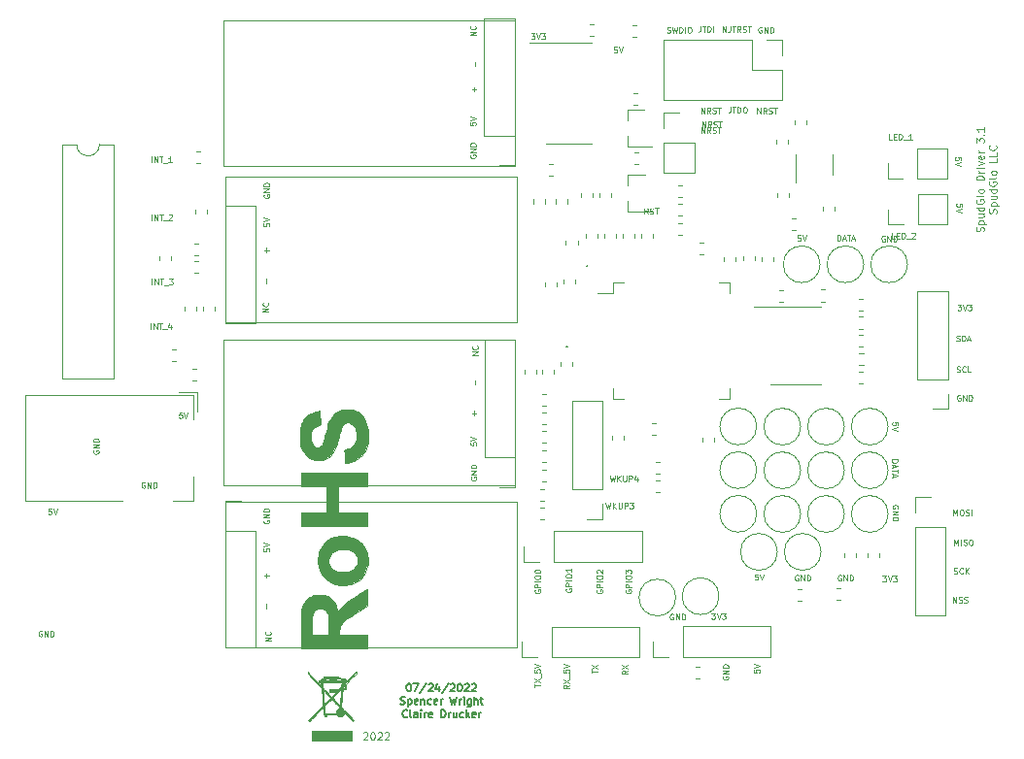
<source format=gto>
%TF.GenerationSoftware,KiCad,Pcbnew,(5.1.6-0-10_14)*%
%TF.CreationDate,2022-07-24T21:03:51-05:00*%
%TF.ProjectId,small_led_driver_with_optoisolator,736d616c-6c5f-46c6-9564-5f6472697665,rev?*%
%TF.SameCoordinates,Original*%
%TF.FileFunction,Legend,Top*%
%TF.FilePolarity,Positive*%
%FSLAX46Y46*%
G04 Gerber Fmt 4.6, Leading zero omitted, Abs format (unit mm)*
G04 Created by KiCad (PCBNEW (5.1.6-0-10_14)) date 2022-07-24 21:03:51*
%MOMM*%
%LPD*%
G01*
G04 APERTURE LIST*
%ADD10C,0.125000*%
%ADD11C,0.162500*%
%ADD12C,0.120000*%
%ADD13C,0.010000*%
%ADD14C,0.200000*%
%ADD15C,0.150000*%
%ADD16C,5.100000*%
%ADD17R,1.800000X1.800000*%
%ADD18O,1.800000X1.800000*%
%ADD19C,7.100000*%
%ADD20C,2.700000*%
%ADD21R,1.900000X4.500000*%
%ADD22O,1.900000X4.100000*%
%ADD23O,4.100000X1.900000*%
%ADD24R,1.000000X0.900000*%
%ADD25R,0.750000X1.160000*%
%ADD26R,1.100000X1.300000*%
%ADD27R,0.675000X1.240000*%
%ADD28O,2.500000X1.700000*%
%ADD29R,2.500000X1.700000*%
G04 APERTURE END LIST*
D10*
X152101714Y-133846952D02*
X152132666Y-133816000D01*
X152194571Y-133785047D01*
X152349333Y-133785047D01*
X152411238Y-133816000D01*
X152442190Y-133846952D01*
X152473142Y-133908857D01*
X152473142Y-133970761D01*
X152442190Y-134063619D01*
X152070761Y-134435047D01*
X152473142Y-134435047D01*
X152875523Y-133785047D02*
X152937428Y-133785047D01*
X152999333Y-133816000D01*
X153030285Y-133846952D01*
X153061238Y-133908857D01*
X153092190Y-134032666D01*
X153092190Y-134187428D01*
X153061238Y-134311238D01*
X153030285Y-134373142D01*
X152999333Y-134404095D01*
X152937428Y-134435047D01*
X152875523Y-134435047D01*
X152813619Y-134404095D01*
X152782666Y-134373142D01*
X152751714Y-134311238D01*
X152720761Y-134187428D01*
X152720761Y-134032666D01*
X152751714Y-133908857D01*
X152782666Y-133846952D01*
X152813619Y-133816000D01*
X152875523Y-133785047D01*
X153339809Y-133846952D02*
X153370761Y-133816000D01*
X153432666Y-133785047D01*
X153587428Y-133785047D01*
X153649333Y-133816000D01*
X153680285Y-133846952D01*
X153711238Y-133908857D01*
X153711238Y-133970761D01*
X153680285Y-134063619D01*
X153308857Y-134435047D01*
X153711238Y-134435047D01*
X153958857Y-133846952D02*
X153989809Y-133816000D01*
X154051714Y-133785047D01*
X154206476Y-133785047D01*
X154268380Y-133816000D01*
X154299333Y-133846952D01*
X154330285Y-133908857D01*
X154330285Y-133970761D01*
X154299333Y-134063619D01*
X153927904Y-134435047D01*
X154330285Y-134435047D01*
X181535571Y-79791190D02*
X181535571Y-79291190D01*
X181821285Y-79791190D01*
X181821285Y-79291190D01*
X182345095Y-79791190D02*
X182178428Y-79553095D01*
X182059380Y-79791190D02*
X182059380Y-79291190D01*
X182249857Y-79291190D01*
X182297476Y-79315000D01*
X182321285Y-79338809D01*
X182345095Y-79386428D01*
X182345095Y-79457857D01*
X182321285Y-79505476D01*
X182297476Y-79529285D01*
X182249857Y-79553095D01*
X182059380Y-79553095D01*
X182535571Y-79767380D02*
X182607000Y-79791190D01*
X182726047Y-79791190D01*
X182773666Y-79767380D01*
X182797476Y-79743571D01*
X182821285Y-79695952D01*
X182821285Y-79648333D01*
X182797476Y-79600714D01*
X182773666Y-79576904D01*
X182726047Y-79553095D01*
X182630809Y-79529285D01*
X182583190Y-79505476D01*
X182559380Y-79481666D01*
X182535571Y-79434047D01*
X182535571Y-79386428D01*
X182559380Y-79338809D01*
X182583190Y-79315000D01*
X182630809Y-79291190D01*
X182749857Y-79291190D01*
X182821285Y-79315000D01*
X182964142Y-79291190D02*
X183249857Y-79291190D01*
X183107000Y-79791190D02*
X183107000Y-79291190D01*
X184090047Y-79259190D02*
X184090047Y-79616333D01*
X184066238Y-79687761D01*
X184018619Y-79735380D01*
X183947190Y-79759190D01*
X183899571Y-79759190D01*
X184256714Y-79259190D02*
X184542428Y-79259190D01*
X184399571Y-79759190D02*
X184399571Y-79259190D01*
X184709095Y-79759190D02*
X184709095Y-79259190D01*
X184828142Y-79259190D01*
X184899571Y-79283000D01*
X184947190Y-79330619D01*
X184971000Y-79378238D01*
X184994809Y-79473476D01*
X184994809Y-79544904D01*
X184971000Y-79640142D01*
X184947190Y-79687761D01*
X184899571Y-79735380D01*
X184828142Y-79759190D01*
X184709095Y-79759190D01*
X185304333Y-79259190D02*
X185399571Y-79259190D01*
X185447190Y-79283000D01*
X185494809Y-79330619D01*
X185518619Y-79425857D01*
X185518619Y-79592523D01*
X185494809Y-79687761D01*
X185447190Y-79735380D01*
X185399571Y-79759190D01*
X185304333Y-79759190D01*
X185256714Y-79735380D01*
X185209095Y-79687761D01*
X185185285Y-79592523D01*
X185185285Y-79425857D01*
X185209095Y-79330619D01*
X185256714Y-79283000D01*
X185304333Y-79259190D01*
X198422000Y-90725190D02*
X198183904Y-90725190D01*
X198183904Y-90225190D01*
X198588666Y-90463285D02*
X198755333Y-90463285D01*
X198826761Y-90725190D02*
X198588666Y-90725190D01*
X198588666Y-90225190D01*
X198826761Y-90225190D01*
X199041047Y-90725190D02*
X199041047Y-90225190D01*
X199160095Y-90225190D01*
X199231523Y-90249000D01*
X199279142Y-90296619D01*
X199302952Y-90344238D01*
X199326761Y-90439476D01*
X199326761Y-90510904D01*
X199302952Y-90606142D01*
X199279142Y-90653761D01*
X199231523Y-90701380D01*
X199160095Y-90725190D01*
X199041047Y-90725190D01*
X199422000Y-90772809D02*
X199802952Y-90772809D01*
X199898190Y-90272809D02*
X199922000Y-90249000D01*
X199969619Y-90225190D01*
X200088666Y-90225190D01*
X200136285Y-90249000D01*
X200160095Y-90272809D01*
X200183904Y-90320428D01*
X200183904Y-90368047D01*
X200160095Y-90439476D01*
X199874380Y-90725190D01*
X200183904Y-90725190D01*
X198155000Y-82090190D02*
X197916904Y-82090190D01*
X197916904Y-81590190D01*
X198321666Y-81828285D02*
X198488333Y-81828285D01*
X198559761Y-82090190D02*
X198321666Y-82090190D01*
X198321666Y-81590190D01*
X198559761Y-81590190D01*
X198774047Y-82090190D02*
X198774047Y-81590190D01*
X198893095Y-81590190D01*
X198964523Y-81614000D01*
X199012142Y-81661619D01*
X199035952Y-81709238D01*
X199059761Y-81804476D01*
X199059761Y-81875904D01*
X199035952Y-81971142D01*
X199012142Y-82018761D01*
X198964523Y-82066380D01*
X198893095Y-82090190D01*
X198774047Y-82090190D01*
X199155000Y-82137809D02*
X199535952Y-82137809D01*
X199916904Y-82090190D02*
X199631190Y-82090190D01*
X199774047Y-82090190D02*
X199774047Y-81590190D01*
X199726428Y-81661619D01*
X199678809Y-81709238D01*
X199631190Y-81733047D01*
X181620571Y-81001190D02*
X181620571Y-80501190D01*
X181906285Y-81001190D01*
X181906285Y-80501190D01*
X182430095Y-81001190D02*
X182263428Y-80763095D01*
X182144380Y-81001190D02*
X182144380Y-80501190D01*
X182334857Y-80501190D01*
X182382476Y-80525000D01*
X182406285Y-80548809D01*
X182430095Y-80596428D01*
X182430095Y-80667857D01*
X182406285Y-80715476D01*
X182382476Y-80739285D01*
X182334857Y-80763095D01*
X182144380Y-80763095D01*
X182620571Y-80977380D02*
X182692000Y-81001190D01*
X182811047Y-81001190D01*
X182858666Y-80977380D01*
X182882476Y-80953571D01*
X182906285Y-80905952D01*
X182906285Y-80858333D01*
X182882476Y-80810714D01*
X182858666Y-80786904D01*
X182811047Y-80763095D01*
X182715809Y-80739285D01*
X182668190Y-80715476D01*
X182644380Y-80691666D01*
X182620571Y-80644047D01*
X182620571Y-80596428D01*
X182644380Y-80548809D01*
X182668190Y-80525000D01*
X182715809Y-80501190D01*
X182834857Y-80501190D01*
X182906285Y-80525000D01*
X183049142Y-80501190D02*
X183334857Y-80501190D01*
X183192000Y-81001190D02*
X183192000Y-80501190D01*
X183420987Y-72711977D02*
X183420987Y-72211977D01*
X183706701Y-72711977D01*
X183706701Y-72211977D01*
X184087653Y-72211977D02*
X184087653Y-72569120D01*
X184063844Y-72640548D01*
X184016225Y-72688167D01*
X183944796Y-72711977D01*
X183897177Y-72711977D01*
X184254320Y-72211977D02*
X184540034Y-72211977D01*
X184397177Y-72711977D02*
X184397177Y-72211977D01*
X184992415Y-72711977D02*
X184825748Y-72473882D01*
X184706701Y-72711977D02*
X184706701Y-72211977D01*
X184897177Y-72211977D01*
X184944796Y-72235787D01*
X184968606Y-72259596D01*
X184992415Y-72307215D01*
X184992415Y-72378644D01*
X184968606Y-72426263D01*
X184944796Y-72450072D01*
X184897177Y-72473882D01*
X184706701Y-72473882D01*
X185182891Y-72688167D02*
X185254320Y-72711977D01*
X185373368Y-72711977D01*
X185420987Y-72688167D01*
X185444796Y-72664358D01*
X185468606Y-72616739D01*
X185468606Y-72569120D01*
X185444796Y-72521501D01*
X185420987Y-72497691D01*
X185373368Y-72473882D01*
X185278129Y-72450072D01*
X185230510Y-72426263D01*
X185206701Y-72402453D01*
X185182891Y-72354834D01*
X185182891Y-72307215D01*
X185206701Y-72259596D01*
X185230510Y-72235787D01*
X185278129Y-72211977D01*
X185397177Y-72211977D01*
X185468606Y-72235787D01*
X185611463Y-72211977D02*
X185897177Y-72211977D01*
X185754320Y-72711977D02*
X185754320Y-72211977D01*
X181478904Y-72188190D02*
X181478904Y-72545333D01*
X181455095Y-72616761D01*
X181407476Y-72664380D01*
X181336047Y-72688190D01*
X181288428Y-72688190D01*
X181645571Y-72188190D02*
X181931285Y-72188190D01*
X181788428Y-72688190D02*
X181788428Y-72188190D01*
X182097952Y-72688190D02*
X182097952Y-72188190D01*
X182217000Y-72188190D01*
X182288428Y-72212000D01*
X182336047Y-72259619D01*
X182359857Y-72307238D01*
X182383666Y-72402476D01*
X182383666Y-72473904D01*
X182359857Y-72569142D01*
X182336047Y-72616761D01*
X182288428Y-72664380D01*
X182217000Y-72688190D01*
X182097952Y-72688190D01*
X182597952Y-72688190D02*
X182597952Y-72188190D01*
X178563844Y-72740167D02*
X178635272Y-72763977D01*
X178754320Y-72763977D01*
X178801939Y-72740167D01*
X178825748Y-72716358D01*
X178849558Y-72668739D01*
X178849558Y-72621120D01*
X178825748Y-72573501D01*
X178801939Y-72549691D01*
X178754320Y-72525882D01*
X178659082Y-72502072D01*
X178611463Y-72478263D01*
X178587653Y-72454453D01*
X178563844Y-72406834D01*
X178563844Y-72359215D01*
X178587653Y-72311596D01*
X178611463Y-72287787D01*
X178659082Y-72263977D01*
X178778129Y-72263977D01*
X178849558Y-72287787D01*
X179016225Y-72263977D02*
X179135272Y-72763977D01*
X179230510Y-72406834D01*
X179325748Y-72763977D01*
X179444796Y-72263977D01*
X179635272Y-72763977D02*
X179635272Y-72263977D01*
X179754320Y-72263977D01*
X179825748Y-72287787D01*
X179873368Y-72335406D01*
X179897177Y-72383025D01*
X179920987Y-72478263D01*
X179920987Y-72549691D01*
X179897177Y-72644929D01*
X179873368Y-72692548D01*
X179825748Y-72740167D01*
X179754320Y-72763977D01*
X179635272Y-72763977D01*
X180135272Y-72763977D02*
X180135272Y-72263977D01*
X180468606Y-72263977D02*
X180563844Y-72263977D01*
X180611463Y-72287787D01*
X180659082Y-72335406D01*
X180682891Y-72430644D01*
X180682891Y-72597310D01*
X180659082Y-72692548D01*
X180611463Y-72740167D01*
X180563844Y-72763977D01*
X180468606Y-72763977D01*
X180420987Y-72740167D01*
X180373368Y-72692548D01*
X180349558Y-72597310D01*
X180349558Y-72430644D01*
X180373368Y-72335406D01*
X180420987Y-72287787D01*
X180468606Y-72263977D01*
X174172761Y-74008190D02*
X173934666Y-74008190D01*
X173910857Y-74246285D01*
X173934666Y-74222476D01*
X173982285Y-74198666D01*
X174101333Y-74198666D01*
X174148952Y-74222476D01*
X174172761Y-74246285D01*
X174196571Y-74293904D01*
X174196571Y-74412952D01*
X174172761Y-74460571D01*
X174148952Y-74484380D01*
X174101333Y-74508190D01*
X173982285Y-74508190D01*
X173934666Y-74484380D01*
X173910857Y-74460571D01*
X174339428Y-74008190D02*
X174506095Y-74508190D01*
X174672761Y-74008190D01*
X166717320Y-72819977D02*
X167026844Y-72819977D01*
X166860177Y-73010453D01*
X166931606Y-73010453D01*
X166979225Y-73034263D01*
X167003034Y-73058072D01*
X167026844Y-73105691D01*
X167026844Y-73224739D01*
X167003034Y-73272358D01*
X166979225Y-73296167D01*
X166931606Y-73319977D01*
X166788748Y-73319977D01*
X166741129Y-73296167D01*
X166717320Y-73272358D01*
X167169701Y-72819977D02*
X167336368Y-73319977D01*
X167503034Y-72819977D01*
X167622082Y-72819977D02*
X167931606Y-72819977D01*
X167764939Y-73010453D01*
X167836368Y-73010453D01*
X167883987Y-73034263D01*
X167907796Y-73058072D01*
X167931606Y-73105691D01*
X167931606Y-73224739D01*
X167907796Y-73272358D01*
X167883987Y-73296167D01*
X167836368Y-73319977D01*
X167693510Y-73319977D01*
X167645891Y-73296167D01*
X167622082Y-73272358D01*
X133648047Y-89108190D02*
X133648047Y-88608190D01*
X133886142Y-89108190D02*
X133886142Y-88608190D01*
X134171857Y-89108190D01*
X134171857Y-88608190D01*
X134338523Y-88608190D02*
X134624238Y-88608190D01*
X134481380Y-89108190D02*
X134481380Y-88608190D01*
X134671857Y-89155809D02*
X135052809Y-89155809D01*
X135148047Y-88655809D02*
X135171857Y-88632000D01*
X135219476Y-88608190D01*
X135338523Y-88608190D01*
X135386142Y-88632000D01*
X135409952Y-88655809D01*
X135433761Y-88703428D01*
X135433761Y-88751047D01*
X135409952Y-88822476D01*
X135124238Y-89108190D01*
X135433761Y-89108190D01*
X133629047Y-84088190D02*
X133629047Y-83588190D01*
X133867142Y-84088190D02*
X133867142Y-83588190D01*
X134152857Y-84088190D01*
X134152857Y-83588190D01*
X134319523Y-83588190D02*
X134605238Y-83588190D01*
X134462380Y-84088190D02*
X134462380Y-83588190D01*
X134652857Y-84135809D02*
X135033809Y-84135809D01*
X135414761Y-84088190D02*
X135129047Y-84088190D01*
X135271904Y-84088190D02*
X135271904Y-83588190D01*
X135224285Y-83659619D01*
X135176666Y-83707238D01*
X135129047Y-83731047D01*
X133685047Y-94737190D02*
X133685047Y-94237190D01*
X133923142Y-94737190D02*
X133923142Y-94237190D01*
X134208857Y-94737190D01*
X134208857Y-94237190D01*
X134375523Y-94237190D02*
X134661238Y-94237190D01*
X134518380Y-94737190D02*
X134518380Y-94237190D01*
X134708857Y-94784809D02*
X135089809Y-94784809D01*
X135161238Y-94237190D02*
X135470761Y-94237190D01*
X135304095Y-94427666D01*
X135375523Y-94427666D01*
X135423142Y-94451476D01*
X135446952Y-94475285D01*
X135470761Y-94522904D01*
X135470761Y-94641952D01*
X135446952Y-94689571D01*
X135423142Y-94713380D01*
X135375523Y-94737190D01*
X135232666Y-94737190D01*
X135185047Y-94713380D01*
X135161238Y-94689571D01*
X133590047Y-98599190D02*
X133590047Y-98099190D01*
X133828142Y-98599190D02*
X133828142Y-98099190D01*
X134113857Y-98599190D01*
X134113857Y-98099190D01*
X134280523Y-98099190D02*
X134566238Y-98099190D01*
X134423380Y-98599190D02*
X134423380Y-98099190D01*
X134613857Y-98646809D02*
X134994809Y-98646809D01*
X135328142Y-98265857D02*
X135328142Y-98599190D01*
X135209095Y-98075380D02*
X135090047Y-98432523D01*
X135399571Y-98432523D01*
X136300666Y-105891569D02*
X136062571Y-105891569D01*
X136038762Y-106129664D01*
X136062571Y-106105855D01*
X136110190Y-106082045D01*
X136229238Y-106082045D01*
X136276857Y-106105855D01*
X136300666Y-106129664D01*
X136324476Y-106177283D01*
X136324476Y-106296331D01*
X136300666Y-106343950D01*
X136276857Y-106367759D01*
X136229238Y-106391569D01*
X136110190Y-106391569D01*
X136062571Y-106367759D01*
X136038762Y-106343950D01*
X136467333Y-105891569D02*
X136634000Y-106391569D01*
X136800666Y-105891569D01*
X133048753Y-111992182D02*
X133001134Y-111968372D01*
X132929706Y-111968372D01*
X132858277Y-111992182D01*
X132810658Y-112039801D01*
X132786848Y-112087420D01*
X132763039Y-112182658D01*
X132763039Y-112254086D01*
X132786848Y-112349324D01*
X132810658Y-112396943D01*
X132858277Y-112444562D01*
X132929706Y-112468372D01*
X132977325Y-112468372D01*
X133048753Y-112444562D01*
X133072563Y-112420753D01*
X133072563Y-112254086D01*
X132977325Y-112254086D01*
X133286848Y-112468372D02*
X133286848Y-111968372D01*
X133572563Y-112468372D01*
X133572563Y-111968372D01*
X133810658Y-112468372D02*
X133810658Y-111968372D01*
X133929706Y-111968372D01*
X134001134Y-111992182D01*
X134048753Y-112039801D01*
X134072563Y-112087420D01*
X134096372Y-112182658D01*
X134096372Y-112254086D01*
X134072563Y-112349324D01*
X134048753Y-112396943D01*
X134001134Y-112444562D01*
X133929706Y-112468372D01*
X133810658Y-112468372D01*
X128575182Y-109221246D02*
X128551372Y-109268865D01*
X128551372Y-109340294D01*
X128575182Y-109411722D01*
X128622801Y-109459341D01*
X128670420Y-109483151D01*
X128765658Y-109506960D01*
X128837086Y-109506960D01*
X128932324Y-109483151D01*
X128979943Y-109459341D01*
X129027562Y-109411722D01*
X129051372Y-109340294D01*
X129051372Y-109292674D01*
X129027562Y-109221246D01*
X129003753Y-109197436D01*
X128837086Y-109197436D01*
X128837086Y-109292674D01*
X129051372Y-108983151D02*
X128551372Y-108983151D01*
X129051372Y-108697436D01*
X128551372Y-108697436D01*
X129051372Y-108459341D02*
X128551372Y-108459341D01*
X128551372Y-108340294D01*
X128575182Y-108268865D01*
X128622801Y-108221246D01*
X128670420Y-108197436D01*
X128765658Y-108173627D01*
X128837086Y-108173627D01*
X128932324Y-108197436D01*
X128979943Y-108221246D01*
X129027562Y-108268865D01*
X129051372Y-108340294D01*
X129051372Y-108459341D01*
X124088753Y-124960182D02*
X124041134Y-124936372D01*
X123969706Y-124936372D01*
X123898277Y-124960182D01*
X123850658Y-125007801D01*
X123826848Y-125055420D01*
X123803039Y-125150658D01*
X123803039Y-125222086D01*
X123826848Y-125317324D01*
X123850658Y-125364943D01*
X123898277Y-125412562D01*
X123969706Y-125436372D01*
X124017325Y-125436372D01*
X124088753Y-125412562D01*
X124112563Y-125388753D01*
X124112563Y-125222086D01*
X124017325Y-125222086D01*
X124326848Y-125436372D02*
X124326848Y-124936372D01*
X124612563Y-125436372D01*
X124612563Y-124936372D01*
X124850658Y-125436372D02*
X124850658Y-124936372D01*
X124969706Y-124936372D01*
X125041134Y-124960182D01*
X125088753Y-125007801D01*
X125112563Y-125055420D01*
X125136372Y-125150658D01*
X125136372Y-125222086D01*
X125112563Y-125317324D01*
X125088753Y-125364943D01*
X125041134Y-125412562D01*
X124969706Y-125436372D01*
X124850658Y-125436372D01*
X124897666Y-114285569D02*
X124659571Y-114285569D01*
X124635762Y-114523664D01*
X124659571Y-114499855D01*
X124707190Y-114476045D01*
X124826238Y-114476045D01*
X124873857Y-114499855D01*
X124897666Y-114523664D01*
X124921476Y-114571283D01*
X124921476Y-114690331D01*
X124897666Y-114737950D01*
X124873857Y-114761759D01*
X124826238Y-114785569D01*
X124707190Y-114785569D01*
X124659571Y-114761759D01*
X124635762Y-114737950D01*
X125064333Y-114285569D02*
X125231000Y-114785569D01*
X125397666Y-114285569D01*
X206138095Y-90102523D02*
X206169047Y-90009666D01*
X206169047Y-89854904D01*
X206138095Y-89793000D01*
X206107142Y-89762047D01*
X206045238Y-89731095D01*
X205983333Y-89731095D01*
X205921428Y-89762047D01*
X205890476Y-89793000D01*
X205859523Y-89854904D01*
X205828571Y-89978714D01*
X205797619Y-90040619D01*
X205766666Y-90071571D01*
X205704761Y-90102523D01*
X205642857Y-90102523D01*
X205580952Y-90071571D01*
X205550000Y-90040619D01*
X205519047Y-89978714D01*
X205519047Y-89823952D01*
X205550000Y-89731095D01*
X205735714Y-89452523D02*
X206385714Y-89452523D01*
X205766666Y-89452523D02*
X205735714Y-89390619D01*
X205735714Y-89266809D01*
X205766666Y-89204904D01*
X205797619Y-89173952D01*
X205859523Y-89143000D01*
X206045238Y-89143000D01*
X206107142Y-89173952D01*
X206138095Y-89204904D01*
X206169047Y-89266809D01*
X206169047Y-89390619D01*
X206138095Y-89452523D01*
X205735714Y-88585857D02*
X206169047Y-88585857D01*
X205735714Y-88864428D02*
X206076190Y-88864428D01*
X206138095Y-88833476D01*
X206169047Y-88771571D01*
X206169047Y-88678714D01*
X206138095Y-88616809D01*
X206107142Y-88585857D01*
X206169047Y-87997761D02*
X205519047Y-87997761D01*
X206138095Y-87997761D02*
X206169047Y-88059666D01*
X206169047Y-88183476D01*
X206138095Y-88245380D01*
X206107142Y-88276333D01*
X206045238Y-88307285D01*
X205859523Y-88307285D01*
X205797619Y-88276333D01*
X205766666Y-88245380D01*
X205735714Y-88183476D01*
X205735714Y-88059666D01*
X205766666Y-87997761D01*
X205550000Y-87347761D02*
X205519047Y-87409666D01*
X205519047Y-87502523D01*
X205550000Y-87595380D01*
X205611904Y-87657285D01*
X205673809Y-87688238D01*
X205797619Y-87719190D01*
X205890476Y-87719190D01*
X206014285Y-87688238D01*
X206076190Y-87657285D01*
X206138095Y-87595380D01*
X206169047Y-87502523D01*
X206169047Y-87440619D01*
X206138095Y-87347761D01*
X206107142Y-87316809D01*
X205890476Y-87316809D01*
X205890476Y-87440619D01*
X206169047Y-86945380D02*
X206138095Y-87007285D01*
X206076190Y-87038238D01*
X205519047Y-87038238D01*
X206169047Y-86604904D02*
X206138095Y-86666809D01*
X206107142Y-86697761D01*
X206045238Y-86728714D01*
X205859523Y-86728714D01*
X205797619Y-86697761D01*
X205766666Y-86666809D01*
X205735714Y-86604904D01*
X205735714Y-86512047D01*
X205766666Y-86450142D01*
X205797619Y-86419190D01*
X205859523Y-86388238D01*
X206045238Y-86388238D01*
X206107142Y-86419190D01*
X206138095Y-86450142D01*
X206169047Y-86512047D01*
X206169047Y-86604904D01*
X206169047Y-85614428D02*
X205519047Y-85614428D01*
X205519047Y-85459666D01*
X205550000Y-85366809D01*
X205611904Y-85304904D01*
X205673809Y-85273952D01*
X205797619Y-85243000D01*
X205890476Y-85243000D01*
X206014285Y-85273952D01*
X206076190Y-85304904D01*
X206138095Y-85366809D01*
X206169047Y-85459666D01*
X206169047Y-85614428D01*
X206169047Y-84964428D02*
X205735714Y-84964428D01*
X205859523Y-84964428D02*
X205797619Y-84933476D01*
X205766666Y-84902523D01*
X205735714Y-84840619D01*
X205735714Y-84778714D01*
X206169047Y-84562047D02*
X205735714Y-84562047D01*
X205519047Y-84562047D02*
X205550000Y-84593000D01*
X205580952Y-84562047D01*
X205550000Y-84531095D01*
X205519047Y-84562047D01*
X205580952Y-84562047D01*
X205735714Y-84314428D02*
X206169047Y-84159666D01*
X205735714Y-84004904D01*
X206138095Y-83509666D02*
X206169047Y-83571571D01*
X206169047Y-83695380D01*
X206138095Y-83757285D01*
X206076190Y-83788238D01*
X205828571Y-83788238D01*
X205766666Y-83757285D01*
X205735714Y-83695380D01*
X205735714Y-83571571D01*
X205766666Y-83509666D01*
X205828571Y-83478714D01*
X205890476Y-83478714D01*
X205952380Y-83788238D01*
X206169047Y-83200142D02*
X205735714Y-83200142D01*
X205859523Y-83200142D02*
X205797619Y-83169190D01*
X205766666Y-83138238D01*
X205735714Y-83076333D01*
X205735714Y-83014428D01*
X205519047Y-82364428D02*
X205519047Y-81962047D01*
X205766666Y-82178714D01*
X205766666Y-82085857D01*
X205797619Y-82023952D01*
X205828571Y-81993000D01*
X205890476Y-81962047D01*
X206045238Y-81962047D01*
X206107142Y-81993000D01*
X206138095Y-82023952D01*
X206169047Y-82085857D01*
X206169047Y-82271571D01*
X206138095Y-82333476D01*
X206107142Y-82364428D01*
X206107142Y-81683476D02*
X206138095Y-81652523D01*
X206169047Y-81683476D01*
X206138095Y-81714428D01*
X206107142Y-81683476D01*
X206169047Y-81683476D01*
X206169047Y-81033476D02*
X206169047Y-81404904D01*
X206169047Y-81219190D02*
X205519047Y-81219190D01*
X205611904Y-81281095D01*
X205673809Y-81343000D01*
X205704761Y-81404904D01*
X207238095Y-88523952D02*
X207269047Y-88431095D01*
X207269047Y-88276333D01*
X207238095Y-88214428D01*
X207207142Y-88183476D01*
X207145238Y-88152523D01*
X207083333Y-88152523D01*
X207021428Y-88183476D01*
X206990476Y-88214428D01*
X206959523Y-88276333D01*
X206928571Y-88400142D01*
X206897619Y-88462047D01*
X206866666Y-88493000D01*
X206804761Y-88523952D01*
X206742857Y-88523952D01*
X206680952Y-88493000D01*
X206650000Y-88462047D01*
X206619047Y-88400142D01*
X206619047Y-88245380D01*
X206650000Y-88152523D01*
X206835714Y-87873952D02*
X207485714Y-87873952D01*
X206866666Y-87873952D02*
X206835714Y-87812047D01*
X206835714Y-87688238D01*
X206866666Y-87626333D01*
X206897619Y-87595380D01*
X206959523Y-87564428D01*
X207145238Y-87564428D01*
X207207142Y-87595380D01*
X207238095Y-87626333D01*
X207269047Y-87688238D01*
X207269047Y-87812047D01*
X207238095Y-87873952D01*
X206835714Y-87007285D02*
X207269047Y-87007285D01*
X206835714Y-87285857D02*
X207176190Y-87285857D01*
X207238095Y-87254904D01*
X207269047Y-87193000D01*
X207269047Y-87100142D01*
X207238095Y-87038238D01*
X207207142Y-87007285D01*
X207269047Y-86419190D02*
X206619047Y-86419190D01*
X207238095Y-86419190D02*
X207269047Y-86481095D01*
X207269047Y-86604904D01*
X207238095Y-86666809D01*
X207207142Y-86697761D01*
X207145238Y-86728714D01*
X206959523Y-86728714D01*
X206897619Y-86697761D01*
X206866666Y-86666809D01*
X206835714Y-86604904D01*
X206835714Y-86481095D01*
X206866666Y-86419190D01*
X206650000Y-85769190D02*
X206619047Y-85831095D01*
X206619047Y-85923952D01*
X206650000Y-86016809D01*
X206711904Y-86078714D01*
X206773809Y-86109666D01*
X206897619Y-86140619D01*
X206990476Y-86140619D01*
X207114285Y-86109666D01*
X207176190Y-86078714D01*
X207238095Y-86016809D01*
X207269047Y-85923952D01*
X207269047Y-85862047D01*
X207238095Y-85769190D01*
X207207142Y-85738238D01*
X206990476Y-85738238D01*
X206990476Y-85862047D01*
X207269047Y-85366809D02*
X207238095Y-85428714D01*
X207176190Y-85459666D01*
X206619047Y-85459666D01*
X207269047Y-85026333D02*
X207238095Y-85088238D01*
X207207142Y-85119190D01*
X207145238Y-85150142D01*
X206959523Y-85150142D01*
X206897619Y-85119190D01*
X206866666Y-85088238D01*
X206835714Y-85026333D01*
X206835714Y-84933476D01*
X206866666Y-84871571D01*
X206897619Y-84840619D01*
X206959523Y-84809666D01*
X207145238Y-84809666D01*
X207207142Y-84840619D01*
X207238095Y-84871571D01*
X207269047Y-84933476D01*
X207269047Y-85026333D01*
X207269047Y-83726333D02*
X207269047Y-84035857D01*
X206619047Y-84035857D01*
X207269047Y-83200142D02*
X207269047Y-83509666D01*
X206619047Y-83509666D01*
X207207142Y-82612047D02*
X207238095Y-82643000D01*
X207269047Y-82735857D01*
X207269047Y-82797761D01*
X207238095Y-82890619D01*
X207176190Y-82952523D01*
X207114285Y-82983476D01*
X206990476Y-83014428D01*
X206897619Y-83014428D01*
X206773809Y-82983476D01*
X206711904Y-82952523D01*
X206650000Y-82890619D01*
X206619047Y-82797761D01*
X206619047Y-82735857D01*
X206650000Y-82643000D01*
X206680952Y-82612047D01*
D11*
X156026428Y-129561547D02*
X156088333Y-129561547D01*
X156150238Y-129592500D01*
X156181190Y-129623452D01*
X156212142Y-129685357D01*
X156243095Y-129809166D01*
X156243095Y-129963928D01*
X156212142Y-130087738D01*
X156181190Y-130149642D01*
X156150238Y-130180595D01*
X156088333Y-130211547D01*
X156026428Y-130211547D01*
X155964523Y-130180595D01*
X155933571Y-130149642D01*
X155902619Y-130087738D01*
X155871666Y-129963928D01*
X155871666Y-129809166D01*
X155902619Y-129685357D01*
X155933571Y-129623452D01*
X155964523Y-129592500D01*
X156026428Y-129561547D01*
X156459761Y-129561547D02*
X156893095Y-129561547D01*
X156614523Y-130211547D01*
X157605000Y-129530595D02*
X157047857Y-130366309D01*
X157790714Y-129623452D02*
X157821666Y-129592500D01*
X157883571Y-129561547D01*
X158038333Y-129561547D01*
X158100238Y-129592500D01*
X158131190Y-129623452D01*
X158162142Y-129685357D01*
X158162142Y-129747261D01*
X158131190Y-129840119D01*
X157759761Y-130211547D01*
X158162142Y-130211547D01*
X158719285Y-129778214D02*
X158719285Y-130211547D01*
X158564523Y-129530595D02*
X158409761Y-129994880D01*
X158812142Y-129994880D01*
X159524047Y-129530595D02*
X158966904Y-130366309D01*
X159709761Y-129623452D02*
X159740714Y-129592500D01*
X159802619Y-129561547D01*
X159957380Y-129561547D01*
X160019285Y-129592500D01*
X160050238Y-129623452D01*
X160081190Y-129685357D01*
X160081190Y-129747261D01*
X160050238Y-129840119D01*
X159678809Y-130211547D01*
X160081190Y-130211547D01*
X160483571Y-129561547D02*
X160545476Y-129561547D01*
X160607380Y-129592500D01*
X160638333Y-129623452D01*
X160669285Y-129685357D01*
X160700238Y-129809166D01*
X160700238Y-129963928D01*
X160669285Y-130087738D01*
X160638333Y-130149642D01*
X160607380Y-130180595D01*
X160545476Y-130211547D01*
X160483571Y-130211547D01*
X160421666Y-130180595D01*
X160390714Y-130149642D01*
X160359761Y-130087738D01*
X160328809Y-129963928D01*
X160328809Y-129809166D01*
X160359761Y-129685357D01*
X160390714Y-129623452D01*
X160421666Y-129592500D01*
X160483571Y-129561547D01*
X160947857Y-129623452D02*
X160978809Y-129592500D01*
X161040714Y-129561547D01*
X161195476Y-129561547D01*
X161257380Y-129592500D01*
X161288333Y-129623452D01*
X161319285Y-129685357D01*
X161319285Y-129747261D01*
X161288333Y-129840119D01*
X160916904Y-130211547D01*
X161319285Y-130211547D01*
X161566904Y-129623452D02*
X161597857Y-129592500D01*
X161659761Y-129561547D01*
X161814523Y-129561547D01*
X161876428Y-129592500D01*
X161907380Y-129623452D01*
X161938333Y-129685357D01*
X161938333Y-129747261D01*
X161907380Y-129840119D01*
X161535952Y-130211547D01*
X161938333Y-130211547D01*
X155345476Y-131318095D02*
X155438333Y-131349047D01*
X155593095Y-131349047D01*
X155655000Y-131318095D01*
X155685952Y-131287142D01*
X155716904Y-131225238D01*
X155716904Y-131163333D01*
X155685952Y-131101428D01*
X155655000Y-131070476D01*
X155593095Y-131039523D01*
X155469285Y-131008571D01*
X155407380Y-130977619D01*
X155376428Y-130946666D01*
X155345476Y-130884761D01*
X155345476Y-130822857D01*
X155376428Y-130760952D01*
X155407380Y-130730000D01*
X155469285Y-130699047D01*
X155624047Y-130699047D01*
X155716904Y-130730000D01*
X155995476Y-130915714D02*
X155995476Y-131565714D01*
X155995476Y-130946666D02*
X156057380Y-130915714D01*
X156181190Y-130915714D01*
X156243095Y-130946666D01*
X156274047Y-130977619D01*
X156305000Y-131039523D01*
X156305000Y-131225238D01*
X156274047Y-131287142D01*
X156243095Y-131318095D01*
X156181190Y-131349047D01*
X156057380Y-131349047D01*
X155995476Y-131318095D01*
X156831190Y-131318095D02*
X156769285Y-131349047D01*
X156645476Y-131349047D01*
X156583571Y-131318095D01*
X156552619Y-131256190D01*
X156552619Y-131008571D01*
X156583571Y-130946666D01*
X156645476Y-130915714D01*
X156769285Y-130915714D01*
X156831190Y-130946666D01*
X156862142Y-131008571D01*
X156862142Y-131070476D01*
X156552619Y-131132380D01*
X157140714Y-130915714D02*
X157140714Y-131349047D01*
X157140714Y-130977619D02*
X157171666Y-130946666D01*
X157233571Y-130915714D01*
X157326428Y-130915714D01*
X157388333Y-130946666D01*
X157419285Y-131008571D01*
X157419285Y-131349047D01*
X158007380Y-131318095D02*
X157945476Y-131349047D01*
X157821666Y-131349047D01*
X157759761Y-131318095D01*
X157728809Y-131287142D01*
X157697857Y-131225238D01*
X157697857Y-131039523D01*
X157728809Y-130977619D01*
X157759761Y-130946666D01*
X157821666Y-130915714D01*
X157945476Y-130915714D01*
X158007380Y-130946666D01*
X158533571Y-131318095D02*
X158471666Y-131349047D01*
X158347857Y-131349047D01*
X158285952Y-131318095D01*
X158255000Y-131256190D01*
X158255000Y-131008571D01*
X158285952Y-130946666D01*
X158347857Y-130915714D01*
X158471666Y-130915714D01*
X158533571Y-130946666D01*
X158564523Y-131008571D01*
X158564523Y-131070476D01*
X158255000Y-131132380D01*
X158843095Y-131349047D02*
X158843095Y-130915714D01*
X158843095Y-131039523D02*
X158874047Y-130977619D01*
X158905000Y-130946666D01*
X158966904Y-130915714D01*
X159028809Y-130915714D01*
X159678809Y-130699047D02*
X159833571Y-131349047D01*
X159957380Y-130884761D01*
X160081190Y-131349047D01*
X160235952Y-130699047D01*
X160483571Y-131349047D02*
X160483571Y-130915714D01*
X160483571Y-131039523D02*
X160514523Y-130977619D01*
X160545476Y-130946666D01*
X160607380Y-130915714D01*
X160669285Y-130915714D01*
X160885952Y-131349047D02*
X160885952Y-130915714D01*
X160885952Y-130699047D02*
X160855000Y-130730000D01*
X160885952Y-130760952D01*
X160916904Y-130730000D01*
X160885952Y-130699047D01*
X160885952Y-130760952D01*
X161474047Y-130915714D02*
X161474047Y-131441904D01*
X161443095Y-131503809D01*
X161412142Y-131534761D01*
X161350238Y-131565714D01*
X161257380Y-131565714D01*
X161195476Y-131534761D01*
X161474047Y-131318095D02*
X161412142Y-131349047D01*
X161288333Y-131349047D01*
X161226428Y-131318095D01*
X161195476Y-131287142D01*
X161164523Y-131225238D01*
X161164523Y-131039523D01*
X161195476Y-130977619D01*
X161226428Y-130946666D01*
X161288333Y-130915714D01*
X161412142Y-130915714D01*
X161474047Y-130946666D01*
X161783571Y-131349047D02*
X161783571Y-130699047D01*
X162062142Y-131349047D02*
X162062142Y-131008571D01*
X162031190Y-130946666D01*
X161969285Y-130915714D01*
X161876428Y-130915714D01*
X161814523Y-130946666D01*
X161783571Y-130977619D01*
X162278809Y-130915714D02*
X162526428Y-130915714D01*
X162371666Y-130699047D02*
X162371666Y-131256190D01*
X162402619Y-131318095D01*
X162464523Y-131349047D01*
X162526428Y-131349047D01*
X155918095Y-132424642D02*
X155887142Y-132455595D01*
X155794285Y-132486547D01*
X155732380Y-132486547D01*
X155639523Y-132455595D01*
X155577619Y-132393690D01*
X155546666Y-132331785D01*
X155515714Y-132207976D01*
X155515714Y-132115119D01*
X155546666Y-131991309D01*
X155577619Y-131929404D01*
X155639523Y-131867500D01*
X155732380Y-131836547D01*
X155794285Y-131836547D01*
X155887142Y-131867500D01*
X155918095Y-131898452D01*
X156289523Y-132486547D02*
X156227619Y-132455595D01*
X156196666Y-132393690D01*
X156196666Y-131836547D01*
X156815714Y-132486547D02*
X156815714Y-132146071D01*
X156784761Y-132084166D01*
X156722857Y-132053214D01*
X156599047Y-132053214D01*
X156537142Y-132084166D01*
X156815714Y-132455595D02*
X156753809Y-132486547D01*
X156599047Y-132486547D01*
X156537142Y-132455595D01*
X156506190Y-132393690D01*
X156506190Y-132331785D01*
X156537142Y-132269880D01*
X156599047Y-132238928D01*
X156753809Y-132238928D01*
X156815714Y-132207976D01*
X157125238Y-132486547D02*
X157125238Y-132053214D01*
X157125238Y-131836547D02*
X157094285Y-131867500D01*
X157125238Y-131898452D01*
X157156190Y-131867500D01*
X157125238Y-131836547D01*
X157125238Y-131898452D01*
X157434761Y-132486547D02*
X157434761Y-132053214D01*
X157434761Y-132177023D02*
X157465714Y-132115119D01*
X157496666Y-132084166D01*
X157558571Y-132053214D01*
X157620476Y-132053214D01*
X158084761Y-132455595D02*
X158022857Y-132486547D01*
X157899047Y-132486547D01*
X157837142Y-132455595D01*
X157806190Y-132393690D01*
X157806190Y-132146071D01*
X157837142Y-132084166D01*
X157899047Y-132053214D01*
X158022857Y-132053214D01*
X158084761Y-132084166D01*
X158115714Y-132146071D01*
X158115714Y-132207976D01*
X157806190Y-132269880D01*
X158889523Y-132486547D02*
X158889523Y-131836547D01*
X159044285Y-131836547D01*
X159137142Y-131867500D01*
X159199047Y-131929404D01*
X159230000Y-131991309D01*
X159260952Y-132115119D01*
X159260952Y-132207976D01*
X159230000Y-132331785D01*
X159199047Y-132393690D01*
X159137142Y-132455595D01*
X159044285Y-132486547D01*
X158889523Y-132486547D01*
X159539523Y-132486547D02*
X159539523Y-132053214D01*
X159539523Y-132177023D02*
X159570476Y-132115119D01*
X159601428Y-132084166D01*
X159663333Y-132053214D01*
X159725238Y-132053214D01*
X160220476Y-132053214D02*
X160220476Y-132486547D01*
X159941904Y-132053214D02*
X159941904Y-132393690D01*
X159972857Y-132455595D01*
X160034761Y-132486547D01*
X160127619Y-132486547D01*
X160189523Y-132455595D01*
X160220476Y-132424642D01*
X160808571Y-132455595D02*
X160746666Y-132486547D01*
X160622857Y-132486547D01*
X160560952Y-132455595D01*
X160530000Y-132424642D01*
X160499047Y-132362738D01*
X160499047Y-132177023D01*
X160530000Y-132115119D01*
X160560952Y-132084166D01*
X160622857Y-132053214D01*
X160746666Y-132053214D01*
X160808571Y-132084166D01*
X161087142Y-132486547D02*
X161087142Y-131836547D01*
X161149047Y-132238928D02*
X161334761Y-132486547D01*
X161334761Y-132053214D02*
X161087142Y-132300833D01*
X161860952Y-132455595D02*
X161799047Y-132486547D01*
X161675238Y-132486547D01*
X161613333Y-132455595D01*
X161582380Y-132393690D01*
X161582380Y-132146071D01*
X161613333Y-132084166D01*
X161675238Y-132053214D01*
X161799047Y-132053214D01*
X161860952Y-132084166D01*
X161891904Y-132146071D01*
X161891904Y-132207976D01*
X161582380Y-132269880D01*
X162170476Y-132486547D02*
X162170476Y-132053214D01*
X162170476Y-132177023D02*
X162201428Y-132115119D01*
X162232380Y-132084166D01*
X162294285Y-132053214D01*
X162356190Y-132053214D01*
D10*
X182438952Y-123411190D02*
X182748476Y-123411190D01*
X182581809Y-123601666D01*
X182653238Y-123601666D01*
X182700857Y-123625476D01*
X182724666Y-123649285D01*
X182748476Y-123696904D01*
X182748476Y-123815952D01*
X182724666Y-123863571D01*
X182700857Y-123887380D01*
X182653238Y-123911190D01*
X182510380Y-123911190D01*
X182462761Y-123887380D01*
X182438952Y-123863571D01*
X182891333Y-123411190D02*
X183058000Y-123911190D01*
X183224666Y-123411190D01*
X183343714Y-123411190D02*
X183653238Y-123411190D01*
X183486571Y-123601666D01*
X183558000Y-123601666D01*
X183605619Y-123625476D01*
X183629428Y-123649285D01*
X183653238Y-123696904D01*
X183653238Y-123815952D01*
X183629428Y-123863571D01*
X183605619Y-123887380D01*
X183558000Y-123911190D01*
X183415142Y-123911190D01*
X183367523Y-123887380D01*
X183343714Y-123863571D01*
X167060000Y-121378095D02*
X167036190Y-121425714D01*
X167036190Y-121497142D01*
X167060000Y-121568571D01*
X167107619Y-121616190D01*
X167155238Y-121640000D01*
X167250476Y-121663809D01*
X167321904Y-121663809D01*
X167417142Y-121640000D01*
X167464761Y-121616190D01*
X167512380Y-121568571D01*
X167536190Y-121497142D01*
X167536190Y-121449523D01*
X167512380Y-121378095D01*
X167488571Y-121354285D01*
X167321904Y-121354285D01*
X167321904Y-121449523D01*
X167536190Y-121140000D02*
X167036190Y-121140000D01*
X167036190Y-120949523D01*
X167060000Y-120901904D01*
X167083809Y-120878095D01*
X167131428Y-120854285D01*
X167202857Y-120854285D01*
X167250476Y-120878095D01*
X167274285Y-120901904D01*
X167298095Y-120949523D01*
X167298095Y-121140000D01*
X167536190Y-120640000D02*
X167036190Y-120640000D01*
X167036190Y-120306666D02*
X167036190Y-120211428D01*
X167060000Y-120163809D01*
X167107619Y-120116190D01*
X167202857Y-120092380D01*
X167369523Y-120092380D01*
X167464761Y-120116190D01*
X167512380Y-120163809D01*
X167536190Y-120211428D01*
X167536190Y-120306666D01*
X167512380Y-120354285D01*
X167464761Y-120401904D01*
X167369523Y-120425714D01*
X167202857Y-120425714D01*
X167107619Y-120401904D01*
X167060000Y-120354285D01*
X167036190Y-120306666D01*
X167036190Y-119782857D02*
X167036190Y-119735238D01*
X167060000Y-119687619D01*
X167083809Y-119663809D01*
X167131428Y-119640000D01*
X167226666Y-119616190D01*
X167345714Y-119616190D01*
X167440952Y-119640000D01*
X167488571Y-119663809D01*
X167512380Y-119687619D01*
X167536190Y-119735238D01*
X167536190Y-119782857D01*
X167512380Y-119830476D01*
X167488571Y-119854285D01*
X167440952Y-119878095D01*
X167345714Y-119901904D01*
X167226666Y-119901904D01*
X167131428Y-119878095D01*
X167083809Y-119854285D01*
X167060000Y-119830476D01*
X167036190Y-119782857D01*
X144036190Y-125832857D02*
X143536190Y-125832857D01*
X144036190Y-125547142D01*
X143536190Y-125547142D01*
X143988571Y-125023333D02*
X144012380Y-125047142D01*
X144036190Y-125118571D01*
X144036190Y-125166190D01*
X144012380Y-125237619D01*
X143964761Y-125285238D01*
X143917142Y-125309047D01*
X143821904Y-125332857D01*
X143750476Y-125332857D01*
X143655238Y-125309047D01*
X143607619Y-125285238D01*
X143560000Y-125237619D01*
X143536190Y-125166190D01*
X143536190Y-125118571D01*
X143560000Y-125047142D01*
X143583809Y-125023333D01*
X143676365Y-119939719D02*
X143676365Y-120320672D01*
X143485889Y-120130196D02*
X143866841Y-120130196D01*
X143430182Y-115310246D02*
X143406372Y-115357865D01*
X143406372Y-115429294D01*
X143430182Y-115500722D01*
X143477801Y-115548341D01*
X143525420Y-115572151D01*
X143620658Y-115595960D01*
X143692086Y-115595960D01*
X143787324Y-115572151D01*
X143834943Y-115548341D01*
X143882562Y-115500722D01*
X143906372Y-115429294D01*
X143906372Y-115381674D01*
X143882562Y-115310246D01*
X143858753Y-115286436D01*
X143692086Y-115286436D01*
X143692086Y-115381674D01*
X143906372Y-115072151D02*
X143406372Y-115072151D01*
X143906372Y-114786436D01*
X143406372Y-114786436D01*
X143906372Y-114548341D02*
X143406372Y-114548341D01*
X143406372Y-114429294D01*
X143430182Y-114357865D01*
X143477801Y-114310246D01*
X143525420Y-114286436D01*
X143620658Y-114262627D01*
X143692086Y-114262627D01*
X143787324Y-114286436D01*
X143834943Y-114310246D01*
X143882562Y-114357865D01*
X143906372Y-114429294D01*
X143906372Y-114548341D01*
X143425569Y-117774333D02*
X143425569Y-118012428D01*
X143663664Y-118036237D01*
X143639855Y-118012428D01*
X143616045Y-117964809D01*
X143616045Y-117845761D01*
X143639855Y-117798142D01*
X143663664Y-117774333D01*
X143711283Y-117750523D01*
X143830331Y-117750523D01*
X143877950Y-117774333D01*
X143901759Y-117798142D01*
X143925569Y-117845761D01*
X143925569Y-117964809D01*
X143901759Y-118012428D01*
X143877950Y-118036237D01*
X143425569Y-117607666D02*
X143925569Y-117440999D01*
X143425569Y-117274333D01*
X143608095Y-123000373D02*
X143608095Y-122619420D01*
X143836190Y-97132857D02*
X143336190Y-97132857D01*
X143836190Y-96847142D01*
X143336190Y-96847142D01*
X143788571Y-96323333D02*
X143812380Y-96347142D01*
X143836190Y-96418571D01*
X143836190Y-96466190D01*
X143812380Y-96537619D01*
X143764761Y-96585238D01*
X143717142Y-96609047D01*
X143621904Y-96632857D01*
X143550476Y-96632857D01*
X143455238Y-96609047D01*
X143407619Y-96585238D01*
X143360000Y-96537619D01*
X143336190Y-96466190D01*
X143336190Y-96418571D01*
X143360000Y-96347142D01*
X143383809Y-96323333D01*
X143676365Y-91539719D02*
X143676365Y-91920672D01*
X143485889Y-91730196D02*
X143866841Y-91730196D01*
X143430182Y-86910246D02*
X143406372Y-86957865D01*
X143406372Y-87029294D01*
X143430182Y-87100722D01*
X143477801Y-87148341D01*
X143525420Y-87172151D01*
X143620658Y-87195960D01*
X143692086Y-87195960D01*
X143787324Y-87172151D01*
X143834943Y-87148341D01*
X143882562Y-87100722D01*
X143906372Y-87029294D01*
X143906372Y-86981674D01*
X143882562Y-86910246D01*
X143858753Y-86886436D01*
X143692086Y-86886436D01*
X143692086Y-86981674D01*
X143906372Y-86672151D02*
X143406372Y-86672151D01*
X143906372Y-86386436D01*
X143406372Y-86386436D01*
X143906372Y-86148341D02*
X143406372Y-86148341D01*
X143406372Y-86029294D01*
X143430182Y-85957865D01*
X143477801Y-85910246D01*
X143525420Y-85886436D01*
X143620658Y-85862627D01*
X143692086Y-85862627D01*
X143787324Y-85886436D01*
X143834943Y-85910246D01*
X143882562Y-85957865D01*
X143906372Y-86029294D01*
X143906372Y-86148341D01*
X143425569Y-89374333D02*
X143425569Y-89612428D01*
X143663664Y-89636237D01*
X143639855Y-89612428D01*
X143616045Y-89564809D01*
X143616045Y-89445761D01*
X143639855Y-89398142D01*
X143663664Y-89374333D01*
X143711283Y-89350523D01*
X143830331Y-89350523D01*
X143877950Y-89374333D01*
X143901759Y-89398142D01*
X143925569Y-89445761D01*
X143925569Y-89564809D01*
X143901759Y-89612428D01*
X143877950Y-89636237D01*
X143425569Y-89207666D02*
X143925569Y-89040999D01*
X143425569Y-88874333D01*
X143608095Y-94600373D02*
X143608095Y-94219420D01*
X204119047Y-104400000D02*
X204071428Y-104376190D01*
X204000000Y-104376190D01*
X203928571Y-104400000D01*
X203880952Y-104447619D01*
X203857142Y-104495238D01*
X203833333Y-104590476D01*
X203833333Y-104661904D01*
X203857142Y-104757142D01*
X203880952Y-104804761D01*
X203928571Y-104852380D01*
X204000000Y-104876190D01*
X204047619Y-104876190D01*
X204119047Y-104852380D01*
X204142857Y-104828571D01*
X204142857Y-104661904D01*
X204047619Y-104661904D01*
X204357142Y-104876190D02*
X204357142Y-104376190D01*
X204642857Y-104876190D01*
X204642857Y-104376190D01*
X204880952Y-104876190D02*
X204880952Y-104376190D01*
X205000000Y-104376190D01*
X205071428Y-104400000D01*
X205119047Y-104447619D01*
X205142857Y-104495238D01*
X205166666Y-104590476D01*
X205166666Y-104661904D01*
X205142857Y-104757142D01*
X205119047Y-104804761D01*
X205071428Y-104852380D01*
X205000000Y-104876190D01*
X204880952Y-104876190D01*
X203804761Y-102352380D02*
X203876190Y-102376190D01*
X203995238Y-102376190D01*
X204042857Y-102352380D01*
X204066666Y-102328571D01*
X204090476Y-102280952D01*
X204090476Y-102233333D01*
X204066666Y-102185714D01*
X204042857Y-102161904D01*
X203995238Y-102138095D01*
X203900000Y-102114285D01*
X203852380Y-102090476D01*
X203828571Y-102066666D01*
X203804761Y-102019047D01*
X203804761Y-101971428D01*
X203828571Y-101923809D01*
X203852380Y-101900000D01*
X203900000Y-101876190D01*
X204019047Y-101876190D01*
X204090476Y-101900000D01*
X204590476Y-102328571D02*
X204566666Y-102352380D01*
X204495238Y-102376190D01*
X204447619Y-102376190D01*
X204376190Y-102352380D01*
X204328571Y-102304761D01*
X204304761Y-102257142D01*
X204280952Y-102161904D01*
X204280952Y-102090476D01*
X204304761Y-101995238D01*
X204328571Y-101947619D01*
X204376190Y-101900000D01*
X204447619Y-101876190D01*
X204495238Y-101876190D01*
X204566666Y-101900000D01*
X204590476Y-101923809D01*
X205042857Y-102376190D02*
X204804761Y-102376190D01*
X204804761Y-101876190D01*
X203792857Y-99652380D02*
X203864285Y-99676190D01*
X203983333Y-99676190D01*
X204030952Y-99652380D01*
X204054761Y-99628571D01*
X204078571Y-99580952D01*
X204078571Y-99533333D01*
X204054761Y-99485714D01*
X204030952Y-99461904D01*
X203983333Y-99438095D01*
X203888095Y-99414285D01*
X203840476Y-99390476D01*
X203816666Y-99366666D01*
X203792857Y-99319047D01*
X203792857Y-99271428D01*
X203816666Y-99223809D01*
X203840476Y-99200000D01*
X203888095Y-99176190D01*
X204007142Y-99176190D01*
X204078571Y-99200000D01*
X204292857Y-99676190D02*
X204292857Y-99176190D01*
X204411904Y-99176190D01*
X204483333Y-99200000D01*
X204530952Y-99247619D01*
X204554761Y-99295238D01*
X204578571Y-99390476D01*
X204578571Y-99461904D01*
X204554761Y-99557142D01*
X204530952Y-99604761D01*
X204483333Y-99652380D01*
X204411904Y-99676190D01*
X204292857Y-99676190D01*
X204769047Y-99533333D02*
X205007142Y-99533333D01*
X204721428Y-99676190D02*
X204888095Y-99176190D01*
X205054761Y-99676190D01*
D12*
X139935415Y-99588712D02*
X139935413Y-112288714D01*
X165335414Y-112288710D02*
X139935416Y-112288713D01*
X139935415Y-99588712D02*
X165335415Y-99588710D01*
X165335415Y-99588710D02*
X165335414Y-112288710D01*
D10*
X161446811Y-108496143D02*
X161446811Y-108734238D01*
X161684906Y-108758047D01*
X161661097Y-108734238D01*
X161637287Y-108686619D01*
X161637287Y-108567571D01*
X161661097Y-108519952D01*
X161684906Y-108496143D01*
X161732525Y-108472333D01*
X161851573Y-108472333D01*
X161899192Y-108496143D01*
X161923001Y-108519952D01*
X161946811Y-108567571D01*
X161946811Y-108686619D01*
X161923001Y-108734238D01*
X161899192Y-108758047D01*
X161446811Y-108329476D02*
X161946811Y-108162809D01*
X161446811Y-107996143D01*
X161489819Y-111531658D02*
X161466009Y-111579277D01*
X161466009Y-111650706D01*
X161489819Y-111722134D01*
X161537438Y-111769753D01*
X161585057Y-111793563D01*
X161680295Y-111817372D01*
X161751723Y-111817372D01*
X161846961Y-111793563D01*
X161894580Y-111769753D01*
X161942199Y-111722134D01*
X161966009Y-111650706D01*
X161966009Y-111603086D01*
X161942199Y-111531658D01*
X161918390Y-111507848D01*
X161751723Y-111507848D01*
X161751723Y-111603086D01*
X161966009Y-111293563D02*
X161466009Y-111293563D01*
X161966009Y-111007848D01*
X161466009Y-111007848D01*
X161966009Y-110769753D02*
X161466009Y-110769753D01*
X161466009Y-110650706D01*
X161489819Y-110579277D01*
X161537438Y-110531658D01*
X161585057Y-110507848D01*
X161680295Y-110484039D01*
X161751723Y-110484039D01*
X161846961Y-110507848D01*
X161894580Y-110531658D01*
X161942199Y-110579277D01*
X161966009Y-110650706D01*
X161966009Y-110769753D01*
X161811904Y-103079626D02*
X161811904Y-103460579D01*
X161743634Y-106140280D02*
X161743634Y-105759327D01*
X161934110Y-105949804D02*
X161553158Y-105949804D01*
X162086510Y-100894361D02*
X161586510Y-100894361D01*
X162086510Y-100608646D01*
X161586510Y-100608646D01*
X162038891Y-100084837D02*
X162062700Y-100108646D01*
X162086510Y-100180075D01*
X162086510Y-100227694D01*
X162062700Y-100299123D01*
X162015081Y-100346742D01*
X161967462Y-100370551D01*
X161872224Y-100394361D01*
X161800796Y-100394361D01*
X161705558Y-100370551D01*
X161657939Y-100346742D01*
X161610320Y-100299123D01*
X161586510Y-100227694D01*
X161586510Y-100180075D01*
X161610320Y-100108646D01*
X161634129Y-100084837D01*
D12*
X165488795Y-85305399D02*
X165488794Y-98005399D01*
X140088793Y-98005400D02*
X140088796Y-85305400D01*
X165488794Y-98005399D02*
X140088793Y-98005400D01*
X140088796Y-85305400D02*
X165488795Y-85305399D01*
X165490473Y-126359828D02*
X140090474Y-126359829D01*
X140090474Y-126359829D02*
X140090474Y-113659830D01*
X140090474Y-113659830D02*
X165490476Y-113659830D01*
X165490476Y-113659830D02*
X165490473Y-126359828D01*
D10*
X161832392Y-75296710D02*
X161832392Y-75677663D01*
X161430789Y-83424283D02*
X161406979Y-83471902D01*
X161406979Y-83543331D01*
X161430789Y-83614759D01*
X161478408Y-83662378D01*
X161526027Y-83686188D01*
X161621265Y-83709997D01*
X161692693Y-83709997D01*
X161787931Y-83686188D01*
X161835550Y-83662378D01*
X161883169Y-83614759D01*
X161906979Y-83543331D01*
X161906979Y-83495711D01*
X161883169Y-83424283D01*
X161859360Y-83400473D01*
X161692693Y-83400473D01*
X161692693Y-83495711D01*
X161906979Y-83186188D02*
X161406979Y-83186188D01*
X161906979Y-82900473D01*
X161406979Y-82900473D01*
X161906979Y-82662378D02*
X161406979Y-82662378D01*
X161406979Y-82543331D01*
X161430789Y-82471902D01*
X161478408Y-82424283D01*
X161526027Y-82400473D01*
X161621265Y-82376664D01*
X161692693Y-82376664D01*
X161787931Y-82400473D01*
X161835550Y-82424283D01*
X161883169Y-82471902D01*
X161906979Y-82543331D01*
X161906979Y-82662378D01*
X161778272Y-77524953D02*
X161778272Y-77905906D01*
X161587796Y-77715430D02*
X161968748Y-77715430D01*
X161891297Y-73001044D02*
X161391297Y-73001044D01*
X161891297Y-72715329D01*
X161391297Y-72715329D01*
X161843678Y-72191520D02*
X161867487Y-72215329D01*
X161891297Y-72286758D01*
X161891297Y-72334377D01*
X161867487Y-72405806D01*
X161819868Y-72453425D01*
X161772249Y-72477234D01*
X161677011Y-72501044D01*
X161605583Y-72501044D01*
X161510345Y-72477234D01*
X161462726Y-72453425D01*
X161415107Y-72405806D01*
X161391297Y-72334377D01*
X161391297Y-72286758D01*
X161415107Y-72215329D01*
X161438916Y-72191520D01*
X161406977Y-80585870D02*
X161406977Y-80823965D01*
X161645072Y-80847774D01*
X161621263Y-80823965D01*
X161597453Y-80776346D01*
X161597453Y-80657298D01*
X161621263Y-80609679D01*
X161645072Y-80585870D01*
X161692691Y-80562060D01*
X161811739Y-80562060D01*
X161859358Y-80585870D01*
X161883167Y-80609679D01*
X161906977Y-80657298D01*
X161906977Y-80776346D01*
X161883167Y-80823965D01*
X161859358Y-80847774D01*
X161406977Y-80419203D02*
X161906977Y-80252536D01*
X161406977Y-80085870D01*
D12*
X165291710Y-71662022D02*
X165291706Y-84362019D01*
X139891708Y-71662022D02*
X165291710Y-71662022D01*
X139891708Y-84362021D02*
X139891708Y-71662022D01*
X165291706Y-84362019D02*
X139891708Y-84362021D01*
D10*
X203490952Y-122483190D02*
X203490952Y-121983190D01*
X203776666Y-122483190D01*
X203776666Y-121983190D01*
X203990952Y-122459380D02*
X204062380Y-122483190D01*
X204181428Y-122483190D01*
X204229047Y-122459380D01*
X204252857Y-122435571D01*
X204276666Y-122387952D01*
X204276666Y-122340333D01*
X204252857Y-122292714D01*
X204229047Y-122268904D01*
X204181428Y-122245095D01*
X204086190Y-122221285D01*
X204038571Y-122197476D01*
X204014761Y-122173666D01*
X203990952Y-122126047D01*
X203990952Y-122078428D01*
X204014761Y-122030809D01*
X204038571Y-122007000D01*
X204086190Y-121983190D01*
X204205238Y-121983190D01*
X204276666Y-122007000D01*
X204467142Y-122459380D02*
X204538571Y-122483190D01*
X204657619Y-122483190D01*
X204705238Y-122459380D01*
X204729047Y-122435571D01*
X204752857Y-122387952D01*
X204752857Y-122340333D01*
X204729047Y-122292714D01*
X204705238Y-122268904D01*
X204657619Y-122245095D01*
X204562380Y-122221285D01*
X204514761Y-122197476D01*
X204490952Y-122173666D01*
X204467142Y-122126047D01*
X204467142Y-122078428D01*
X204490952Y-122030809D01*
X204514761Y-122007000D01*
X204562380Y-121983190D01*
X204681428Y-121983190D01*
X204752857Y-122007000D01*
X167018191Y-129863809D02*
X167018191Y-129578095D01*
X167518191Y-129720952D02*
X167018191Y-129720952D01*
X167018191Y-129459047D02*
X167518191Y-129125714D01*
X167018191Y-129125714D02*
X167518191Y-129459047D01*
X167565810Y-129054285D02*
X167565810Y-128673333D01*
X167018191Y-128316190D02*
X167018191Y-128554285D01*
X167256286Y-128578095D01*
X167232477Y-128554285D01*
X167208667Y-128506666D01*
X167208667Y-128387619D01*
X167232477Y-128340000D01*
X167256286Y-128316190D01*
X167303905Y-128292380D01*
X167422953Y-128292380D01*
X167470572Y-128316190D01*
X167494381Y-128340000D01*
X167518191Y-128387619D01*
X167518191Y-128506666D01*
X167494381Y-128554285D01*
X167470572Y-128578095D01*
X167018191Y-128149523D02*
X167518191Y-127982857D01*
X167018191Y-127816190D01*
X170036190Y-129666190D02*
X169798095Y-129832857D01*
X170036190Y-129951904D02*
X169536190Y-129951904D01*
X169536190Y-129761428D01*
X169560000Y-129713809D01*
X169583809Y-129690000D01*
X169631428Y-129666190D01*
X169702857Y-129666190D01*
X169750476Y-129690000D01*
X169774285Y-129713809D01*
X169798095Y-129761428D01*
X169798095Y-129951904D01*
X169536190Y-129499523D02*
X170036190Y-129166190D01*
X169536190Y-129166190D02*
X170036190Y-129499523D01*
X170083809Y-129094761D02*
X170083809Y-128713809D01*
X169536190Y-128356666D02*
X169536190Y-128594761D01*
X169774285Y-128618571D01*
X169750476Y-128594761D01*
X169726666Y-128547142D01*
X169726666Y-128428095D01*
X169750476Y-128380476D01*
X169774285Y-128356666D01*
X169821904Y-128332857D01*
X169940952Y-128332857D01*
X169988571Y-128356666D01*
X170012380Y-128380476D01*
X170036190Y-128428095D01*
X170036190Y-128547142D01*
X170012380Y-128594761D01*
X169988571Y-128618571D01*
X169536190Y-128190000D02*
X170036190Y-128023333D01*
X169536190Y-127856666D01*
X172036190Y-128620952D02*
X172036190Y-128335238D01*
X172536190Y-128478095D02*
X172036190Y-128478095D01*
X172036190Y-128216190D02*
X172536190Y-127882857D01*
X172036190Y-127882857D02*
X172536190Y-128216190D01*
X175136190Y-128423333D02*
X174898095Y-128590000D01*
X175136190Y-128709047D02*
X174636190Y-128709047D01*
X174636190Y-128518571D01*
X174660000Y-128470952D01*
X174683809Y-128447142D01*
X174731428Y-128423333D01*
X174802857Y-128423333D01*
X174850476Y-128447142D01*
X174874285Y-128470952D01*
X174898095Y-128518571D01*
X174898095Y-128709047D01*
X174636190Y-128256666D02*
X175136190Y-127923333D01*
X174636190Y-127923333D02*
X175136190Y-128256666D01*
X186422571Y-79823190D02*
X186422571Y-79323190D01*
X186708285Y-79823190D01*
X186708285Y-79323190D01*
X187232095Y-79823190D02*
X187065428Y-79585095D01*
X186946380Y-79823190D02*
X186946380Y-79323190D01*
X187136857Y-79323190D01*
X187184476Y-79347000D01*
X187208285Y-79370809D01*
X187232095Y-79418428D01*
X187232095Y-79489857D01*
X187208285Y-79537476D01*
X187184476Y-79561285D01*
X187136857Y-79585095D01*
X186946380Y-79585095D01*
X187422571Y-79799380D02*
X187494000Y-79823190D01*
X187613047Y-79823190D01*
X187660666Y-79799380D01*
X187684476Y-79775571D01*
X187708285Y-79727952D01*
X187708285Y-79680333D01*
X187684476Y-79632714D01*
X187660666Y-79608904D01*
X187613047Y-79585095D01*
X187517809Y-79561285D01*
X187470190Y-79537476D01*
X187446380Y-79513666D01*
X187422571Y-79466047D01*
X187422571Y-79418428D01*
X187446380Y-79370809D01*
X187470190Y-79347000D01*
X187517809Y-79323190D01*
X187636857Y-79323190D01*
X187708285Y-79347000D01*
X187851142Y-79323190D02*
X188136857Y-79323190D01*
X187994000Y-79823190D02*
X187994000Y-79323190D01*
X179100047Y-123493000D02*
X179052428Y-123469190D01*
X178981000Y-123469190D01*
X178909571Y-123493000D01*
X178861952Y-123540619D01*
X178838142Y-123588238D01*
X178814333Y-123683476D01*
X178814333Y-123754904D01*
X178838142Y-123850142D01*
X178861952Y-123897761D01*
X178909571Y-123945380D01*
X178981000Y-123969190D01*
X179028619Y-123969190D01*
X179100047Y-123945380D01*
X179123857Y-123921571D01*
X179123857Y-123754904D01*
X179028619Y-123754904D01*
X179338142Y-123969190D02*
X179338142Y-123469190D01*
X179623857Y-123969190D01*
X179623857Y-123469190D01*
X179861952Y-123969190D02*
X179861952Y-123469190D01*
X179981000Y-123469190D01*
X180052428Y-123493000D01*
X180100047Y-123540619D01*
X180123857Y-123588238D01*
X180147666Y-123683476D01*
X180147666Y-123754904D01*
X180123857Y-123850142D01*
X180100047Y-123897761D01*
X180052428Y-123945380D01*
X179981000Y-123969190D01*
X179861952Y-123969190D01*
X186803047Y-72294000D02*
X186755428Y-72270190D01*
X186684000Y-72270190D01*
X186612571Y-72294000D01*
X186564952Y-72341619D01*
X186541142Y-72389238D01*
X186517333Y-72484476D01*
X186517333Y-72555904D01*
X186541142Y-72651142D01*
X186564952Y-72698761D01*
X186612571Y-72746380D01*
X186684000Y-72770190D01*
X186731619Y-72770190D01*
X186803047Y-72746380D01*
X186826857Y-72722571D01*
X186826857Y-72555904D01*
X186731619Y-72555904D01*
X187041142Y-72770190D02*
X187041142Y-72270190D01*
X187326857Y-72770190D01*
X187326857Y-72270190D01*
X187564952Y-72770190D02*
X187564952Y-72270190D01*
X187684000Y-72270190D01*
X187755428Y-72294000D01*
X187803047Y-72341619D01*
X187826857Y-72389238D01*
X187850666Y-72484476D01*
X187850666Y-72555904D01*
X187826857Y-72651142D01*
X187803047Y-72698761D01*
X187755428Y-72746380D01*
X187684000Y-72770190D01*
X187564952Y-72770190D01*
X181554571Y-81516190D02*
X181554571Y-81016190D01*
X181840285Y-81516190D01*
X181840285Y-81016190D01*
X182364095Y-81516190D02*
X182197428Y-81278095D01*
X182078380Y-81516190D02*
X182078380Y-81016190D01*
X182268857Y-81016190D01*
X182316476Y-81040000D01*
X182340285Y-81063809D01*
X182364095Y-81111428D01*
X182364095Y-81182857D01*
X182340285Y-81230476D01*
X182316476Y-81254285D01*
X182268857Y-81278095D01*
X182078380Y-81278095D01*
X182554571Y-81492380D02*
X182626000Y-81516190D01*
X182745047Y-81516190D01*
X182792666Y-81492380D01*
X182816476Y-81468571D01*
X182840285Y-81420952D01*
X182840285Y-81373333D01*
X182816476Y-81325714D01*
X182792666Y-81301904D01*
X182745047Y-81278095D01*
X182649809Y-81254285D01*
X182602190Y-81230476D01*
X182578380Y-81206666D01*
X182554571Y-81159047D01*
X182554571Y-81111428D01*
X182578380Y-81063809D01*
X182602190Y-81040000D01*
X182649809Y-81016190D01*
X182768857Y-81016190D01*
X182840285Y-81040000D01*
X182983142Y-81016190D02*
X183268857Y-81016190D01*
X183126000Y-81516190D02*
X183126000Y-81016190D01*
X183435000Y-128920952D02*
X183411190Y-128968571D01*
X183411190Y-129040000D01*
X183435000Y-129111428D01*
X183482619Y-129159047D01*
X183530238Y-129182857D01*
X183625476Y-129206666D01*
X183696904Y-129206666D01*
X183792142Y-129182857D01*
X183839761Y-129159047D01*
X183887380Y-129111428D01*
X183911190Y-129040000D01*
X183911190Y-128992380D01*
X183887380Y-128920952D01*
X183863571Y-128897142D01*
X183696904Y-128897142D01*
X183696904Y-128992380D01*
X183911190Y-128682857D02*
X183411190Y-128682857D01*
X183911190Y-128397142D01*
X183411190Y-128397142D01*
X183911190Y-128159047D02*
X183411190Y-128159047D01*
X183411190Y-128040000D01*
X183435000Y-127968571D01*
X183482619Y-127920952D01*
X183530238Y-127897142D01*
X183625476Y-127873333D01*
X183696904Y-127873333D01*
X183792142Y-127897142D01*
X183839761Y-127920952D01*
X183887380Y-127968571D01*
X183911190Y-128040000D01*
X183911190Y-128159047D01*
X204292809Y-87931761D02*
X204292809Y-87693666D01*
X204054714Y-87669857D01*
X204078523Y-87693666D01*
X204102333Y-87741285D01*
X204102333Y-87860333D01*
X204078523Y-87907952D01*
X204054714Y-87931761D01*
X204007095Y-87955571D01*
X203888047Y-87955571D01*
X203840428Y-87931761D01*
X203816619Y-87907952D01*
X203792809Y-87860333D01*
X203792809Y-87741285D01*
X203816619Y-87693666D01*
X203840428Y-87669857D01*
X204292809Y-88098428D02*
X203792809Y-88265095D01*
X204292809Y-88431761D01*
X204166809Y-83891761D02*
X204166809Y-83653666D01*
X203928714Y-83629857D01*
X203952523Y-83653666D01*
X203976333Y-83701285D01*
X203976333Y-83820333D01*
X203952523Y-83867952D01*
X203928714Y-83891761D01*
X203881095Y-83915571D01*
X203762047Y-83915571D01*
X203714428Y-83891761D01*
X203690619Y-83867952D01*
X203666809Y-83820333D01*
X203666809Y-83701285D01*
X203690619Y-83653666D01*
X203714428Y-83629857D01*
X204166809Y-84058428D02*
X203666809Y-84225095D01*
X204166809Y-84391761D01*
X186136190Y-128335238D02*
X186136190Y-128573333D01*
X186374285Y-128597142D01*
X186350476Y-128573333D01*
X186326666Y-128525714D01*
X186326666Y-128406666D01*
X186350476Y-128359047D01*
X186374285Y-128335238D01*
X186421904Y-128311428D01*
X186540952Y-128311428D01*
X186588571Y-128335238D01*
X186612380Y-128359047D01*
X186636190Y-128406666D01*
X186636190Y-128525714D01*
X186612380Y-128573333D01*
X186588571Y-128597142D01*
X186136190Y-128168571D02*
X186636190Y-128001904D01*
X186136190Y-127835238D01*
X203880953Y-96476190D02*
X204190477Y-96476190D01*
X204023810Y-96666666D01*
X204095239Y-96666666D01*
X204142858Y-96690476D01*
X204166667Y-96714285D01*
X204190477Y-96761904D01*
X204190477Y-96880952D01*
X204166667Y-96928571D01*
X204142858Y-96952380D01*
X204095239Y-96976190D01*
X203952381Y-96976190D01*
X203904762Y-96952380D01*
X203880953Y-96928571D01*
X204333334Y-96476190D02*
X204500001Y-96976190D01*
X204666667Y-96476190D01*
X204785715Y-96476190D02*
X205095239Y-96476190D01*
X204928572Y-96666666D01*
X205000001Y-96666666D01*
X205047620Y-96690476D01*
X205071429Y-96714285D01*
X205095239Y-96761904D01*
X205095239Y-96880952D01*
X205071429Y-96928571D01*
X205047620Y-96952380D01*
X205000001Y-96976190D01*
X204857143Y-96976190D01*
X204809524Y-96952380D01*
X204785715Y-96928571D01*
X173609714Y-111404190D02*
X173728761Y-111904190D01*
X173824000Y-111547047D01*
X173919238Y-111904190D01*
X174038285Y-111404190D01*
X174228761Y-111904190D02*
X174228761Y-111404190D01*
X174514476Y-111904190D02*
X174300190Y-111618476D01*
X174514476Y-111404190D02*
X174228761Y-111689904D01*
X174728761Y-111404190D02*
X174728761Y-111808952D01*
X174752571Y-111856571D01*
X174776380Y-111880380D01*
X174824000Y-111904190D01*
X174919238Y-111904190D01*
X174966857Y-111880380D01*
X174990666Y-111856571D01*
X175014476Y-111808952D01*
X175014476Y-111404190D01*
X175252571Y-111904190D02*
X175252571Y-111404190D01*
X175443047Y-111404190D01*
X175490666Y-111428000D01*
X175514476Y-111451809D01*
X175538285Y-111499428D01*
X175538285Y-111570857D01*
X175514476Y-111618476D01*
X175490666Y-111642285D01*
X175443047Y-111666095D01*
X175252571Y-111666095D01*
X175966857Y-111570857D02*
X175966857Y-111904190D01*
X175847809Y-111380380D02*
X175728761Y-111737523D01*
X176038285Y-111737523D01*
X174960000Y-121378095D02*
X174936190Y-121425714D01*
X174936190Y-121497142D01*
X174960000Y-121568571D01*
X175007619Y-121616190D01*
X175055238Y-121640000D01*
X175150476Y-121663809D01*
X175221904Y-121663809D01*
X175317142Y-121640000D01*
X175364761Y-121616190D01*
X175412380Y-121568571D01*
X175436190Y-121497142D01*
X175436190Y-121449523D01*
X175412380Y-121378095D01*
X175388571Y-121354285D01*
X175221904Y-121354285D01*
X175221904Y-121449523D01*
X175436190Y-121140000D02*
X174936190Y-121140000D01*
X174936190Y-120949523D01*
X174960000Y-120901904D01*
X174983809Y-120878095D01*
X175031428Y-120854285D01*
X175102857Y-120854285D01*
X175150476Y-120878095D01*
X175174285Y-120901904D01*
X175198095Y-120949523D01*
X175198095Y-121140000D01*
X175436190Y-120640000D02*
X174936190Y-120640000D01*
X174936190Y-120306666D02*
X174936190Y-120211428D01*
X174960000Y-120163809D01*
X175007619Y-120116190D01*
X175102857Y-120092380D01*
X175269523Y-120092380D01*
X175364761Y-120116190D01*
X175412380Y-120163809D01*
X175436190Y-120211428D01*
X175436190Y-120306666D01*
X175412380Y-120354285D01*
X175364761Y-120401904D01*
X175269523Y-120425714D01*
X175102857Y-120425714D01*
X175007619Y-120401904D01*
X174960000Y-120354285D01*
X174936190Y-120306666D01*
X174936190Y-119925714D02*
X174936190Y-119616190D01*
X175126666Y-119782857D01*
X175126666Y-119711428D01*
X175150476Y-119663809D01*
X175174285Y-119640000D01*
X175221904Y-119616190D01*
X175340952Y-119616190D01*
X175388571Y-119640000D01*
X175412380Y-119663809D01*
X175436190Y-119711428D01*
X175436190Y-119854285D01*
X175412380Y-119901904D01*
X175388571Y-119925714D01*
X172460000Y-121378095D02*
X172436190Y-121425714D01*
X172436190Y-121497142D01*
X172460000Y-121568571D01*
X172507619Y-121616190D01*
X172555238Y-121640000D01*
X172650476Y-121663809D01*
X172721904Y-121663809D01*
X172817142Y-121640000D01*
X172864761Y-121616190D01*
X172912380Y-121568571D01*
X172936190Y-121497142D01*
X172936190Y-121449523D01*
X172912380Y-121378095D01*
X172888571Y-121354285D01*
X172721904Y-121354285D01*
X172721904Y-121449523D01*
X172936190Y-121140000D02*
X172436190Y-121140000D01*
X172436190Y-120949523D01*
X172460000Y-120901904D01*
X172483809Y-120878095D01*
X172531428Y-120854285D01*
X172602857Y-120854285D01*
X172650476Y-120878095D01*
X172674285Y-120901904D01*
X172698095Y-120949523D01*
X172698095Y-121140000D01*
X172936190Y-120640000D02*
X172436190Y-120640000D01*
X172436190Y-120306666D02*
X172436190Y-120211428D01*
X172460000Y-120163809D01*
X172507619Y-120116190D01*
X172602857Y-120092380D01*
X172769523Y-120092380D01*
X172864761Y-120116190D01*
X172912380Y-120163809D01*
X172936190Y-120211428D01*
X172936190Y-120306666D01*
X172912380Y-120354285D01*
X172864761Y-120401904D01*
X172769523Y-120425714D01*
X172602857Y-120425714D01*
X172507619Y-120401904D01*
X172460000Y-120354285D01*
X172436190Y-120306666D01*
X172483809Y-119901904D02*
X172460000Y-119878095D01*
X172436190Y-119830476D01*
X172436190Y-119711428D01*
X172460000Y-119663809D01*
X172483809Y-119640000D01*
X172531428Y-119616190D01*
X172579047Y-119616190D01*
X172650476Y-119640000D01*
X172936190Y-119925714D01*
X172936190Y-119616190D01*
X169760000Y-121278095D02*
X169736190Y-121325714D01*
X169736190Y-121397142D01*
X169760000Y-121468571D01*
X169807619Y-121516190D01*
X169855238Y-121540000D01*
X169950476Y-121563809D01*
X170021904Y-121563809D01*
X170117142Y-121540000D01*
X170164761Y-121516190D01*
X170212380Y-121468571D01*
X170236190Y-121397142D01*
X170236190Y-121349523D01*
X170212380Y-121278095D01*
X170188571Y-121254285D01*
X170021904Y-121254285D01*
X170021904Y-121349523D01*
X170236190Y-121040000D02*
X169736190Y-121040000D01*
X169736190Y-120849523D01*
X169760000Y-120801904D01*
X169783809Y-120778095D01*
X169831428Y-120754285D01*
X169902857Y-120754285D01*
X169950476Y-120778095D01*
X169974285Y-120801904D01*
X169998095Y-120849523D01*
X169998095Y-121040000D01*
X170236190Y-120540000D02*
X169736190Y-120540000D01*
X169736190Y-120206666D02*
X169736190Y-120111428D01*
X169760000Y-120063809D01*
X169807619Y-120016190D01*
X169902857Y-119992380D01*
X170069523Y-119992380D01*
X170164761Y-120016190D01*
X170212380Y-120063809D01*
X170236190Y-120111428D01*
X170236190Y-120206666D01*
X170212380Y-120254285D01*
X170164761Y-120301904D01*
X170069523Y-120325714D01*
X169902857Y-120325714D01*
X169807619Y-120301904D01*
X169760000Y-120254285D01*
X169736190Y-120206666D01*
X170236190Y-119516190D02*
X170236190Y-119801904D01*
X170236190Y-119659047D02*
X169736190Y-119659047D01*
X169807619Y-119706666D01*
X169855238Y-119754285D01*
X169879047Y-119801904D01*
X186448561Y-120001189D02*
X186210466Y-120001189D01*
X186186657Y-120239284D01*
X186210466Y-120215475D01*
X186258085Y-120191665D01*
X186377133Y-120191665D01*
X186424752Y-120215475D01*
X186448561Y-120239284D01*
X186472371Y-120286903D01*
X186472371Y-120405951D01*
X186448561Y-120453570D01*
X186424752Y-120477379D01*
X186377133Y-120501189D01*
X186258085Y-120501189D01*
X186210466Y-120477379D01*
X186186657Y-120453570D01*
X186615228Y-120001189D02*
X186781895Y-120501189D01*
X186948561Y-120001189D01*
X189998247Y-120101200D02*
X189950628Y-120077390D01*
X189879200Y-120077390D01*
X189807771Y-120101200D01*
X189760152Y-120148819D01*
X189736342Y-120196438D01*
X189712533Y-120291676D01*
X189712533Y-120363104D01*
X189736342Y-120458342D01*
X189760152Y-120505961D01*
X189807771Y-120553580D01*
X189879200Y-120577390D01*
X189926819Y-120577390D01*
X189998247Y-120553580D01*
X190022057Y-120529771D01*
X190022057Y-120363104D01*
X189926819Y-120363104D01*
X190236342Y-120577390D02*
X190236342Y-120077390D01*
X190522057Y-120577390D01*
X190522057Y-120077390D01*
X190760152Y-120577390D02*
X190760152Y-120077390D01*
X190879200Y-120077390D01*
X190950628Y-120101200D01*
X190998247Y-120148819D01*
X191022057Y-120196438D01*
X191045866Y-120291676D01*
X191045866Y-120363104D01*
X191022057Y-120458342D01*
X190998247Y-120505961D01*
X190950628Y-120553580D01*
X190879200Y-120577390D01*
X190760152Y-120577390D01*
X197354752Y-120140890D02*
X197664276Y-120140890D01*
X197497609Y-120331366D01*
X197569038Y-120331366D01*
X197616657Y-120355176D01*
X197640466Y-120378985D01*
X197664276Y-120426604D01*
X197664276Y-120545652D01*
X197640466Y-120593271D01*
X197616657Y-120617080D01*
X197569038Y-120640890D01*
X197426180Y-120640890D01*
X197378561Y-120617080D01*
X197354752Y-120593271D01*
X197807133Y-120140890D02*
X197973800Y-120640890D01*
X198140466Y-120140890D01*
X198259514Y-120140890D02*
X198569038Y-120140890D01*
X198402371Y-120331366D01*
X198473800Y-120331366D01*
X198521419Y-120355176D01*
X198545228Y-120378985D01*
X198569038Y-120426604D01*
X198569038Y-120545652D01*
X198545228Y-120593271D01*
X198521419Y-120617080D01*
X198473800Y-120640890D01*
X198330942Y-120640890D01*
X198283323Y-120617080D01*
X198259514Y-120593271D01*
X193732047Y-120101200D02*
X193684428Y-120077390D01*
X193613000Y-120077390D01*
X193541571Y-120101200D01*
X193493952Y-120148819D01*
X193470142Y-120196438D01*
X193446333Y-120291676D01*
X193446333Y-120363104D01*
X193470142Y-120458342D01*
X193493952Y-120505961D01*
X193541571Y-120553580D01*
X193613000Y-120577390D01*
X193660619Y-120577390D01*
X193732047Y-120553580D01*
X193755857Y-120529771D01*
X193755857Y-120363104D01*
X193660619Y-120363104D01*
X193970142Y-120577390D02*
X193970142Y-120077390D01*
X194255857Y-120577390D01*
X194255857Y-120077390D01*
X194493952Y-120577390D02*
X194493952Y-120077390D01*
X194613000Y-120077390D01*
X194684428Y-120101200D01*
X194732047Y-120148819D01*
X194755857Y-120196438D01*
X194779666Y-120291676D01*
X194779666Y-120363104D01*
X194755857Y-120458342D01*
X194732047Y-120505961D01*
X194684428Y-120553580D01*
X194613000Y-120577390D01*
X194493952Y-120577390D01*
X193409899Y-90922096D02*
X193409899Y-90422096D01*
X193528946Y-90422096D01*
X193600375Y-90445906D01*
X193647994Y-90493525D01*
X193671803Y-90541144D01*
X193695613Y-90636382D01*
X193695613Y-90707810D01*
X193671803Y-90803048D01*
X193647994Y-90850667D01*
X193600375Y-90898286D01*
X193528946Y-90922096D01*
X193409899Y-90922096D01*
X193886089Y-90779239D02*
X194124184Y-90779239D01*
X193838470Y-90922096D02*
X194005137Y-90422096D01*
X194171803Y-90922096D01*
X194267041Y-90422096D02*
X194552756Y-90422096D01*
X194409899Y-90922096D02*
X194409899Y-90422096D01*
X194695613Y-90779239D02*
X194933708Y-90779239D01*
X194647994Y-90922096D02*
X194814660Y-90422096D01*
X194981327Y-90922096D01*
X176901110Y-88565050D02*
X176734443Y-88326955D01*
X176615396Y-88565050D02*
X176615396Y-88065050D01*
X176805872Y-88065050D01*
X176853491Y-88088860D01*
X176877300Y-88112669D01*
X176901110Y-88160288D01*
X176901110Y-88231717D01*
X176877300Y-88279336D01*
X176853491Y-88303145D01*
X176805872Y-88326955D01*
X176615396Y-88326955D01*
X177091586Y-88541240D02*
X177163015Y-88565050D01*
X177282062Y-88565050D01*
X177329681Y-88541240D01*
X177353491Y-88517431D01*
X177377300Y-88469812D01*
X177377300Y-88422193D01*
X177353491Y-88374574D01*
X177329681Y-88350764D01*
X177282062Y-88326955D01*
X177186824Y-88303145D01*
X177139205Y-88279336D01*
X177115396Y-88255526D01*
X177091586Y-88207907D01*
X177091586Y-88160288D01*
X177115396Y-88112669D01*
X177139205Y-88088860D01*
X177186824Y-88065050D01*
X177305872Y-88065050D01*
X177377300Y-88088860D01*
X177520158Y-88065050D02*
X177805872Y-88065050D01*
X177663015Y-88565050D02*
X177663015Y-88065050D01*
X198147809Y-110005000D02*
X198647809Y-110005000D01*
X198647809Y-110124047D01*
X198624000Y-110195476D01*
X198576380Y-110243095D01*
X198528761Y-110266904D01*
X198433523Y-110290714D01*
X198362095Y-110290714D01*
X198266857Y-110266904D01*
X198219238Y-110243095D01*
X198171619Y-110195476D01*
X198147809Y-110124047D01*
X198147809Y-110005000D01*
X198290666Y-110481190D02*
X198290666Y-110719285D01*
X198147809Y-110433571D02*
X198647809Y-110600238D01*
X198147809Y-110766904D01*
X198647809Y-110862142D02*
X198647809Y-111147857D01*
X198147809Y-111005000D02*
X198647809Y-111005000D01*
X198290666Y-111290714D02*
X198290666Y-111528809D01*
X198147809Y-111243095D02*
X198647809Y-111409761D01*
X198147809Y-111576428D01*
X198690809Y-107000761D02*
X198690809Y-106762666D01*
X198452714Y-106738857D01*
X198476523Y-106762666D01*
X198500333Y-106810285D01*
X198500333Y-106929333D01*
X198476523Y-106976952D01*
X198452714Y-107000761D01*
X198405095Y-107024571D01*
X198286047Y-107024571D01*
X198238428Y-107000761D01*
X198214619Y-106976952D01*
X198190809Y-106929333D01*
X198190809Y-106810285D01*
X198214619Y-106762666D01*
X198238428Y-106738857D01*
X198690809Y-107167428D02*
X198190809Y-107334095D01*
X198690809Y-107500761D01*
X198684000Y-114266048D02*
X198707809Y-114218429D01*
X198707809Y-114147001D01*
X198684000Y-114075572D01*
X198636380Y-114027953D01*
X198588761Y-114004143D01*
X198493523Y-113980334D01*
X198422095Y-113980334D01*
X198326857Y-114004143D01*
X198279238Y-114027953D01*
X198231619Y-114075572D01*
X198207809Y-114147001D01*
X198207809Y-114194620D01*
X198231619Y-114266048D01*
X198255428Y-114289858D01*
X198422095Y-114289858D01*
X198422095Y-114194620D01*
X198207809Y-114504143D02*
X198707809Y-114504143D01*
X198207809Y-114789858D01*
X198707809Y-114789858D01*
X198207809Y-115027953D02*
X198707809Y-115027953D01*
X198707809Y-115147001D01*
X198684000Y-115218429D01*
X198636380Y-115266048D01*
X198588761Y-115289858D01*
X198493523Y-115313667D01*
X198422095Y-115313667D01*
X198326857Y-115289858D01*
X198279238Y-115266048D01*
X198231619Y-115218429D01*
X198207809Y-115147001D01*
X198207809Y-115027953D01*
X173214714Y-113775190D02*
X173333761Y-114275190D01*
X173429000Y-113918047D01*
X173524238Y-114275190D01*
X173643285Y-113775190D01*
X173833761Y-114275190D02*
X173833761Y-113775190D01*
X174119476Y-114275190D02*
X173905190Y-113989476D01*
X174119476Y-113775190D02*
X173833761Y-114060904D01*
X174333761Y-113775190D02*
X174333761Y-114179952D01*
X174357571Y-114227571D01*
X174381380Y-114251380D01*
X174429000Y-114275190D01*
X174524238Y-114275190D01*
X174571857Y-114251380D01*
X174595666Y-114227571D01*
X174619476Y-114179952D01*
X174619476Y-113775190D01*
X174857571Y-114275190D02*
X174857571Y-113775190D01*
X175048047Y-113775190D01*
X175095666Y-113799000D01*
X175119476Y-113822809D01*
X175143285Y-113870428D01*
X175143285Y-113941857D01*
X175119476Y-113989476D01*
X175095666Y-114013285D01*
X175048047Y-114037095D01*
X174857571Y-114037095D01*
X175309952Y-113775190D02*
X175619476Y-113775190D01*
X175452809Y-113965666D01*
X175524238Y-113965666D01*
X175571857Y-113989476D01*
X175595666Y-114013285D01*
X175619476Y-114060904D01*
X175619476Y-114179952D01*
X175595666Y-114227571D01*
X175571857Y-114251380D01*
X175524238Y-114275190D01*
X175381380Y-114275190D01*
X175333761Y-114251380D01*
X175309952Y-114227571D01*
X203524285Y-114866190D02*
X203524285Y-114366190D01*
X203690952Y-114723333D01*
X203857619Y-114366190D01*
X203857619Y-114866190D01*
X204190952Y-114366190D02*
X204286190Y-114366190D01*
X204333809Y-114390000D01*
X204381428Y-114437619D01*
X204405238Y-114532857D01*
X204405238Y-114699523D01*
X204381428Y-114794761D01*
X204333809Y-114842380D01*
X204286190Y-114866190D01*
X204190952Y-114866190D01*
X204143333Y-114842380D01*
X204095714Y-114794761D01*
X204071904Y-114699523D01*
X204071904Y-114532857D01*
X204095714Y-114437619D01*
X204143333Y-114390000D01*
X204190952Y-114366190D01*
X204595714Y-114842380D02*
X204667142Y-114866190D01*
X204786190Y-114866190D01*
X204833809Y-114842380D01*
X204857619Y-114818571D01*
X204881428Y-114770952D01*
X204881428Y-114723333D01*
X204857619Y-114675714D01*
X204833809Y-114651904D01*
X204786190Y-114628095D01*
X204690952Y-114604285D01*
X204643333Y-114580476D01*
X204619523Y-114556666D01*
X204595714Y-114509047D01*
X204595714Y-114461428D01*
X204619523Y-114413809D01*
X204643333Y-114390000D01*
X204690952Y-114366190D01*
X204810000Y-114366190D01*
X204881428Y-114390000D01*
X205095714Y-114866190D02*
X205095714Y-114366190D01*
X203624285Y-117466190D02*
X203624285Y-116966190D01*
X203790952Y-117323333D01*
X203957619Y-116966190D01*
X203957619Y-117466190D01*
X204195714Y-117466190D02*
X204195714Y-116966190D01*
X204410000Y-117442380D02*
X204481428Y-117466190D01*
X204600476Y-117466190D01*
X204648095Y-117442380D01*
X204671904Y-117418571D01*
X204695714Y-117370952D01*
X204695714Y-117323333D01*
X204671904Y-117275714D01*
X204648095Y-117251904D01*
X204600476Y-117228095D01*
X204505238Y-117204285D01*
X204457619Y-117180476D01*
X204433809Y-117156666D01*
X204410000Y-117109047D01*
X204410000Y-117061428D01*
X204433809Y-117013809D01*
X204457619Y-116990000D01*
X204505238Y-116966190D01*
X204624285Y-116966190D01*
X204695714Y-116990000D01*
X205005238Y-116966190D02*
X205100476Y-116966190D01*
X205148095Y-116990000D01*
X205195714Y-117037619D01*
X205219523Y-117132857D01*
X205219523Y-117299523D01*
X205195714Y-117394761D01*
X205148095Y-117442380D01*
X205100476Y-117466190D01*
X205005238Y-117466190D01*
X204957619Y-117442380D01*
X204910000Y-117394761D01*
X204886190Y-117299523D01*
X204886190Y-117132857D01*
X204910000Y-117037619D01*
X204957619Y-116990000D01*
X205005238Y-116966190D01*
X203567142Y-119937380D02*
X203638571Y-119961190D01*
X203757619Y-119961190D01*
X203805238Y-119937380D01*
X203829047Y-119913571D01*
X203852857Y-119865952D01*
X203852857Y-119818333D01*
X203829047Y-119770714D01*
X203805238Y-119746904D01*
X203757619Y-119723095D01*
X203662380Y-119699285D01*
X203614761Y-119675476D01*
X203590952Y-119651666D01*
X203567142Y-119604047D01*
X203567142Y-119556428D01*
X203590952Y-119508809D01*
X203614761Y-119485000D01*
X203662380Y-119461190D01*
X203781428Y-119461190D01*
X203852857Y-119485000D01*
X204352857Y-119913571D02*
X204329047Y-119937380D01*
X204257619Y-119961190D01*
X204210000Y-119961190D01*
X204138571Y-119937380D01*
X204090952Y-119889761D01*
X204067142Y-119842142D01*
X204043333Y-119746904D01*
X204043333Y-119675476D01*
X204067142Y-119580238D01*
X204090952Y-119532619D01*
X204138571Y-119485000D01*
X204210000Y-119461190D01*
X204257619Y-119461190D01*
X204329047Y-119485000D01*
X204352857Y-119508809D01*
X204567142Y-119961190D02*
X204567142Y-119461190D01*
X204852857Y-119961190D02*
X204638571Y-119675476D01*
X204852857Y-119461190D02*
X204567142Y-119746904D01*
X197543047Y-90508000D02*
X197495428Y-90484190D01*
X197424000Y-90484190D01*
X197352571Y-90508000D01*
X197304952Y-90555619D01*
X197281142Y-90603238D01*
X197257333Y-90698476D01*
X197257333Y-90769904D01*
X197281142Y-90865142D01*
X197304952Y-90912761D01*
X197352571Y-90960380D01*
X197424000Y-90984190D01*
X197471619Y-90984190D01*
X197543047Y-90960380D01*
X197566857Y-90936571D01*
X197566857Y-90769904D01*
X197471619Y-90769904D01*
X197781142Y-90984190D02*
X197781142Y-90484190D01*
X198066857Y-90984190D01*
X198066857Y-90484190D01*
X198304952Y-90984190D02*
X198304952Y-90484190D01*
X198424000Y-90484190D01*
X198495428Y-90508000D01*
X198543047Y-90555619D01*
X198566857Y-90603238D01*
X198590666Y-90698476D01*
X198590666Y-90769904D01*
X198566857Y-90865142D01*
X198543047Y-90912761D01*
X198495428Y-90960380D01*
X198424000Y-90984190D01*
X198304952Y-90984190D01*
X190197761Y-90445190D02*
X189959666Y-90445190D01*
X189935857Y-90683285D01*
X189959666Y-90659476D01*
X190007285Y-90635666D01*
X190126333Y-90635666D01*
X190173952Y-90659476D01*
X190197761Y-90683285D01*
X190221571Y-90730904D01*
X190221571Y-90849952D01*
X190197761Y-90897571D01*
X190173952Y-90921380D01*
X190126333Y-90945190D01*
X190007285Y-90945190D01*
X189959666Y-90921380D01*
X189935857Y-90897571D01*
X190364428Y-90445190D02*
X190531095Y-90945190D01*
X190697761Y-90445190D01*
X197023761Y-77374190D02*
X196785666Y-77374190D01*
X196761857Y-77612285D01*
X196785666Y-77588476D01*
X196833285Y-77564666D01*
X196952333Y-77564666D01*
X196999952Y-77588476D01*
X197023761Y-77612285D01*
X197047571Y-77659904D01*
X197047571Y-77778952D01*
X197023761Y-77826571D01*
X196999952Y-77850380D01*
X196952333Y-77874190D01*
X196833285Y-77874190D01*
X196785666Y-77850380D01*
X196761857Y-77826571D01*
X197190428Y-77374190D02*
X197357095Y-77874190D01*
X197523761Y-77374190D01*
D13*
%TO.C,REF\u002A\u002A*%
G36*
X148161139Y-118813786D02*
G01*
X148162181Y-118662368D01*
X148165145Y-118545683D01*
X148171060Y-118453119D01*
X148180951Y-118374062D01*
X148195847Y-118297896D01*
X148216772Y-118214008D01*
X148220516Y-118200023D01*
X148321250Y-117909869D01*
X148459979Y-117642309D01*
X148634213Y-117400326D01*
X148841467Y-117186905D01*
X149079253Y-117005029D01*
X149335678Y-116862064D01*
X149539601Y-116778969D01*
X149748963Y-116720332D01*
X149976596Y-116683252D01*
X150202394Y-116666143D01*
X150536223Y-116669054D01*
X150844691Y-116708734D01*
X151130125Y-116786026D01*
X151394849Y-116901774D01*
X151641189Y-117056819D01*
X151871472Y-117252004D01*
X151901937Y-117281956D01*
X152097500Y-117503295D01*
X152252647Y-117737889D01*
X152371986Y-117993531D01*
X152434854Y-118182724D01*
X152460662Y-118300995D01*
X152481474Y-118450738D01*
X152496339Y-118618249D01*
X152504310Y-118789822D01*
X152504438Y-118951753D01*
X152496912Y-119079462D01*
X152457899Y-119316147D01*
X152389784Y-119560177D01*
X152297426Y-119799483D01*
X152185685Y-120021996D01*
X152059419Y-120215647D01*
X152018747Y-120267137D01*
X151828838Y-120460802D01*
X151606038Y-120625561D01*
X151353762Y-120759694D01*
X151075424Y-120861481D01*
X150774440Y-120929203D01*
X150676268Y-120943110D01*
X150332926Y-120965669D01*
X150324750Y-120965221D01*
X150324750Y-119816799D01*
X150594973Y-119803071D01*
X150832240Y-119759314D01*
X151038234Y-119684779D01*
X151214638Y-119578718D01*
X151363135Y-119440384D01*
X151458695Y-119312689D01*
X151520022Y-119206493D01*
X151559883Y-119106603D01*
X151581725Y-118998801D01*
X151588998Y-118868871D01*
X151587954Y-118779768D01*
X151582720Y-118663089D01*
X151572662Y-118576679D01*
X151554986Y-118505495D01*
X151526903Y-118434495D01*
X151521793Y-118423305D01*
X151441974Y-118289011D01*
X151332219Y-118157281D01*
X151206136Y-118043385D01*
X151144617Y-118000045D01*
X150992827Y-117923705D01*
X150809326Y-117864553D01*
X150605143Y-117824588D01*
X150391304Y-117805812D01*
X150178838Y-117810223D01*
X150126092Y-117815312D01*
X149896291Y-117852330D01*
X149702242Y-117908592D01*
X149537456Y-117986812D01*
X149395446Y-118089709D01*
X149335955Y-118146103D01*
X149208246Y-118306903D01*
X149119650Y-118483653D01*
X149070164Y-118670394D01*
X149059788Y-118861166D01*
X149088520Y-119050009D01*
X149156358Y-119230965D01*
X149263300Y-119398073D01*
X149336282Y-119479435D01*
X149483991Y-119603616D01*
X149649858Y-119697672D01*
X149839039Y-119763363D01*
X150056694Y-119802450D01*
X150307980Y-119816694D01*
X150324750Y-119816799D01*
X150324750Y-120965221D01*
X150005671Y-120947706D01*
X149696131Y-120889751D01*
X149405933Y-120792329D01*
X149136704Y-120655969D01*
X148890073Y-120481197D01*
X148698967Y-120302358D01*
X148523640Y-120085311D01*
X148376890Y-119837274D01*
X148262595Y-119565293D01*
X148222370Y-119435479D01*
X148199368Y-119348869D01*
X148182863Y-119274258D01*
X148171815Y-119201117D01*
X148165189Y-119118918D01*
X148161947Y-119017132D01*
X148161053Y-118885229D01*
X148161139Y-118813786D01*
G37*
X148161139Y-118813786D02*
X148162181Y-118662368D01*
X148165145Y-118545683D01*
X148171060Y-118453119D01*
X148180951Y-118374062D01*
X148195847Y-118297896D01*
X148216772Y-118214008D01*
X148220516Y-118200023D01*
X148321250Y-117909869D01*
X148459979Y-117642309D01*
X148634213Y-117400326D01*
X148841467Y-117186905D01*
X149079253Y-117005029D01*
X149335678Y-116862064D01*
X149539601Y-116778969D01*
X149748963Y-116720332D01*
X149976596Y-116683252D01*
X150202394Y-116666143D01*
X150536223Y-116669054D01*
X150844691Y-116708734D01*
X151130125Y-116786026D01*
X151394849Y-116901774D01*
X151641189Y-117056819D01*
X151871472Y-117252004D01*
X151901937Y-117281956D01*
X152097500Y-117503295D01*
X152252647Y-117737889D01*
X152371986Y-117993531D01*
X152434854Y-118182724D01*
X152460662Y-118300995D01*
X152481474Y-118450738D01*
X152496339Y-118618249D01*
X152504310Y-118789822D01*
X152504438Y-118951753D01*
X152496912Y-119079462D01*
X152457899Y-119316147D01*
X152389784Y-119560177D01*
X152297426Y-119799483D01*
X152185685Y-120021996D01*
X152059419Y-120215647D01*
X152018747Y-120267137D01*
X151828838Y-120460802D01*
X151606038Y-120625561D01*
X151353762Y-120759694D01*
X151075424Y-120861481D01*
X150774440Y-120929203D01*
X150676268Y-120943110D01*
X150332926Y-120965669D01*
X150324750Y-120965221D01*
X150324750Y-119816799D01*
X150594973Y-119803071D01*
X150832240Y-119759314D01*
X151038234Y-119684779D01*
X151214638Y-119578718D01*
X151363135Y-119440384D01*
X151458695Y-119312689D01*
X151520022Y-119206493D01*
X151559883Y-119106603D01*
X151581725Y-118998801D01*
X151588998Y-118868871D01*
X151587954Y-118779768D01*
X151582720Y-118663089D01*
X151572662Y-118576679D01*
X151554986Y-118505495D01*
X151526903Y-118434495D01*
X151521793Y-118423305D01*
X151441974Y-118289011D01*
X151332219Y-118157281D01*
X151206136Y-118043385D01*
X151144617Y-118000045D01*
X150992827Y-117923705D01*
X150809326Y-117864553D01*
X150605143Y-117824588D01*
X150391304Y-117805812D01*
X150178838Y-117810223D01*
X150126092Y-117815312D01*
X149896291Y-117852330D01*
X149702242Y-117908592D01*
X149537456Y-117986812D01*
X149395446Y-118089709D01*
X149335955Y-118146103D01*
X149208246Y-118306903D01*
X149119650Y-118483653D01*
X149070164Y-118670394D01*
X149059788Y-118861166D01*
X149088520Y-119050009D01*
X149156358Y-119230965D01*
X149263300Y-119398073D01*
X149336282Y-119479435D01*
X149483991Y-119603616D01*
X149649858Y-119697672D01*
X149839039Y-119763363D01*
X150056694Y-119802450D01*
X150307980Y-119816694D01*
X150324750Y-119816799D01*
X150324750Y-120965221D01*
X150005671Y-120947706D01*
X149696131Y-120889751D01*
X149405933Y-120792329D01*
X149136704Y-120655969D01*
X148890073Y-120481197D01*
X148698967Y-120302358D01*
X148523640Y-120085311D01*
X148376890Y-119837274D01*
X148262595Y-119565293D01*
X148222370Y-119435479D01*
X148199368Y-119348869D01*
X148182863Y-119274258D01*
X148171815Y-119201117D01*
X148165189Y-119118918D01*
X148161947Y-119017132D01*
X148161053Y-118885229D01*
X148161139Y-118813786D01*
G36*
X146575987Y-107560368D02*
G01*
X146603497Y-107331044D01*
X146647937Y-107121005D01*
X146710711Y-106922167D01*
X146793226Y-106726443D01*
X146814023Y-106683294D01*
X146952313Y-106449692D01*
X147120953Y-106249626D01*
X147320436Y-106082669D01*
X147551254Y-105948395D01*
X147766363Y-105861673D01*
X147894355Y-105825002D01*
X148029596Y-105796305D01*
X148141670Y-105781333D01*
X148317696Y-105767759D01*
X148318926Y-105833050D01*
X148320067Y-105874078D01*
X148322586Y-105953009D01*
X148326232Y-106062421D01*
X148330758Y-106194888D01*
X148335914Y-106342986D01*
X148338628Y-106419947D01*
X148357101Y-106941554D01*
X148196734Y-106982818D01*
X148003995Y-107052413D01*
X147842979Y-107153259D01*
X147715046Y-107284130D01*
X147621559Y-107443796D01*
X147589041Y-107531197D01*
X147565995Y-107636178D01*
X147550055Y-107772136D01*
X147541596Y-107925193D01*
X147540994Y-108081471D01*
X147548626Y-108227091D01*
X147564866Y-108348176D01*
X147566673Y-108356975D01*
X147617343Y-108533166D01*
X147687861Y-108686669D01*
X147774180Y-108810745D01*
X147872252Y-108898654D01*
X147902686Y-108916614D01*
X147979025Y-108939546D01*
X148078458Y-108947469D01*
X148181256Y-108940310D01*
X148267685Y-108917996D01*
X148267752Y-108917968D01*
X148327107Y-108882033D01*
X148392327Y-108826638D01*
X148418116Y-108799593D01*
X148465232Y-108740127D01*
X148509289Y-108670786D01*
X148551901Y-108587107D01*
X148594682Y-108484623D01*
X148639248Y-108358870D01*
X148687213Y-108205382D01*
X148740192Y-108019695D01*
X148799799Y-107797343D01*
X148848103Y-107610572D01*
X148932297Y-107296726D01*
X149014583Y-107023822D01*
X149097098Y-106787622D01*
X149181977Y-106583893D01*
X149271357Y-106408399D01*
X149367375Y-106256904D01*
X149472167Y-106125172D01*
X149587868Y-106008969D01*
X149704166Y-105913353D01*
X149876468Y-105804493D01*
X150073798Y-105714480D01*
X150277074Y-105651603D01*
X150334585Y-105639595D01*
X150476109Y-105621948D01*
X150641686Y-105614452D01*
X150815673Y-105616737D01*
X150982429Y-105628431D01*
X151126314Y-105649161D01*
X151172401Y-105659500D01*
X151363721Y-105723921D01*
X151561214Y-105817890D01*
X151747207Y-105932367D01*
X151835613Y-105998697D01*
X152016408Y-106173931D01*
X152171166Y-106384869D01*
X152298908Y-106629406D01*
X152398654Y-106905439D01*
X152469424Y-107210864D01*
X152499445Y-107424363D01*
X152513327Y-107600568D01*
X152520306Y-107796978D01*
X152520504Y-107999388D01*
X152514046Y-108193591D01*
X152501055Y-108365384D01*
X152490498Y-108449679D01*
X152429740Y-108759659D01*
X152345451Y-109034119D01*
X152235486Y-109277539D01*
X152097698Y-109494396D01*
X151929942Y-109689171D01*
X151868078Y-109748960D01*
X151682526Y-109895421D01*
X151463745Y-110025431D01*
X151222292Y-110134371D01*
X150968725Y-110217625D01*
X150713601Y-110270577D01*
X150659259Y-110277594D01*
X150586101Y-110284909D01*
X150547161Y-110283244D01*
X150531666Y-110269374D01*
X150528842Y-110240072D01*
X150528840Y-110238546D01*
X150526702Y-110200163D01*
X150520746Y-110124371D01*
X150511644Y-110018897D01*
X150500066Y-109891467D01*
X150486683Y-109749807D01*
X150483775Y-109719679D01*
X150466879Y-109545704D01*
X150454213Y-109411576D01*
X150445932Y-109311970D01*
X150442190Y-109241558D01*
X150443139Y-109195015D01*
X150448934Y-109167014D01*
X150459728Y-109152229D01*
X150475676Y-109145334D01*
X150496932Y-109141003D01*
X150500509Y-109140262D01*
X150615752Y-109109098D01*
X150748631Y-109063167D01*
X150881014Y-109009504D01*
X150994769Y-108955146D01*
X151032702Y-108933757D01*
X151194918Y-108810119D01*
X151325475Y-108654584D01*
X151423873Y-108468213D01*
X151489616Y-108252069D01*
X151522205Y-108007211D01*
X151525927Y-107882715D01*
X151511309Y-107629819D01*
X151466989Y-107409672D01*
X151392266Y-107220151D01*
X151286440Y-107059132D01*
X151235697Y-107002691D01*
X151100232Y-106890104D01*
X150955532Y-106816341D01*
X150807086Y-106781985D01*
X150660380Y-106787618D01*
X150520904Y-106833822D01*
X150401925Y-106914211D01*
X150350365Y-106964783D01*
X150303122Y-107023781D01*
X150258619Y-107095371D01*
X150215280Y-107183716D01*
X150171527Y-107292981D01*
X150125785Y-107427331D01*
X150076477Y-107590931D01*
X150022026Y-107787944D01*
X149960856Y-108022535D01*
X149917699Y-108193333D01*
X149820589Y-108545527D01*
X149716409Y-108854895D01*
X149605386Y-109120885D01*
X149487745Y-109342941D01*
X149388843Y-109488813D01*
X149216709Y-109677422D01*
X149019385Y-109831216D01*
X148801946Y-109949167D01*
X148569465Y-110030243D01*
X148327017Y-110073416D01*
X148079677Y-110077654D01*
X147832518Y-110041927D01*
X147590616Y-109965206D01*
X147427799Y-109886930D01*
X147244077Y-109762116D01*
X147072503Y-109601471D01*
X146921164Y-109414341D01*
X146798145Y-109210070D01*
X146748905Y-109102279D01*
X146686619Y-108935646D01*
X146639682Y-108775098D01*
X146605980Y-108609149D01*
X146583400Y-108426311D01*
X146569826Y-108215097D01*
X146566134Y-108109209D01*
X146564001Y-107817061D01*
X146575987Y-107560368D01*
G37*
X146575987Y-107560368D02*
X146603497Y-107331044D01*
X146647937Y-107121005D01*
X146710711Y-106922167D01*
X146793226Y-106726443D01*
X146814023Y-106683294D01*
X146952313Y-106449692D01*
X147120953Y-106249626D01*
X147320436Y-106082669D01*
X147551254Y-105948395D01*
X147766363Y-105861673D01*
X147894355Y-105825002D01*
X148029596Y-105796305D01*
X148141670Y-105781333D01*
X148317696Y-105767759D01*
X148318926Y-105833050D01*
X148320067Y-105874078D01*
X148322586Y-105953009D01*
X148326232Y-106062421D01*
X148330758Y-106194888D01*
X148335914Y-106342986D01*
X148338628Y-106419947D01*
X148357101Y-106941554D01*
X148196734Y-106982818D01*
X148003995Y-107052413D01*
X147842979Y-107153259D01*
X147715046Y-107284130D01*
X147621559Y-107443796D01*
X147589041Y-107531197D01*
X147565995Y-107636178D01*
X147550055Y-107772136D01*
X147541596Y-107925193D01*
X147540994Y-108081471D01*
X147548626Y-108227091D01*
X147564866Y-108348176D01*
X147566673Y-108356975D01*
X147617343Y-108533166D01*
X147687861Y-108686669D01*
X147774180Y-108810745D01*
X147872252Y-108898654D01*
X147902686Y-108916614D01*
X147979025Y-108939546D01*
X148078458Y-108947469D01*
X148181256Y-108940310D01*
X148267685Y-108917996D01*
X148267752Y-108917968D01*
X148327107Y-108882033D01*
X148392327Y-108826638D01*
X148418116Y-108799593D01*
X148465232Y-108740127D01*
X148509289Y-108670786D01*
X148551901Y-108587107D01*
X148594682Y-108484623D01*
X148639248Y-108358870D01*
X148687213Y-108205382D01*
X148740192Y-108019695D01*
X148799799Y-107797343D01*
X148848103Y-107610572D01*
X148932297Y-107296726D01*
X149014583Y-107023822D01*
X149097098Y-106787622D01*
X149181977Y-106583893D01*
X149271357Y-106408399D01*
X149367375Y-106256904D01*
X149472167Y-106125172D01*
X149587868Y-106008969D01*
X149704166Y-105913353D01*
X149876468Y-105804493D01*
X150073798Y-105714480D01*
X150277074Y-105651603D01*
X150334585Y-105639595D01*
X150476109Y-105621948D01*
X150641686Y-105614452D01*
X150815673Y-105616737D01*
X150982429Y-105628431D01*
X151126314Y-105649161D01*
X151172401Y-105659500D01*
X151363721Y-105723921D01*
X151561214Y-105817890D01*
X151747207Y-105932367D01*
X151835613Y-105998697D01*
X152016408Y-106173931D01*
X152171166Y-106384869D01*
X152298908Y-106629406D01*
X152398654Y-106905439D01*
X152469424Y-107210864D01*
X152499445Y-107424363D01*
X152513327Y-107600568D01*
X152520306Y-107796978D01*
X152520504Y-107999388D01*
X152514046Y-108193591D01*
X152501055Y-108365384D01*
X152490498Y-108449679D01*
X152429740Y-108759659D01*
X152345451Y-109034119D01*
X152235486Y-109277539D01*
X152097698Y-109494396D01*
X151929942Y-109689171D01*
X151868078Y-109748960D01*
X151682526Y-109895421D01*
X151463745Y-110025431D01*
X151222292Y-110134371D01*
X150968725Y-110217625D01*
X150713601Y-110270577D01*
X150659259Y-110277594D01*
X150586101Y-110284909D01*
X150547161Y-110283244D01*
X150531666Y-110269374D01*
X150528842Y-110240072D01*
X150528840Y-110238546D01*
X150526702Y-110200163D01*
X150520746Y-110124371D01*
X150511644Y-110018897D01*
X150500066Y-109891467D01*
X150486683Y-109749807D01*
X150483775Y-109719679D01*
X150466879Y-109545704D01*
X150454213Y-109411576D01*
X150445932Y-109311970D01*
X150442190Y-109241558D01*
X150443139Y-109195015D01*
X150448934Y-109167014D01*
X150459728Y-109152229D01*
X150475676Y-109145334D01*
X150496932Y-109141003D01*
X150500509Y-109140262D01*
X150615752Y-109109098D01*
X150748631Y-109063167D01*
X150881014Y-109009504D01*
X150994769Y-108955146D01*
X151032702Y-108933757D01*
X151194918Y-108810119D01*
X151325475Y-108654584D01*
X151423873Y-108468213D01*
X151489616Y-108252069D01*
X151522205Y-108007211D01*
X151525927Y-107882715D01*
X151511309Y-107629819D01*
X151466989Y-107409672D01*
X151392266Y-107220151D01*
X151286440Y-107059132D01*
X151235697Y-107002691D01*
X151100232Y-106890104D01*
X150955532Y-106816341D01*
X150807086Y-106781985D01*
X150660380Y-106787618D01*
X150520904Y-106833822D01*
X150401925Y-106914211D01*
X150350365Y-106964783D01*
X150303122Y-107023781D01*
X150258619Y-107095371D01*
X150215280Y-107183716D01*
X150171527Y-107292981D01*
X150125785Y-107427331D01*
X150076477Y-107590931D01*
X150022026Y-107787944D01*
X149960856Y-108022535D01*
X149917699Y-108193333D01*
X149820589Y-108545527D01*
X149716409Y-108854895D01*
X149605386Y-109120885D01*
X149487745Y-109342941D01*
X149388843Y-109488813D01*
X149216709Y-109677422D01*
X149019385Y-109831216D01*
X148801946Y-109949167D01*
X148569465Y-110030243D01*
X148327017Y-110073416D01*
X148079677Y-110077654D01*
X147832518Y-110041927D01*
X147590616Y-109965206D01*
X147427799Y-109886930D01*
X147244077Y-109762116D01*
X147072503Y-109601471D01*
X146921164Y-109414341D01*
X146798145Y-109210070D01*
X146748905Y-109102279D01*
X146686619Y-108935646D01*
X146639682Y-108775098D01*
X146605980Y-108609149D01*
X146583400Y-108426311D01*
X146569826Y-108215097D01*
X146566134Y-108109209D01*
X146564001Y-107817061D01*
X146575987Y-107560368D01*
G36*
X146658046Y-124908652D02*
G01*
X146660765Y-124552405D01*
X146663980Y-124234134D01*
X146667670Y-123954855D01*
X146671814Y-123715584D01*
X146676391Y-123517337D01*
X146681380Y-123361129D01*
X146686760Y-123247976D01*
X146692511Y-123178893D01*
X146694099Y-123168072D01*
X146735224Y-122957570D01*
X146780936Y-122783407D01*
X146835363Y-122636567D01*
X146902632Y-122508035D01*
X146986868Y-122388796D01*
X147092200Y-122269832D01*
X147116833Y-122244601D01*
X147215505Y-122149109D01*
X147300383Y-122078593D01*
X147385807Y-122022450D01*
X147486117Y-121970081D01*
X147492002Y-121967266D01*
X147647744Y-121898130D01*
X147786619Y-121849871D01*
X147923648Y-121819223D01*
X148073856Y-121802921D01*
X148252265Y-121797700D01*
X148272339Y-121797662D01*
X148526293Y-121809560D01*
X148748428Y-121847139D01*
X148946104Y-121913225D01*
X149126679Y-122010644D01*
X149297513Y-122142221D01*
X149384652Y-122224789D01*
X149487558Y-122335577D01*
X149573462Y-122446505D01*
X149646341Y-122565579D01*
X149710170Y-122700806D01*
X149768928Y-122860190D01*
X149826590Y-123051739D01*
X149862866Y-123187572D01*
X149882518Y-123263769D01*
X149995581Y-123096858D01*
X150126003Y-122927055D01*
X150288436Y-122752000D01*
X150472314Y-122582086D01*
X150667076Y-122427705D01*
X150698946Y-122404854D01*
X150756149Y-122365862D01*
X150841945Y-122309238D01*
X150951589Y-122237977D01*
X151080336Y-122155073D01*
X151223441Y-122063522D01*
X151376156Y-121966316D01*
X151533738Y-121866452D01*
X151691440Y-121766923D01*
X151844517Y-121670725D01*
X151988224Y-121580851D01*
X152117814Y-121500297D01*
X152228542Y-121432057D01*
X152315663Y-121379125D01*
X152374431Y-121344497D01*
X152400101Y-121331166D01*
X152400531Y-121331108D01*
X152403164Y-121352875D01*
X152405560Y-121414530D01*
X152407635Y-121510605D01*
X152409308Y-121635631D01*
X152410494Y-121784140D01*
X152411110Y-121950662D01*
X152411179Y-122030188D01*
X152411179Y-122729268D01*
X151543723Y-123308583D01*
X151357423Y-123433485D01*
X151175574Y-123556316D01*
X151003186Y-123673628D01*
X150845272Y-123781972D01*
X150706840Y-123877901D01*
X150592902Y-123957965D01*
X150508469Y-124018718D01*
X150471342Y-124046559D01*
X150328055Y-124166728D01*
X150217516Y-124283606D01*
X150135885Y-124405570D01*
X150079317Y-124540996D01*
X150043969Y-124698261D01*
X150026000Y-124885742D01*
X150021833Y-125026396D01*
X150018589Y-125311197D01*
X152411179Y-125322937D01*
X152411179Y-126501822D01*
X147648679Y-126501822D01*
X147648679Y-125322536D01*
X149077429Y-125322536D01*
X149077242Y-124613831D01*
X149076453Y-124427818D01*
X149074309Y-124246682D01*
X149071006Y-124078074D01*
X149066736Y-123929647D01*
X149061691Y-123809052D01*
X149056066Y-123723939D01*
X149054352Y-123706973D01*
X149026016Y-123528380D01*
X148984701Y-123386586D01*
X148927377Y-123274140D01*
X148851017Y-123183588D01*
X148836147Y-123170031D01*
X148698636Y-123077162D01*
X148538632Y-123021813D01*
X148353452Y-123003080D01*
X148340375Y-123003109D01*
X148155068Y-123022450D01*
X147997920Y-123077341D01*
X147868785Y-123167889D01*
X147767518Y-123294199D01*
X147693974Y-123456381D01*
X147684608Y-123486209D01*
X147675059Y-123524810D01*
X147667305Y-123573016D01*
X147661172Y-123635547D01*
X147656487Y-123717123D01*
X147653077Y-123822465D01*
X147650768Y-123956292D01*
X147649388Y-124123324D01*
X147648763Y-124328282D01*
X147648679Y-124464867D01*
X147648679Y-125322536D01*
X147648679Y-126501822D01*
X146647576Y-126501822D01*
X146658046Y-124908652D01*
G37*
X146658046Y-124908652D02*
X146660765Y-124552405D01*
X146663980Y-124234134D01*
X146667670Y-123954855D01*
X146671814Y-123715584D01*
X146676391Y-123517337D01*
X146681380Y-123361129D01*
X146686760Y-123247976D01*
X146692511Y-123178893D01*
X146694099Y-123168072D01*
X146735224Y-122957570D01*
X146780936Y-122783407D01*
X146835363Y-122636567D01*
X146902632Y-122508035D01*
X146986868Y-122388796D01*
X147092200Y-122269832D01*
X147116833Y-122244601D01*
X147215505Y-122149109D01*
X147300383Y-122078593D01*
X147385807Y-122022450D01*
X147486117Y-121970081D01*
X147492002Y-121967266D01*
X147647744Y-121898130D01*
X147786619Y-121849871D01*
X147923648Y-121819223D01*
X148073856Y-121802921D01*
X148252265Y-121797700D01*
X148272339Y-121797662D01*
X148526293Y-121809560D01*
X148748428Y-121847139D01*
X148946104Y-121913225D01*
X149126679Y-122010644D01*
X149297513Y-122142221D01*
X149384652Y-122224789D01*
X149487558Y-122335577D01*
X149573462Y-122446505D01*
X149646341Y-122565579D01*
X149710170Y-122700806D01*
X149768928Y-122860190D01*
X149826590Y-123051739D01*
X149862866Y-123187572D01*
X149882518Y-123263769D01*
X149995581Y-123096858D01*
X150126003Y-122927055D01*
X150288436Y-122752000D01*
X150472314Y-122582086D01*
X150667076Y-122427705D01*
X150698946Y-122404854D01*
X150756149Y-122365862D01*
X150841945Y-122309238D01*
X150951589Y-122237977D01*
X151080336Y-122155073D01*
X151223441Y-122063522D01*
X151376156Y-121966316D01*
X151533738Y-121866452D01*
X151691440Y-121766923D01*
X151844517Y-121670725D01*
X151988224Y-121580851D01*
X152117814Y-121500297D01*
X152228542Y-121432057D01*
X152315663Y-121379125D01*
X152374431Y-121344497D01*
X152400101Y-121331166D01*
X152400531Y-121331108D01*
X152403164Y-121352875D01*
X152405560Y-121414530D01*
X152407635Y-121510605D01*
X152409308Y-121635631D01*
X152410494Y-121784140D01*
X152411110Y-121950662D01*
X152411179Y-122030188D01*
X152411179Y-122729268D01*
X151543723Y-123308583D01*
X151357423Y-123433485D01*
X151175574Y-123556316D01*
X151003186Y-123673628D01*
X150845272Y-123781972D01*
X150706840Y-123877901D01*
X150592902Y-123957965D01*
X150508469Y-124018718D01*
X150471342Y-124046559D01*
X150328055Y-124166728D01*
X150217516Y-124283606D01*
X150135885Y-124405570D01*
X150079317Y-124540996D01*
X150043969Y-124698261D01*
X150026000Y-124885742D01*
X150021833Y-125026396D01*
X150018589Y-125311197D01*
X152411179Y-125322937D01*
X152411179Y-126501822D01*
X147648679Y-126501822D01*
X147648679Y-125322536D01*
X149077429Y-125322536D01*
X149077242Y-124613831D01*
X149076453Y-124427818D01*
X149074309Y-124246682D01*
X149071006Y-124078074D01*
X149066736Y-123929647D01*
X149061691Y-123809052D01*
X149056066Y-123723939D01*
X149054352Y-123706973D01*
X149026016Y-123528380D01*
X148984701Y-123386586D01*
X148927377Y-123274140D01*
X148851017Y-123183588D01*
X148836147Y-123170031D01*
X148698636Y-123077162D01*
X148538632Y-123021813D01*
X148353452Y-123003080D01*
X148340375Y-123003109D01*
X148155068Y-123022450D01*
X147997920Y-123077341D01*
X147868785Y-123167889D01*
X147767518Y-123294199D01*
X147693974Y-123456381D01*
X147684608Y-123486209D01*
X147675059Y-123524810D01*
X147667305Y-123573016D01*
X147661172Y-123635547D01*
X147656487Y-123717123D01*
X147653077Y-123822465D01*
X147650768Y-123956292D01*
X147649388Y-124123324D01*
X147648763Y-124328282D01*
X147648679Y-124464867D01*
X147648679Y-125322536D01*
X147648679Y-126501822D01*
X146647576Y-126501822D01*
X146658046Y-124908652D01*
G36*
X148918679Y-114618250D02*
G01*
X148918679Y-112373072D01*
X146650821Y-112373072D01*
X146650821Y-111193786D01*
X152411179Y-111193786D01*
X152411179Y-112373072D01*
X149893430Y-112373072D01*
X149899313Y-113489992D01*
X149905196Y-114606911D01*
X151158187Y-114612773D01*
X152411179Y-114618635D01*
X152411179Y-115797536D01*
X146650821Y-115797536D01*
X146650821Y-114618250D01*
X148918679Y-114618250D01*
G37*
X148918679Y-114618250D02*
X148918679Y-112373072D01*
X146650821Y-112373072D01*
X146650821Y-111193786D01*
X152411179Y-111193786D01*
X152411179Y-112373072D01*
X149893430Y-112373072D01*
X149899313Y-113489992D01*
X149905196Y-114606911D01*
X151158187Y-114612773D01*
X152411179Y-114618635D01*
X152411179Y-115797536D01*
X146650821Y-115797536D01*
X146650821Y-114618250D01*
X148918679Y-114618250D01*
G36*
X151109822Y-134545822D02*
G01*
X147589029Y-134545822D01*
X147589029Y-133678198D01*
X151109822Y-133678198D01*
X151109822Y-134545822D01*
G37*
X151109822Y-134545822D02*
X147589029Y-134545822D01*
X147589029Y-133678198D01*
X151109822Y-133678198D01*
X151109822Y-134545822D01*
G36*
X151486430Y-128592848D02*
G01*
X151485811Y-128679931D01*
X151034086Y-129138891D01*
X150582361Y-129597852D01*
X150582032Y-129808471D01*
X150581703Y-130019089D01*
X150306610Y-130019089D01*
X150299522Y-130072530D01*
X150296838Y-130096888D01*
X150292313Y-130142759D01*
X150286191Y-130207405D01*
X150278712Y-130288091D01*
X150270119Y-130382081D01*
X150260654Y-130486637D01*
X150250558Y-130599025D01*
X150240074Y-130716507D01*
X150229444Y-130836348D01*
X150218909Y-130955811D01*
X150208713Y-131072159D01*
X150199095Y-131182657D01*
X150190300Y-131284569D01*
X150182568Y-131375158D01*
X150176142Y-131451687D01*
X150171263Y-131511421D01*
X150168175Y-131551624D01*
X150167117Y-131569559D01*
X150167118Y-131569644D01*
X150174827Y-131584035D01*
X150197981Y-131613748D01*
X150236895Y-131659131D01*
X150291884Y-131720529D01*
X150363264Y-131798288D01*
X150451349Y-131892754D01*
X150556454Y-132004272D01*
X150678895Y-132133188D01*
X150713310Y-132169287D01*
X151259137Y-132741416D01*
X151170881Y-132829436D01*
X151099485Y-132751758D01*
X151073366Y-132723686D01*
X151032566Y-132680274D01*
X150979777Y-132624366D01*
X150917691Y-132558808D01*
X150849000Y-132486441D01*
X150776396Y-132410112D01*
X150732960Y-132364524D01*
X150651416Y-132279119D01*
X150585504Y-132210710D01*
X150533544Y-132158053D01*
X150493855Y-132119905D01*
X150464757Y-132095020D01*
X150444569Y-132082156D01*
X150431610Y-132080068D01*
X150424200Y-132087513D01*
X150420658Y-132103246D01*
X150419303Y-132126023D01*
X150419121Y-132132239D01*
X150409703Y-132175061D01*
X150386497Y-132226819D01*
X150354136Y-132279328D01*
X150317252Y-132324403D01*
X150302493Y-132338328D01*
X150226767Y-132387047D01*
X150138308Y-132414306D01*
X150060100Y-132420773D01*
X149971468Y-132408576D01*
X149889612Y-132372813D01*
X149817164Y-132314722D01*
X149803797Y-132300262D01*
X149754918Y-132244733D01*
X148909326Y-132244733D01*
X148909326Y-132420773D01*
X148682990Y-132420773D01*
X148682990Y-132338531D01*
X148680150Y-132282386D01*
X148670607Y-132243416D01*
X148659009Y-132222219D01*
X148650723Y-132207052D01*
X148643627Y-132185062D01*
X148637252Y-132152987D01*
X148631128Y-132107569D01*
X148624784Y-132045548D01*
X148617750Y-131963662D01*
X148612934Y-131902746D01*
X148590839Y-131617343D01*
X148048435Y-132166805D01*
X147950363Y-132266228D01*
X147856216Y-132361815D01*
X147767715Y-132451810D01*
X147686580Y-132534457D01*
X147614531Y-132608001D01*
X147553288Y-132670684D01*
X147504573Y-132720752D01*
X147470104Y-132756448D01*
X147451621Y-132775995D01*
X147421257Y-132806944D01*
X147395929Y-132828530D01*
X147382305Y-132835723D01*
X147364905Y-132827297D01*
X147339540Y-132806245D01*
X147330942Y-132797671D01*
X147294486Y-132759620D01*
X147495198Y-132555658D01*
X147546404Y-132503699D01*
X147612431Y-132436820D01*
X147690382Y-132357950D01*
X147777362Y-132270014D01*
X147870474Y-132175941D01*
X147966821Y-132078658D01*
X148063508Y-131981093D01*
X148132866Y-131911145D01*
X148238297Y-131804550D01*
X148326871Y-131714307D01*
X148399719Y-131639192D01*
X148457977Y-131577986D01*
X148502775Y-131529466D01*
X148524979Y-131504129D01*
X148703276Y-131504129D01*
X148725599Y-131789555D01*
X148732331Y-131873219D01*
X148738843Y-131949727D01*
X148744766Y-132015081D01*
X148749732Y-132065281D01*
X148753371Y-132096329D01*
X148754542Y-132103273D01*
X148761162Y-132131565D01*
X149710636Y-132131565D01*
X149716974Y-132052606D01*
X149736110Y-131959315D01*
X149776154Y-131876791D01*
X149834582Y-131808038D01*
X149908871Y-131756063D01*
X149992252Y-131724863D01*
X150019302Y-131710228D01*
X150032844Y-131678819D01*
X150033128Y-131677434D01*
X150034753Y-131664174D01*
X150032744Y-131650595D01*
X150025142Y-131634181D01*
X150009984Y-131612411D01*
X149985312Y-131582767D01*
X149949164Y-131542732D01*
X149899580Y-131489785D01*
X149834599Y-131421409D01*
X149830401Y-131417005D01*
X149760507Y-131343611D01*
X149686200Y-131265437D01*
X149612586Y-131187864D01*
X149544771Y-131116275D01*
X149487860Y-131056051D01*
X149475168Y-131042587D01*
X149426513Y-130991820D01*
X149383291Y-130948375D01*
X149348605Y-130915241D01*
X149325556Y-130895405D01*
X149317818Y-130891046D01*
X149306278Y-130900170D01*
X149279290Y-130925200D01*
X149238979Y-130964052D01*
X149187471Y-131014643D01*
X149126891Y-131074888D01*
X149059364Y-131142704D01*
X149004174Y-131198565D01*
X148703276Y-131504129D01*
X148524979Y-131504129D01*
X148535249Y-131492411D01*
X148556529Y-131465599D01*
X148567749Y-131447808D01*
X148570246Y-131439570D01*
X148569300Y-131421590D01*
X148566427Y-131380892D01*
X148561813Y-131319819D01*
X148555642Y-131240713D01*
X148548102Y-131145914D01*
X148539379Y-131037767D01*
X148529657Y-130918612D01*
X148519124Y-130790791D01*
X148510635Y-130688635D01*
X148462604Y-130112674D01*
X148586195Y-130112674D01*
X148586727Y-130125104D01*
X148589231Y-130160110D01*
X148593504Y-130215215D01*
X148599347Y-130287943D01*
X148606557Y-130375814D01*
X148614934Y-130476351D01*
X148624277Y-130587077D01*
X148633242Y-130692205D01*
X148643398Y-130811483D01*
X148652858Y-130924080D01*
X148661404Y-131027305D01*
X148668821Y-131118473D01*
X148674892Y-131194895D01*
X148679399Y-131253883D01*
X148682127Y-131292749D01*
X148682884Y-131307844D01*
X148684065Y-131317238D01*
X148688744Y-131320966D01*
X148698724Y-131317471D01*
X148715810Y-131305199D01*
X148741804Y-131282594D01*
X148778510Y-131248100D01*
X148827733Y-131200162D01*
X148891274Y-131137224D01*
X148958695Y-131069968D01*
X149234399Y-130794477D01*
X149232467Y-130792406D01*
X149414710Y-130792406D01*
X149423016Y-130803780D01*
X149446267Y-130830563D01*
X149482135Y-130870292D01*
X149528287Y-130920507D01*
X149582394Y-130978746D01*
X149642126Y-131042547D01*
X149705152Y-131109449D01*
X149769142Y-131176990D01*
X149831764Y-131242710D01*
X149890690Y-131304146D01*
X149943588Y-131358837D01*
X149988128Y-131404322D01*
X150021980Y-131438138D01*
X150042812Y-131457826D01*
X150048494Y-131461837D01*
X150050366Y-131448891D01*
X150054254Y-131413134D01*
X150059943Y-131356804D01*
X150067219Y-131282140D01*
X150075869Y-131191380D01*
X150085678Y-131086762D01*
X150096434Y-130970526D01*
X150107921Y-130844908D01*
X150117093Y-130743618D01*
X150128826Y-130612279D01*
X150139665Y-130488552D01*
X150149430Y-130374681D01*
X150157937Y-130272911D01*
X150165005Y-130185487D01*
X150170451Y-130114653D01*
X150174092Y-130062653D01*
X150175747Y-130031732D01*
X150175558Y-130023703D01*
X150165666Y-130030854D01*
X150140476Y-130053841D01*
X150102190Y-130090439D01*
X150053011Y-130138422D01*
X149995139Y-130195566D01*
X149930778Y-130259647D01*
X149862129Y-130328438D01*
X149791395Y-130399716D01*
X149720778Y-130471255D01*
X149652480Y-130540830D01*
X149588704Y-130606217D01*
X149531650Y-130665191D01*
X149483522Y-130715527D01*
X149446522Y-130754999D01*
X149422852Y-130781383D01*
X149414710Y-130792406D01*
X149232467Y-130792406D01*
X149131591Y-130684295D01*
X149079232Y-130628377D01*
X149020465Y-130565948D01*
X148957615Y-130499443D01*
X148893005Y-130431298D01*
X148828958Y-130363948D01*
X148767797Y-130299828D01*
X148711847Y-130241372D01*
X148663430Y-130191018D01*
X148624870Y-130151198D01*
X148598491Y-130124350D01*
X148586616Y-130112908D01*
X148586195Y-130112674D01*
X148462604Y-130112674D01*
X148450599Y-129968726D01*
X147850062Y-129337158D01*
X147249525Y-128705589D01*
X147249966Y-128617315D01*
X147250408Y-128529040D01*
X147347417Y-128632666D01*
X147401709Y-128690463D01*
X147465808Y-128758368D01*
X147537984Y-128834572D01*
X147616508Y-128917269D01*
X147699651Y-129004653D01*
X147785681Y-129094915D01*
X147872870Y-129186250D01*
X147959487Y-129276849D01*
X148043803Y-129364907D01*
X148124088Y-129448615D01*
X148198613Y-129526167D01*
X148265646Y-129595757D01*
X148323459Y-129655576D01*
X148370321Y-129703818D01*
X148404504Y-129738676D01*
X148424276Y-129758343D01*
X148428610Y-129762116D01*
X148428908Y-129748992D01*
X148427269Y-129715389D01*
X148423977Y-129665880D01*
X148419318Y-129605037D01*
X148417318Y-129580732D01*
X148402423Y-129402951D01*
X148519045Y-129402951D01*
X148525066Y-129431243D01*
X148528137Y-129453618D01*
X148532452Y-129495717D01*
X148537512Y-129552178D01*
X148542819Y-129617635D01*
X148544656Y-129641862D01*
X148550073Y-129711421D01*
X148555541Y-129776018D01*
X148560512Y-129829548D01*
X148564439Y-129865910D01*
X148565325Y-129872509D01*
X148568666Y-129886056D01*
X148575899Y-129901914D01*
X148588560Y-129921861D01*
X148608189Y-129947673D01*
X148636322Y-129981129D01*
X148674498Y-130024007D01*
X148724254Y-130078083D01*
X148787129Y-130145136D01*
X148864659Y-130226943D01*
X148943749Y-130309950D01*
X149022436Y-130392094D01*
X149095888Y-130468169D01*
X149162276Y-130536325D01*
X149219773Y-130594712D01*
X149266549Y-130641481D01*
X149300776Y-130674782D01*
X149320627Y-130692767D01*
X149324860Y-130695442D01*
X149335997Y-130685741D01*
X149362029Y-130660441D01*
X149400430Y-130622082D01*
X149448672Y-130573200D01*
X149504230Y-130516334D01*
X149544408Y-130474906D01*
X149754169Y-130258000D01*
X149135663Y-130258000D01*
X149135663Y-130019089D01*
X149890119Y-130019089D01*
X149890119Y-130125542D01*
X150028435Y-129987654D01*
X150126553Y-129889840D01*
X150317643Y-129889840D01*
X150319471Y-129905270D01*
X150328723Y-129913867D01*
X150351050Y-129917613D01*
X150392105Y-129918489D01*
X150399376Y-129918495D01*
X150481109Y-129918495D01*
X150481109Y-129699172D01*
X150399376Y-129780179D01*
X150353270Y-129829428D01*
X150325694Y-129867159D01*
X150317643Y-129889840D01*
X150126553Y-129889840D01*
X150166752Y-129849766D01*
X150166752Y-129726952D01*
X150167137Y-129670450D01*
X150168900Y-129634505D01*
X150172950Y-129614530D01*
X150180199Y-129605937D01*
X150191130Y-129604139D01*
X150203288Y-129601498D01*
X150212273Y-129590912D01*
X150219174Y-129568381D01*
X150225076Y-129529909D01*
X150231065Y-129471498D01*
X150232987Y-129450104D01*
X150237148Y-129402951D01*
X148519045Y-129402951D01*
X148402423Y-129402951D01*
X148242891Y-129402951D01*
X148242891Y-129289782D01*
X148310686Y-129289782D01*
X148350338Y-129288696D01*
X148371884Y-129283454D01*
X148374520Y-129280334D01*
X148513384Y-129280334D01*
X148520692Y-129287462D01*
X148546007Y-129289662D01*
X148563092Y-129289782D01*
X148620119Y-129289782D01*
X148832779Y-129289782D01*
X150247302Y-129289782D01*
X150199458Y-129240786D01*
X150125150Y-129180324D01*
X150033184Y-129133691D01*
X149922002Y-129100249D01*
X149811529Y-129081753D01*
X149739227Y-129073122D01*
X149739227Y-129164040D01*
X149160812Y-129164040D01*
X149160812Y-129060893D01*
X149075935Y-129069496D01*
X149016632Y-129076756D01*
X148953449Y-129086379D01*
X148915614Y-129093252D01*
X148840168Y-129108407D01*
X148836474Y-129199095D01*
X148832779Y-129289782D01*
X148620119Y-129289782D01*
X148620119Y-129239485D01*
X148618456Y-129207976D01*
X148614303Y-129190463D01*
X148612629Y-129189188D01*
X148594013Y-129197254D01*
X148566817Y-129216820D01*
X148539552Y-129240944D01*
X148520733Y-129262682D01*
X148519057Y-129265508D01*
X148513384Y-129280334D01*
X148374520Y-129280334D01*
X148382338Y-129271081D01*
X148386558Y-129257604D01*
X148403781Y-129222627D01*
X148436862Y-129180579D01*
X148480107Y-129137356D01*
X148527826Y-129098854D01*
X148559170Y-129078801D01*
X148594877Y-129056851D01*
X148613181Y-129038411D01*
X148619612Y-129016668D01*
X148620106Y-129003718D01*
X148620106Y-129000575D01*
X149261406Y-129000575D01*
X149261406Y-129063446D01*
X149638633Y-129063446D01*
X149638633Y-129000575D01*
X149261406Y-129000575D01*
X148620106Y-129000575D01*
X148620119Y-128962852D01*
X148725952Y-128962852D01*
X148774645Y-128964029D01*
X148812595Y-128967165D01*
X148833692Y-128971671D01*
X148835977Y-128973495D01*
X148849359Y-128976295D01*
X148881926Y-128975148D01*
X148928084Y-128970393D01*
X148959624Y-128966003D01*
X149016812Y-128957378D01*
X149069114Y-128949591D01*
X149108418Y-128943847D01*
X149119945Y-128942215D01*
X149150063Y-128932888D01*
X149160812Y-128918272D01*
X149164080Y-128912320D01*
X149175770Y-128907778D01*
X149198712Y-128904470D01*
X149235735Y-128902215D01*
X149289668Y-128900834D01*
X149363340Y-128900150D01*
X149450020Y-128899980D01*
X149542529Y-128900077D01*
X149612906Y-128900530D01*
X149664164Y-128901590D01*
X149699320Y-128903503D01*
X149721389Y-128906519D01*
X149733385Y-128910885D01*
X149738324Y-128916849D01*
X149739227Y-128923784D01*
X149746921Y-128945795D01*
X149772121Y-128958321D01*
X149818009Y-128962788D01*
X149826264Y-128962852D01*
X149903973Y-128970868D01*
X149992233Y-128992936D01*
X150083085Y-129026084D01*
X150168570Y-129067339D01*
X150240726Y-129113731D01*
X150250072Y-129121082D01*
X150280533Y-129144998D01*
X150298572Y-129154576D01*
X150311169Y-129151480D01*
X150324100Y-129138704D01*
X150362293Y-129113678D01*
X150411998Y-129104071D01*
X150465524Y-129109067D01*
X150515178Y-129127851D01*
X150553267Y-129159606D01*
X150556025Y-129163297D01*
X150584526Y-129222575D01*
X150589828Y-129283934D01*
X150572518Y-129342427D01*
X150533180Y-129393104D01*
X150528370Y-129397289D01*
X150500440Y-129417167D01*
X150472102Y-129425921D01*
X150432263Y-129426553D01*
X150422311Y-129425992D01*
X150383332Y-129424562D01*
X150363254Y-129427839D01*
X150355985Y-129437728D01*
X150355240Y-129446961D01*
X150353716Y-129473744D01*
X150349935Y-129514025D01*
X150347218Y-129538124D01*
X150343277Y-129576401D01*
X150344916Y-129595996D01*
X150354421Y-129603158D01*
X150371351Y-129604139D01*
X150381392Y-129600901D01*
X150397590Y-129590420D01*
X150421145Y-129571548D01*
X150453257Y-129543135D01*
X150495128Y-129504035D01*
X150547957Y-129453097D01*
X150612945Y-129389173D01*
X150691291Y-129311114D01*
X150784197Y-129217772D01*
X150892863Y-129107998D01*
X150945231Y-129054952D01*
X151487049Y-128505767D01*
X151486430Y-128592848D01*
G37*
X151486430Y-128592848D02*
X151485811Y-128679931D01*
X151034086Y-129138891D01*
X150582361Y-129597852D01*
X150582032Y-129808471D01*
X150581703Y-130019089D01*
X150306610Y-130019089D01*
X150299522Y-130072530D01*
X150296838Y-130096888D01*
X150292313Y-130142759D01*
X150286191Y-130207405D01*
X150278712Y-130288091D01*
X150270119Y-130382081D01*
X150260654Y-130486637D01*
X150250558Y-130599025D01*
X150240074Y-130716507D01*
X150229444Y-130836348D01*
X150218909Y-130955811D01*
X150208713Y-131072159D01*
X150199095Y-131182657D01*
X150190300Y-131284569D01*
X150182568Y-131375158D01*
X150176142Y-131451687D01*
X150171263Y-131511421D01*
X150168175Y-131551624D01*
X150167117Y-131569559D01*
X150167118Y-131569644D01*
X150174827Y-131584035D01*
X150197981Y-131613748D01*
X150236895Y-131659131D01*
X150291884Y-131720529D01*
X150363264Y-131798288D01*
X150451349Y-131892754D01*
X150556454Y-132004272D01*
X150678895Y-132133188D01*
X150713310Y-132169287D01*
X151259137Y-132741416D01*
X151170881Y-132829436D01*
X151099485Y-132751758D01*
X151073366Y-132723686D01*
X151032566Y-132680274D01*
X150979777Y-132624366D01*
X150917691Y-132558808D01*
X150849000Y-132486441D01*
X150776396Y-132410112D01*
X150732960Y-132364524D01*
X150651416Y-132279119D01*
X150585504Y-132210710D01*
X150533544Y-132158053D01*
X150493855Y-132119905D01*
X150464757Y-132095020D01*
X150444569Y-132082156D01*
X150431610Y-132080068D01*
X150424200Y-132087513D01*
X150420658Y-132103246D01*
X150419303Y-132126023D01*
X150419121Y-132132239D01*
X150409703Y-132175061D01*
X150386497Y-132226819D01*
X150354136Y-132279328D01*
X150317252Y-132324403D01*
X150302493Y-132338328D01*
X150226767Y-132387047D01*
X150138308Y-132414306D01*
X150060100Y-132420773D01*
X149971468Y-132408576D01*
X149889612Y-132372813D01*
X149817164Y-132314722D01*
X149803797Y-132300262D01*
X149754918Y-132244733D01*
X148909326Y-132244733D01*
X148909326Y-132420773D01*
X148682990Y-132420773D01*
X148682990Y-132338531D01*
X148680150Y-132282386D01*
X148670607Y-132243416D01*
X148659009Y-132222219D01*
X148650723Y-132207052D01*
X148643627Y-132185062D01*
X148637252Y-132152987D01*
X148631128Y-132107569D01*
X148624784Y-132045548D01*
X148617750Y-131963662D01*
X148612934Y-131902746D01*
X148590839Y-131617343D01*
X148048435Y-132166805D01*
X147950363Y-132266228D01*
X147856216Y-132361815D01*
X147767715Y-132451810D01*
X147686580Y-132534457D01*
X147614531Y-132608001D01*
X147553288Y-132670684D01*
X147504573Y-132720752D01*
X147470104Y-132756448D01*
X147451621Y-132775995D01*
X147421257Y-132806944D01*
X147395929Y-132828530D01*
X147382305Y-132835723D01*
X147364905Y-132827297D01*
X147339540Y-132806245D01*
X147330942Y-132797671D01*
X147294486Y-132759620D01*
X147495198Y-132555658D01*
X147546404Y-132503699D01*
X147612431Y-132436820D01*
X147690382Y-132357950D01*
X147777362Y-132270014D01*
X147870474Y-132175941D01*
X147966821Y-132078658D01*
X148063508Y-131981093D01*
X148132866Y-131911145D01*
X148238297Y-131804550D01*
X148326871Y-131714307D01*
X148399719Y-131639192D01*
X148457977Y-131577986D01*
X148502775Y-131529466D01*
X148524979Y-131504129D01*
X148703276Y-131504129D01*
X148725599Y-131789555D01*
X148732331Y-131873219D01*
X148738843Y-131949727D01*
X148744766Y-132015081D01*
X148749732Y-132065281D01*
X148753371Y-132096329D01*
X148754542Y-132103273D01*
X148761162Y-132131565D01*
X149710636Y-132131565D01*
X149716974Y-132052606D01*
X149736110Y-131959315D01*
X149776154Y-131876791D01*
X149834582Y-131808038D01*
X149908871Y-131756063D01*
X149992252Y-131724863D01*
X150019302Y-131710228D01*
X150032844Y-131678819D01*
X150033128Y-131677434D01*
X150034753Y-131664174D01*
X150032744Y-131650595D01*
X150025142Y-131634181D01*
X150009984Y-131612411D01*
X149985312Y-131582767D01*
X149949164Y-131542732D01*
X149899580Y-131489785D01*
X149834599Y-131421409D01*
X149830401Y-131417005D01*
X149760507Y-131343611D01*
X149686200Y-131265437D01*
X149612586Y-131187864D01*
X149544771Y-131116275D01*
X149487860Y-131056051D01*
X149475168Y-131042587D01*
X149426513Y-130991820D01*
X149383291Y-130948375D01*
X149348605Y-130915241D01*
X149325556Y-130895405D01*
X149317818Y-130891046D01*
X149306278Y-130900170D01*
X149279290Y-130925200D01*
X149238979Y-130964052D01*
X149187471Y-131014643D01*
X149126891Y-131074888D01*
X149059364Y-131142704D01*
X149004174Y-131198565D01*
X148703276Y-131504129D01*
X148524979Y-131504129D01*
X148535249Y-131492411D01*
X148556529Y-131465599D01*
X148567749Y-131447808D01*
X148570246Y-131439570D01*
X148569300Y-131421590D01*
X148566427Y-131380892D01*
X148561813Y-131319819D01*
X148555642Y-131240713D01*
X148548102Y-131145914D01*
X148539379Y-131037767D01*
X148529657Y-130918612D01*
X148519124Y-130790791D01*
X148510635Y-130688635D01*
X148462604Y-130112674D01*
X148586195Y-130112674D01*
X148586727Y-130125104D01*
X148589231Y-130160110D01*
X148593504Y-130215215D01*
X148599347Y-130287943D01*
X148606557Y-130375814D01*
X148614934Y-130476351D01*
X148624277Y-130587077D01*
X148633242Y-130692205D01*
X148643398Y-130811483D01*
X148652858Y-130924080D01*
X148661404Y-131027305D01*
X148668821Y-131118473D01*
X148674892Y-131194895D01*
X148679399Y-131253883D01*
X148682127Y-131292749D01*
X148682884Y-131307844D01*
X148684065Y-131317238D01*
X148688744Y-131320966D01*
X148698724Y-131317471D01*
X148715810Y-131305199D01*
X148741804Y-131282594D01*
X148778510Y-131248100D01*
X148827733Y-131200162D01*
X148891274Y-131137224D01*
X148958695Y-131069968D01*
X149234399Y-130794477D01*
X149232467Y-130792406D01*
X149414710Y-130792406D01*
X149423016Y-130803780D01*
X149446267Y-130830563D01*
X149482135Y-130870292D01*
X149528287Y-130920507D01*
X149582394Y-130978746D01*
X149642126Y-131042547D01*
X149705152Y-131109449D01*
X149769142Y-131176990D01*
X149831764Y-131242710D01*
X149890690Y-131304146D01*
X149943588Y-131358837D01*
X149988128Y-131404322D01*
X150021980Y-131438138D01*
X150042812Y-131457826D01*
X150048494Y-131461837D01*
X150050366Y-131448891D01*
X150054254Y-131413134D01*
X150059943Y-131356804D01*
X150067219Y-131282140D01*
X150075869Y-131191380D01*
X150085678Y-131086762D01*
X150096434Y-130970526D01*
X150107921Y-130844908D01*
X150117093Y-130743618D01*
X150128826Y-130612279D01*
X150139665Y-130488552D01*
X150149430Y-130374681D01*
X150157937Y-130272911D01*
X150165005Y-130185487D01*
X150170451Y-130114653D01*
X150174092Y-130062653D01*
X150175747Y-130031732D01*
X150175558Y-130023703D01*
X150165666Y-130030854D01*
X150140476Y-130053841D01*
X150102190Y-130090439D01*
X150053011Y-130138422D01*
X149995139Y-130195566D01*
X149930778Y-130259647D01*
X149862129Y-130328438D01*
X149791395Y-130399716D01*
X149720778Y-130471255D01*
X149652480Y-130540830D01*
X149588704Y-130606217D01*
X149531650Y-130665191D01*
X149483522Y-130715527D01*
X149446522Y-130754999D01*
X149422852Y-130781383D01*
X149414710Y-130792406D01*
X149232467Y-130792406D01*
X149131591Y-130684295D01*
X149079232Y-130628377D01*
X149020465Y-130565948D01*
X148957615Y-130499443D01*
X148893005Y-130431298D01*
X148828958Y-130363948D01*
X148767797Y-130299828D01*
X148711847Y-130241372D01*
X148663430Y-130191018D01*
X148624870Y-130151198D01*
X148598491Y-130124350D01*
X148586616Y-130112908D01*
X148586195Y-130112674D01*
X148462604Y-130112674D01*
X148450599Y-129968726D01*
X147850062Y-129337158D01*
X147249525Y-128705589D01*
X147249966Y-128617315D01*
X147250408Y-128529040D01*
X147347417Y-128632666D01*
X147401709Y-128690463D01*
X147465808Y-128758368D01*
X147537984Y-128834572D01*
X147616508Y-128917269D01*
X147699651Y-129004653D01*
X147785681Y-129094915D01*
X147872870Y-129186250D01*
X147959487Y-129276849D01*
X148043803Y-129364907D01*
X148124088Y-129448615D01*
X148198613Y-129526167D01*
X148265646Y-129595757D01*
X148323459Y-129655576D01*
X148370321Y-129703818D01*
X148404504Y-129738676D01*
X148424276Y-129758343D01*
X148428610Y-129762116D01*
X148428908Y-129748992D01*
X148427269Y-129715389D01*
X148423977Y-129665880D01*
X148419318Y-129605037D01*
X148417318Y-129580732D01*
X148402423Y-129402951D01*
X148519045Y-129402951D01*
X148525066Y-129431243D01*
X148528137Y-129453618D01*
X148532452Y-129495717D01*
X148537512Y-129552178D01*
X148542819Y-129617635D01*
X148544656Y-129641862D01*
X148550073Y-129711421D01*
X148555541Y-129776018D01*
X148560512Y-129829548D01*
X148564439Y-129865910D01*
X148565325Y-129872509D01*
X148568666Y-129886056D01*
X148575899Y-129901914D01*
X148588560Y-129921861D01*
X148608189Y-129947673D01*
X148636322Y-129981129D01*
X148674498Y-130024007D01*
X148724254Y-130078083D01*
X148787129Y-130145136D01*
X148864659Y-130226943D01*
X148943749Y-130309950D01*
X149022436Y-130392094D01*
X149095888Y-130468169D01*
X149162276Y-130536325D01*
X149219773Y-130594712D01*
X149266549Y-130641481D01*
X149300776Y-130674782D01*
X149320627Y-130692767D01*
X149324860Y-130695442D01*
X149335997Y-130685741D01*
X149362029Y-130660441D01*
X149400430Y-130622082D01*
X149448672Y-130573200D01*
X149504230Y-130516334D01*
X149544408Y-130474906D01*
X149754169Y-130258000D01*
X149135663Y-130258000D01*
X149135663Y-130019089D01*
X149890119Y-130019089D01*
X149890119Y-130125542D01*
X150028435Y-129987654D01*
X150126553Y-129889840D01*
X150317643Y-129889840D01*
X150319471Y-129905270D01*
X150328723Y-129913867D01*
X150351050Y-129917613D01*
X150392105Y-129918489D01*
X150399376Y-129918495D01*
X150481109Y-129918495D01*
X150481109Y-129699172D01*
X150399376Y-129780179D01*
X150353270Y-129829428D01*
X150325694Y-129867159D01*
X150317643Y-129889840D01*
X150126553Y-129889840D01*
X150166752Y-129849766D01*
X150166752Y-129726952D01*
X150167137Y-129670450D01*
X150168900Y-129634505D01*
X150172950Y-129614530D01*
X150180199Y-129605937D01*
X150191130Y-129604139D01*
X150203288Y-129601498D01*
X150212273Y-129590912D01*
X150219174Y-129568381D01*
X150225076Y-129529909D01*
X150231065Y-129471498D01*
X150232987Y-129450104D01*
X150237148Y-129402951D01*
X148519045Y-129402951D01*
X148402423Y-129402951D01*
X148242891Y-129402951D01*
X148242891Y-129289782D01*
X148310686Y-129289782D01*
X148350338Y-129288696D01*
X148371884Y-129283454D01*
X148374520Y-129280334D01*
X148513384Y-129280334D01*
X148520692Y-129287462D01*
X148546007Y-129289662D01*
X148563092Y-129289782D01*
X148620119Y-129289782D01*
X148832779Y-129289782D01*
X150247302Y-129289782D01*
X150199458Y-129240786D01*
X150125150Y-129180324D01*
X150033184Y-129133691D01*
X149922002Y-129100249D01*
X149811529Y-129081753D01*
X149739227Y-129073122D01*
X149739227Y-129164040D01*
X149160812Y-129164040D01*
X149160812Y-129060893D01*
X149075935Y-129069496D01*
X149016632Y-129076756D01*
X148953449Y-129086379D01*
X148915614Y-129093252D01*
X148840168Y-129108407D01*
X148836474Y-129199095D01*
X148832779Y-129289782D01*
X148620119Y-129289782D01*
X148620119Y-129239485D01*
X148618456Y-129207976D01*
X148614303Y-129190463D01*
X148612629Y-129189188D01*
X148594013Y-129197254D01*
X148566817Y-129216820D01*
X148539552Y-129240944D01*
X148520733Y-129262682D01*
X148519057Y-129265508D01*
X148513384Y-129280334D01*
X148374520Y-129280334D01*
X148382338Y-129271081D01*
X148386558Y-129257604D01*
X148403781Y-129222627D01*
X148436862Y-129180579D01*
X148480107Y-129137356D01*
X148527826Y-129098854D01*
X148559170Y-129078801D01*
X148594877Y-129056851D01*
X148613181Y-129038411D01*
X148619612Y-129016668D01*
X148620106Y-129003718D01*
X148620106Y-129000575D01*
X149261406Y-129000575D01*
X149261406Y-129063446D01*
X149638633Y-129063446D01*
X149638633Y-129000575D01*
X149261406Y-129000575D01*
X148620106Y-129000575D01*
X148620119Y-128962852D01*
X148725952Y-128962852D01*
X148774645Y-128964029D01*
X148812595Y-128967165D01*
X148833692Y-128971671D01*
X148835977Y-128973495D01*
X148849359Y-128976295D01*
X148881926Y-128975148D01*
X148928084Y-128970393D01*
X148959624Y-128966003D01*
X149016812Y-128957378D01*
X149069114Y-128949591D01*
X149108418Y-128943847D01*
X149119945Y-128942215D01*
X149150063Y-128932888D01*
X149160812Y-128918272D01*
X149164080Y-128912320D01*
X149175770Y-128907778D01*
X149198712Y-128904470D01*
X149235735Y-128902215D01*
X149289668Y-128900834D01*
X149363340Y-128900150D01*
X149450020Y-128899980D01*
X149542529Y-128900077D01*
X149612906Y-128900530D01*
X149664164Y-128901590D01*
X149699320Y-128903503D01*
X149721389Y-128906519D01*
X149733385Y-128910885D01*
X149738324Y-128916849D01*
X149739227Y-128923784D01*
X149746921Y-128945795D01*
X149772121Y-128958321D01*
X149818009Y-128962788D01*
X149826264Y-128962852D01*
X149903973Y-128970868D01*
X149992233Y-128992936D01*
X150083085Y-129026084D01*
X150168570Y-129067339D01*
X150240726Y-129113731D01*
X150250072Y-129121082D01*
X150280533Y-129144998D01*
X150298572Y-129154576D01*
X150311169Y-129151480D01*
X150324100Y-129138704D01*
X150362293Y-129113678D01*
X150411998Y-129104071D01*
X150465524Y-129109067D01*
X150515178Y-129127851D01*
X150553267Y-129159606D01*
X150556025Y-129163297D01*
X150584526Y-129222575D01*
X150589828Y-129283934D01*
X150572518Y-129342427D01*
X150533180Y-129393104D01*
X150528370Y-129397289D01*
X150500440Y-129417167D01*
X150472102Y-129425921D01*
X150432263Y-129426553D01*
X150422311Y-129425992D01*
X150383332Y-129424562D01*
X150363254Y-129427839D01*
X150355985Y-129437728D01*
X150355240Y-129446961D01*
X150353716Y-129473744D01*
X150349935Y-129514025D01*
X150347218Y-129538124D01*
X150343277Y-129576401D01*
X150344916Y-129595996D01*
X150354421Y-129603158D01*
X150371351Y-129604139D01*
X150381392Y-129600901D01*
X150397590Y-129590420D01*
X150421145Y-129571548D01*
X150453257Y-129543135D01*
X150495128Y-129504035D01*
X150547957Y-129453097D01*
X150612945Y-129389173D01*
X150691291Y-129311114D01*
X150784197Y-129217772D01*
X150892863Y-129107998D01*
X150945231Y-129054952D01*
X151487049Y-128505767D01*
X151486430Y-128592848D01*
D12*
%TO.C,U10*%
X165329718Y-112381000D02*
X163999718Y-112381000D01*
X165329718Y-111051000D02*
X165329718Y-112381000D01*
X165329718Y-109781000D02*
X162669718Y-109781000D01*
X162669718Y-109781000D02*
X162669718Y-99561000D01*
X165329718Y-109781000D02*
X165329718Y-99561000D01*
X165329718Y-99561000D02*
X162669718Y-99561000D01*
%TO.C,U5*%
X140071412Y-85286537D02*
X141401412Y-85286537D01*
X140071412Y-86616537D02*
X140071412Y-85286537D01*
X140071412Y-87886537D02*
X142731412Y-87886537D01*
X142731412Y-87886537D02*
X142731412Y-98106537D01*
X140071412Y-87886537D02*
X140071412Y-98106537D01*
X140071412Y-98106537D02*
X142731412Y-98106537D01*
%TO.C,U9*%
X165283092Y-84340883D02*
X163953092Y-84340883D01*
X165283092Y-83010883D02*
X165283092Y-84340883D01*
X165283092Y-81740883D02*
X162623092Y-81740883D01*
X162623092Y-81740883D02*
X162623092Y-71520883D01*
X165283092Y-81740883D02*
X165283092Y-71520883D01*
X165283092Y-71520883D02*
X162623092Y-71520883D01*
%TO.C,J31*%
X166111000Y-118914000D02*
X166111000Y-117584000D01*
X167441000Y-118914000D02*
X166111000Y-118914000D01*
X168711000Y-118914000D02*
X168711000Y-116254000D01*
X168711000Y-116254000D02*
X176391000Y-116254000D01*
X168711000Y-118914000D02*
X176391000Y-118914000D01*
X176391000Y-118914000D02*
X176391000Y-116254000D01*
%TO.C,R36*%
X193315533Y-121257800D02*
X193658067Y-121257800D01*
X193315533Y-122277800D02*
X193658067Y-122277800D01*
%TO.C,R32*%
X189911933Y-122290500D02*
X190254467Y-122290500D01*
X189911933Y-121270500D02*
X190254467Y-121270500D01*
%TO.C,R28*%
X177591633Y-111228800D02*
X177934167Y-111228800D01*
X177591633Y-110208800D02*
X177934167Y-110208800D01*
%TO.C,R27*%
X177922767Y-112829000D02*
X177580233Y-112829000D01*
X177922767Y-111809000D02*
X177580233Y-111809000D01*
%TO.C,J30*%
X203040000Y-105590000D02*
X201710000Y-105590000D01*
X203040000Y-104260000D02*
X203040000Y-105590000D01*
X203040000Y-102990000D02*
X200380000Y-102990000D01*
X200380000Y-102990000D02*
X200380000Y-95310000D01*
X203040000Y-102990000D02*
X203040000Y-95310000D01*
X203040000Y-95310000D02*
X200380000Y-95310000D01*
%TO.C,J29*%
X177330000Y-127221000D02*
X177330000Y-125891000D01*
X178660000Y-127221000D02*
X177330000Y-127221000D01*
X179930000Y-127221000D02*
X179930000Y-124561000D01*
X179930000Y-124561000D02*
X187610000Y-124561000D01*
X179930000Y-127221000D02*
X187610000Y-127221000D01*
X187610000Y-127221000D02*
X187610000Y-124561000D01*
%TO.C,J28*%
X179328781Y-122040000D02*
G75*
G03*
X179328781Y-122040000I-1600781J0D01*
G01*
%TO.C,J27*%
X188178780Y-118059400D02*
G75*
G03*
X188178780Y-118059400I-1600781J0D01*
G01*
%TO.C,J26*%
X176186000Y-127239000D02*
X176186000Y-124579000D01*
X168506000Y-127239000D02*
X176186000Y-127239000D01*
X168506000Y-124579000D02*
X176186000Y-124579000D01*
X168506000Y-127239000D02*
X168506000Y-124579000D01*
X167236000Y-127239000D02*
X165906000Y-127239000D01*
X165906000Y-127239000D02*
X165906000Y-125909000D01*
%TO.C,J25*%
X200180000Y-123590000D02*
X202840000Y-123590000D01*
X200180000Y-115910000D02*
X200180000Y-123590000D01*
X202840000Y-115910000D02*
X202840000Y-123590000D01*
X200180000Y-115910000D02*
X202840000Y-115910000D01*
X200180000Y-114640000D02*
X200180000Y-113310000D01*
X200180000Y-113310000D02*
X201510000Y-113310000D01*
%TO.C,J24*%
X191988781Y-118059400D02*
G75*
G03*
X191988781Y-118059400I-1600781J0D01*
G01*
%TO.C,J2*%
X183091781Y-121927000D02*
G75*
G03*
X183091781Y-121927000I-1600781J0D01*
G01*
%TO.C,J1*%
X137325000Y-104420000D02*
X137325000Y-106520000D01*
X137625000Y-104120000D02*
X136025000Y-104120000D01*
X137625000Y-105820000D02*
X137625000Y-104120000D01*
X137325000Y-113620000D02*
X135525000Y-113620000D01*
X137325000Y-111520000D02*
X137325000Y-113620000D01*
X122625000Y-104420000D02*
X137325000Y-104420000D01*
X122625000Y-113620000D02*
X122625000Y-104420000D01*
X131125000Y-113620000D02*
X122625000Y-113620000D01*
%TO.C,C21*%
X181417267Y-128088000D02*
X181074733Y-128088000D01*
X181417267Y-129108000D02*
X181074733Y-129108000D01*
%TO.C,Q1*%
X175113740Y-79515660D02*
X175113740Y-80445660D01*
X175113740Y-82675660D02*
X175113740Y-81745660D01*
X175113740Y-82675660D02*
X177273740Y-82675660D01*
X175113740Y-79515660D02*
X176573740Y-79515660D01*
%TO.C,C15*%
X186793000Y-92317733D02*
X186793000Y-92660267D01*
X187813000Y-92317733D02*
X187813000Y-92660267D01*
%TO.C,C13*%
X189690000Y-80796267D02*
X189690000Y-80453733D01*
X190710000Y-80796267D02*
X190710000Y-80453733D01*
%TO.C,C12*%
X177330000Y-90671267D02*
X177330000Y-90328733D01*
X176310000Y-90671267D02*
X176310000Y-90328733D01*
%TO.C,C11*%
X174830000Y-107953733D02*
X174830000Y-108296267D01*
X173810000Y-107953733D02*
X173810000Y-108296267D01*
%TO.C,C14*%
X193170000Y-87913733D02*
X193170000Y-88256267D01*
X192150000Y-87913733D02*
X192150000Y-88256267D01*
%TO.C,J13*%
X190219785Y-110942478D02*
G75*
G03*
X190219785Y-110942478I-1600781J0D01*
G01*
%TO.C,C10*%
X181643000Y-108096733D02*
X181643000Y-108439267D01*
X182663000Y-108096733D02*
X182663000Y-108439267D01*
%TO.C,C17*%
X188140000Y-86798733D02*
X188140000Y-87141267D01*
X189160000Y-86798733D02*
X189160000Y-87141267D01*
%TO.C,C3*%
X172510000Y-90646267D02*
X172510000Y-90303733D01*
X171490000Y-90646267D02*
X171490000Y-90303733D01*
%TO.C,J3*%
X172949280Y-104897704D02*
X170289280Y-104897704D01*
X172949280Y-112577704D02*
X172949280Y-104897704D01*
X170289280Y-112577704D02*
X170289280Y-104897704D01*
X172949280Y-112577704D02*
X170289280Y-112577704D01*
X172949280Y-113847704D02*
X172949280Y-115177704D01*
X172949280Y-115177704D02*
X171619280Y-115177704D01*
%TO.C,C4*%
X173080000Y-90656268D02*
X173080000Y-90313734D01*
X174100000Y-90656268D02*
X174100000Y-90313734D01*
%TO.C,J22*%
X186376785Y-110928478D02*
G75*
G03*
X186376785Y-110928478I-1600781J0D01*
G01*
%TO.C,C7*%
X191975733Y-95189000D02*
X192318267Y-95189000D01*
X191975733Y-96209000D02*
X192318267Y-96209000D01*
%TO.C,C6*%
X170776120Y-91240627D02*
X170776120Y-90898093D01*
X169756120Y-91240627D02*
X169756120Y-90898093D01*
%TO.C,J19*%
X197839784Y-110942478D02*
G75*
G03*
X197839784Y-110942478I-1600781J0D01*
G01*
%TO.C,J17*%
X194029784Y-110942479D02*
G75*
G03*
X194029784Y-110942479I-1600781J0D01*
G01*
%TO.C,C8*%
X175700000Y-90666267D02*
X175700000Y-90323733D01*
X174680000Y-90666267D02*
X174680000Y-90323733D01*
%TO.C,R20*%
X171058340Y-87085428D02*
X171058340Y-86742894D01*
X172078340Y-87085428D02*
X172078340Y-86742894D01*
%TO.C,R29*%
X137338733Y-91130000D02*
X137681267Y-91130000D01*
X137338733Y-92150000D02*
X137681267Y-92150000D01*
%TO.C,R24*%
X195664267Y-103343000D02*
X195321733Y-103343000D01*
X195664267Y-102323000D02*
X195321733Y-102323000D01*
%TO.C,R8*%
X189100000Y-82078734D02*
X189100000Y-82421268D01*
X188080000Y-82078734D02*
X188080000Y-82421268D01*
%TO.C,C9*%
X177263733Y-106830000D02*
X177606267Y-106830000D01*
X177263733Y-107850000D02*
X177606267Y-107850000D01*
%TO.C,R9*%
X179536633Y-88732639D02*
X179879167Y-88732639D01*
X179536633Y-87712639D02*
X179879167Y-87712639D01*
%TO.C,R15*%
X168005367Y-106910800D02*
X167662833Y-106910800D01*
X168005367Y-105890800D02*
X167662833Y-105890800D01*
%TO.C,U3*%
X189750000Y-83360000D02*
X189750000Y-85810000D01*
X192970000Y-85160000D02*
X192970000Y-83360000D01*
%TO.C,R26*%
X195666267Y-100718000D02*
X195323733Y-100718000D01*
X195666267Y-101738000D02*
X195323733Y-101738000D01*
%TO.C,R25*%
X195662267Y-100161000D02*
X195319733Y-100161000D01*
X195662267Y-99141000D02*
X195319733Y-99141000D01*
%TO.C,R19*%
X175764133Y-84241300D02*
X176106667Y-84241300D01*
X175764133Y-83221300D02*
X176106667Y-83221300D01*
%TO.C,C19*%
X172181267Y-73050000D02*
X171838733Y-73050000D01*
X172181267Y-72030000D02*
X171838733Y-72030000D01*
%TO.C,J4*%
X199524435Y-92975238D02*
G75*
G03*
X199524435Y-92975238I-1600781J0D01*
G01*
%TO.C,R14*%
X167686933Y-108543500D02*
X168029467Y-108543500D01*
X167686933Y-107523500D02*
X168029467Y-107523500D01*
%TO.C,R16*%
X167721933Y-109233500D02*
X168064467Y-109233500D01*
X167721933Y-110253500D02*
X168064467Y-110253500D01*
%TO.C,C18*%
X167481733Y-115202000D02*
X167824267Y-115202000D01*
X167481733Y-114182000D02*
X167824267Y-114182000D01*
%TO.C,R38*%
X195065000Y-118549267D02*
X195065000Y-118206733D01*
X194045000Y-118549267D02*
X194045000Y-118206733D01*
%TO.C,R37*%
X196048000Y-118554267D02*
X196048000Y-118211733D01*
X197068000Y-118554267D02*
X197068000Y-118211733D01*
%TO.C,J6*%
X194029784Y-107132478D02*
G75*
G03*
X194029784Y-107132478I-1600781J0D01*
G01*
%TO.C,J16*%
X202998000Y-85506000D02*
X202998000Y-82846000D01*
X200398000Y-85506000D02*
X202998000Y-85506000D01*
X200398000Y-82846000D02*
X202998000Y-82846000D01*
X200398000Y-85506000D02*
X200398000Y-82846000D01*
X199128000Y-85506000D02*
X197798000Y-85506000D01*
X197798000Y-85506000D02*
X197798000Y-84176000D01*
%TO.C,J14*%
X197830000Y-89519000D02*
X197830000Y-88189000D01*
X199160000Y-89519000D02*
X197830000Y-89519000D01*
X200430000Y-89519000D02*
X200430000Y-86859000D01*
X200430000Y-86859000D02*
X203030000Y-86859000D01*
X200430000Y-89519000D02*
X203030000Y-89519000D01*
X203030000Y-89519000D02*
X203030000Y-86859000D01*
D14*
%TO.C,U4*%
X169940000Y-100230000D02*
G75*
G03*
X169940000Y-100230000I-100000J0D01*
G01*
D15*
%TO.C,U6*%
X171617000Y-93110000D02*
G75*
G03*
X171617000Y-93110000I-50000J0D01*
G01*
D12*
%TO.C,U1*%
X189777000Y-96697001D02*
X186177000Y-96697001D01*
X189777000Y-96697001D02*
X191977000Y-96697001D01*
X189777000Y-103467001D02*
X187577000Y-103467001D01*
X189777000Y-103467001D02*
X191977000Y-103467001D01*
%TO.C,C20*%
X167478734Y-113621000D02*
X167821268Y-113621000D01*
X167478734Y-112601000D02*
X167821268Y-112601000D01*
%TO.C,J23*%
X195714436Y-92975238D02*
G75*
G03*
X195714436Y-92975238I-1600781J0D01*
G01*
%TO.C,C16*%
X186225000Y-92298733D02*
X186225000Y-92641267D01*
X185205000Y-92298733D02*
X185205000Y-92641267D01*
%TO.C,C2*%
X168960000Y-94861267D02*
X168960000Y-94518733D01*
X167940000Y-94861267D02*
X167940000Y-94518733D01*
%TO.C,C1*%
X170350000Y-101493733D02*
X170350000Y-101836267D01*
X169330000Y-101493733D02*
X169330000Y-101836267D01*
%TO.C,R30*%
X136500000Y-96693733D02*
X136500000Y-97036267D01*
X137520000Y-96693733D02*
X137520000Y-97036267D01*
%TO.C,R2*%
X183530000Y-92343733D02*
X183530000Y-92686267D01*
X184550000Y-92343733D02*
X184550000Y-92686267D01*
%TO.C,R3*%
X169555460Y-94302993D02*
X169555460Y-94645527D01*
X170575460Y-94302993D02*
X170575460Y-94645527D01*
%TO.C,R4*%
X188712267Y-96217000D02*
X188369733Y-96217000D01*
X188712267Y-95197000D02*
X188369733Y-95197000D01*
%TO.C,R31*%
X137681267Y-93750000D02*
X137338733Y-93750000D01*
X137681267Y-92730000D02*
X137338733Y-92730000D01*
%TO.C,R11*%
X168736500Y-102178233D02*
X168736500Y-102520767D01*
X167716500Y-102178233D02*
X167716500Y-102520767D01*
%TO.C,R13*%
X179526633Y-87102640D02*
X179869167Y-87102640D01*
X179526633Y-86082640D02*
X179869167Y-86082640D01*
%TO.C,R12*%
X167992667Y-104290600D02*
X167650133Y-104290600D01*
X167992667Y-105310600D02*
X167650133Y-105310600D01*
%TO.C,Q2*%
X175158340Y-85184160D02*
X176618340Y-85184160D01*
X175158340Y-88344160D02*
X177318340Y-88344160D01*
X175158340Y-88344160D02*
X175158340Y-87414160D01*
X175158340Y-85184160D02*
X175158340Y-86114160D01*
%TO.C,R1*%
X181388733Y-91090000D02*
X181731267Y-91090000D01*
X181388733Y-92110000D02*
X181731267Y-92110000D01*
%TO.C,SW1*%
X178280780Y-79759700D02*
X179610780Y-79759700D01*
X178280780Y-81089700D02*
X178280780Y-79759700D01*
X178280780Y-82359700D02*
X180940780Y-82359700D01*
X180940780Y-82359700D02*
X180940780Y-84959700D01*
X178280780Y-82359700D02*
X178280780Y-84959700D01*
X178280780Y-84959700D02*
X180940780Y-84959700D01*
%TO.C,R21*%
X172698340Y-86732893D02*
X172698340Y-87075427D01*
X173718340Y-86732893D02*
X173718340Y-87075427D01*
%TO.C,U2*%
X173830000Y-95484999D02*
X172490000Y-95484999D01*
X173830000Y-94534999D02*
X173830000Y-95484999D01*
X174780000Y-94534999D02*
X173830000Y-94534999D01*
X184050000Y-94534999D02*
X184050000Y-95484999D01*
X183100000Y-94534999D02*
X184050000Y-94534999D01*
X173830000Y-104754999D02*
X173830000Y-103804999D01*
X174780000Y-104754999D02*
X173830000Y-104754999D01*
X184050000Y-104754999D02*
X184050000Y-103804999D01*
X183100000Y-104754999D02*
X184050000Y-104754999D01*
%TO.C,R23*%
X195660267Y-97563000D02*
X195317733Y-97563000D01*
X195660267Y-98583000D02*
X195317733Y-98583000D01*
%TO.C,R22*%
X195659267Y-96986000D02*
X195316733Y-96986000D01*
X195659267Y-95966000D02*
X195316733Y-95966000D01*
%TO.C,J15*%
X197839784Y-107132478D02*
G75*
G03*
X197839784Y-107132478I-1600781J0D01*
G01*
%TO.C,J12*%
X190219785Y-114752479D02*
G75*
G03*
X190219785Y-114752479I-1600781J0D01*
G01*
%TO.C,J11*%
X194029784Y-114752480D02*
G75*
G03*
X194029784Y-114752480I-1600781J0D01*
G01*
%TO.C,J10*%
X186376784Y-114738479D02*
G75*
G03*
X186376784Y-114738479I-1600781J0D01*
G01*
%TO.C,J18*%
X188588000Y-73413000D02*
X188588000Y-74743000D01*
X187258000Y-73413000D02*
X188588000Y-73413000D01*
X188588000Y-76013000D02*
X188588000Y-78613000D01*
X185988000Y-76013000D02*
X188588000Y-76013000D01*
X185988000Y-73413000D02*
X185988000Y-76013000D01*
X188588000Y-78613000D02*
X178308000Y-78613000D01*
X185988000Y-73413000D02*
X178308000Y-73413000D01*
X178308000Y-73413000D02*
X178308000Y-78613000D01*
%TO.C,R18*%
X168834100Y-87660467D02*
X168834100Y-87317933D01*
X169854100Y-87660467D02*
X169854100Y-87317933D01*
%TO.C,R17*%
X168049467Y-110923500D02*
X167706933Y-110923500D01*
X168049467Y-111943500D02*
X167706933Y-111943500D01*
%TO.C,R5*%
X179511633Y-89392640D02*
X179854167Y-89392640D01*
X179511633Y-90412640D02*
X179854167Y-90412640D01*
%TO.C,R7*%
X166167101Y-102166833D02*
X166167101Y-102509367D01*
X167187101Y-102166833D02*
X167187101Y-102509367D01*
%TO.C,R6*%
X166946000Y-87657268D02*
X166946000Y-87314734D01*
X167966000Y-87657268D02*
X167966000Y-87314734D01*
%TO.C,R10*%
X189746268Y-90010000D02*
X189403734Y-90010000D01*
X189746268Y-88990000D02*
X189403734Y-88990000D01*
%TO.C,U8*%
X170010000Y-73605000D02*
X166560000Y-73605000D01*
X170010000Y-73605000D02*
X171960000Y-73605000D01*
X170010000Y-82475000D02*
X168060000Y-82475000D01*
X170010000Y-82475000D02*
X171960000Y-82475000D01*
%TO.C,U7*%
X130370000Y-82510000D02*
X129120000Y-82510000D01*
X130370000Y-102950000D02*
X130370000Y-82510000D01*
X125870000Y-102950000D02*
X130370000Y-102950000D01*
X125870000Y-82510000D02*
X125870000Y-102950000D01*
X127120000Y-82510000D02*
X125870000Y-82510000D01*
X129120000Y-82510000D02*
G75*
G02*
X127120000Y-82510000I-1000000J0D01*
G01*
%TO.C,R35*%
X139120000Y-97011267D02*
X139120000Y-96668733D01*
X138100000Y-97011267D02*
X138100000Y-96668733D01*
%TO.C,R34*%
X135320000Y-92243733D02*
X135320000Y-92586267D01*
X134300000Y-92243733D02*
X134300000Y-92586267D01*
%TO.C,R33*%
X138513000Y-88567267D02*
X138513000Y-88224733D01*
X137493000Y-88567267D02*
X137493000Y-88224733D01*
%TO.C,J9*%
X197839784Y-114752479D02*
G75*
G03*
X197839784Y-114752479I-1600781J0D01*
G01*
%TO.C,J8*%
X191904435Y-92975238D02*
G75*
G03*
X191904435Y-92975238I-1600781J0D01*
G01*
%TO.C,J7*%
X190219784Y-107132478D02*
G75*
G03*
X190219784Y-107132478I-1600781J0D01*
G01*
%TO.C,J5*%
X186376785Y-107118478D02*
G75*
G03*
X186376785Y-107118478I-1600781J0D01*
G01*
%TO.C,R39*%
X168313733Y-84230000D02*
X168656267Y-84230000D01*
X168313733Y-85250000D02*
X168656267Y-85250000D01*
%TO.C,R40*%
X137213733Y-103150000D02*
X137556267Y-103150000D01*
X137213733Y-102130000D02*
X137556267Y-102130000D01*
%TO.C,R41*%
X137563733Y-84150000D02*
X137906267Y-84150000D01*
X137563733Y-83130000D02*
X137906267Y-83130000D01*
%TO.C,R42*%
X135438733Y-100430000D02*
X135781267Y-100430000D01*
X135438733Y-101450000D02*
X135781267Y-101450000D01*
%TO.C,R43*%
X175881267Y-73150000D02*
X175538733Y-73150000D01*
X175881267Y-72130000D02*
X175538733Y-72130000D01*
%TO.C,R44*%
X175981267Y-78030000D02*
X175638733Y-78030000D01*
X175981267Y-79050000D02*
X175638733Y-79050000D01*
%TO.C,U11*%
X140080000Y-126430000D02*
X142740000Y-126430000D01*
X140080000Y-116210000D02*
X140080000Y-126430000D01*
X142740000Y-116210000D02*
X142740000Y-126430000D01*
X140080000Y-116210000D02*
X142740000Y-116210000D01*
X140080000Y-114940000D02*
X140080000Y-113610000D01*
X140080000Y-113610000D02*
X141410000Y-113610000D01*
%TD*%
%LPC*%
D16*
%TO.C,J33*%
X143610000Y-131240000D03*
%TD*%
%TO.C,J34*%
X186974000Y-131358000D03*
%TD*%
D17*
%TO.C,U10*%
X163999718Y-111051000D03*
D18*
X163999718Y-108511000D03*
X163999718Y-105971000D03*
X163999718Y-103431000D03*
X163999718Y-100891000D03*
%TD*%
%TO.C,U5*%
X141401412Y-96776537D03*
X141401412Y-94236537D03*
X141401412Y-91696537D03*
X141401412Y-89156537D03*
D17*
X141401412Y-86616537D03*
%TD*%
D19*
%TO.C,H1*%
X133334140Y-131099440D03*
%TD*%
D17*
%TO.C,U9*%
X163953092Y-83010883D03*
D18*
X163953092Y-80470883D03*
X163953092Y-77930883D03*
X163953092Y-75390883D03*
X163953092Y-72850883D03*
%TD*%
%TO.C,J31*%
X175061000Y-117584000D03*
X172521000Y-117584000D03*
X169981000Y-117584000D03*
D17*
X167441000Y-117584000D03*
%TD*%
%TO.C,R36*%
G36*
G01*
X192036800Y-122030300D02*
X192036800Y-121505300D01*
G75*
G02*
X192299300Y-121242800I262500J0D01*
G01*
X192924300Y-121242800D01*
G75*
G02*
X193186800Y-121505300I0J-262500D01*
G01*
X193186800Y-122030300D01*
G75*
G02*
X192924300Y-122292800I-262500J0D01*
G01*
X192299300Y-122292800D01*
G75*
G02*
X192036800Y-122030300I0J262500D01*
G01*
G37*
G36*
G01*
X193786800Y-122030300D02*
X193786800Y-121505300D01*
G75*
G02*
X194049300Y-121242800I262500J0D01*
G01*
X194674300Y-121242800D01*
G75*
G02*
X194936800Y-121505300I0J-262500D01*
G01*
X194936800Y-122030300D01*
G75*
G02*
X194674300Y-122292800I-262500J0D01*
G01*
X194049300Y-122292800D01*
G75*
G02*
X193786800Y-122030300I0J262500D01*
G01*
G37*
%TD*%
%TO.C,R32*%
G36*
G01*
X190383200Y-122043000D02*
X190383200Y-121518000D01*
G75*
G02*
X190645700Y-121255500I262500J0D01*
G01*
X191270700Y-121255500D01*
G75*
G02*
X191533200Y-121518000I0J-262500D01*
G01*
X191533200Y-122043000D01*
G75*
G02*
X191270700Y-122305500I-262500J0D01*
G01*
X190645700Y-122305500D01*
G75*
G02*
X190383200Y-122043000I0J262500D01*
G01*
G37*
G36*
G01*
X188633200Y-122043000D02*
X188633200Y-121518000D01*
G75*
G02*
X188895700Y-121255500I262500J0D01*
G01*
X189520700Y-121255500D01*
G75*
G02*
X189783200Y-121518000I0J-262500D01*
G01*
X189783200Y-122043000D01*
G75*
G02*
X189520700Y-122305500I-262500J0D01*
G01*
X188895700Y-122305500D01*
G75*
G02*
X188633200Y-122043000I0J262500D01*
G01*
G37*
%TD*%
%TO.C,R28*%
G36*
G01*
X178062900Y-110981300D02*
X178062900Y-110456300D01*
G75*
G02*
X178325400Y-110193800I262500J0D01*
G01*
X178950400Y-110193800D01*
G75*
G02*
X179212900Y-110456300I0J-262500D01*
G01*
X179212900Y-110981300D01*
G75*
G02*
X178950400Y-111243800I-262500J0D01*
G01*
X178325400Y-111243800D01*
G75*
G02*
X178062900Y-110981300I0J262500D01*
G01*
G37*
G36*
G01*
X176312900Y-110981300D02*
X176312900Y-110456300D01*
G75*
G02*
X176575400Y-110193800I262500J0D01*
G01*
X177200400Y-110193800D01*
G75*
G02*
X177462900Y-110456300I0J-262500D01*
G01*
X177462900Y-110981300D01*
G75*
G02*
X177200400Y-111243800I-262500J0D01*
G01*
X176575400Y-111243800D01*
G75*
G02*
X176312900Y-110981300I0J262500D01*
G01*
G37*
%TD*%
%TO.C,R27*%
G36*
G01*
X179201500Y-112056500D02*
X179201500Y-112581500D01*
G75*
G02*
X178939000Y-112844000I-262500J0D01*
G01*
X178314000Y-112844000D01*
G75*
G02*
X178051500Y-112581500I0J262500D01*
G01*
X178051500Y-112056500D01*
G75*
G02*
X178314000Y-111794000I262500J0D01*
G01*
X178939000Y-111794000D01*
G75*
G02*
X179201500Y-112056500I0J-262500D01*
G01*
G37*
G36*
G01*
X177451500Y-112056500D02*
X177451500Y-112581500D01*
G75*
G02*
X177189000Y-112844000I-262500J0D01*
G01*
X176564000Y-112844000D01*
G75*
G02*
X176301500Y-112581500I0J262500D01*
G01*
X176301500Y-112056500D01*
G75*
G02*
X176564000Y-111794000I262500J0D01*
G01*
X177189000Y-111794000D01*
G75*
G02*
X177451500Y-112056500I0J-262500D01*
G01*
G37*
%TD*%
D18*
%TO.C,J30*%
X201710000Y-96640000D03*
X201710000Y-99180000D03*
X201710000Y-101720000D03*
D17*
X201710000Y-104260000D03*
%TD*%
D18*
%TO.C,J29*%
X186280000Y-125891000D03*
X183740000Y-125891000D03*
X181200000Y-125891000D03*
D17*
X178660000Y-125891000D03*
%TD*%
D20*
%TO.C,J28*%
X177728000Y-122040000D03*
%TD*%
%TO.C,J27*%
X186577999Y-118059400D03*
%TD*%
D17*
%TO.C,J26*%
X167236000Y-125909000D03*
D18*
X169776000Y-125909000D03*
X172316000Y-125909000D03*
X174856000Y-125909000D03*
%TD*%
D17*
%TO.C,J25*%
X201510000Y-114640000D03*
D18*
X201510000Y-117180000D03*
X201510000Y-119720000D03*
X201510000Y-122260000D03*
%TD*%
D20*
%TO.C,J24*%
X190388000Y-118059400D03*
%TD*%
%TO.C,J2*%
X181491000Y-121927000D03*
%TD*%
D21*
%TO.C,J1*%
X136325000Y-109020000D03*
D22*
X130525000Y-109020000D03*
D23*
X133325000Y-113820000D03*
%TD*%
%TO.C,C21*%
G36*
G01*
X180946000Y-128335500D02*
X180946000Y-128860500D01*
G75*
G02*
X180683500Y-129123000I-262500J0D01*
G01*
X180058500Y-129123000D01*
G75*
G02*
X179796000Y-128860500I0J262500D01*
G01*
X179796000Y-128335500D01*
G75*
G02*
X180058500Y-128073000I262500J0D01*
G01*
X180683500Y-128073000D01*
G75*
G02*
X180946000Y-128335500I0J-262500D01*
G01*
G37*
G36*
G01*
X182696000Y-128335500D02*
X182696000Y-128860500D01*
G75*
G02*
X182433500Y-129123000I-262500J0D01*
G01*
X181808500Y-129123000D01*
G75*
G02*
X181546000Y-128860500I0J262500D01*
G01*
X181546000Y-128335500D01*
G75*
G02*
X181808500Y-128073000I262500J0D01*
G01*
X182433500Y-128073000D01*
G75*
G02*
X182696000Y-128335500I0J-262500D01*
G01*
G37*
%TD*%
D24*
%TO.C,Q1*%
X176873740Y-82045660D03*
X176873740Y-80145660D03*
X174873740Y-81095660D03*
%TD*%
%TO.C,C15*%
G36*
G01*
X187040500Y-92789000D02*
X187565500Y-92789000D01*
G75*
G02*
X187828000Y-93051500I0J-262500D01*
G01*
X187828000Y-93676500D01*
G75*
G02*
X187565500Y-93939000I-262500J0D01*
G01*
X187040500Y-93939000D01*
G75*
G02*
X186778000Y-93676500I0J262500D01*
G01*
X186778000Y-93051500D01*
G75*
G02*
X187040500Y-92789000I262500J0D01*
G01*
G37*
G36*
G01*
X187040500Y-91039000D02*
X187565500Y-91039000D01*
G75*
G02*
X187828000Y-91301500I0J-262500D01*
G01*
X187828000Y-91926500D01*
G75*
G02*
X187565500Y-92189000I-262500J0D01*
G01*
X187040500Y-92189000D01*
G75*
G02*
X186778000Y-91926500I0J262500D01*
G01*
X186778000Y-91301500D01*
G75*
G02*
X187040500Y-91039000I262500J0D01*
G01*
G37*
%TD*%
%TO.C,C13*%
G36*
G01*
X190462500Y-82075000D02*
X189937500Y-82075000D01*
G75*
G02*
X189675000Y-81812500I0J262500D01*
G01*
X189675000Y-81187500D01*
G75*
G02*
X189937500Y-80925000I262500J0D01*
G01*
X190462500Y-80925000D01*
G75*
G02*
X190725000Y-81187500I0J-262500D01*
G01*
X190725000Y-81812500D01*
G75*
G02*
X190462500Y-82075000I-262500J0D01*
G01*
G37*
G36*
G01*
X190462500Y-80325000D02*
X189937500Y-80325000D01*
G75*
G02*
X189675000Y-80062500I0J262500D01*
G01*
X189675000Y-79437500D01*
G75*
G02*
X189937500Y-79175000I262500J0D01*
G01*
X190462500Y-79175000D01*
G75*
G02*
X190725000Y-79437500I0J-262500D01*
G01*
X190725000Y-80062500D01*
G75*
G02*
X190462500Y-80325000I-262500J0D01*
G01*
G37*
%TD*%
%TO.C,C12*%
G36*
G01*
X177082500Y-90200000D02*
X176557500Y-90200000D01*
G75*
G02*
X176295000Y-89937500I0J262500D01*
G01*
X176295000Y-89312500D01*
G75*
G02*
X176557500Y-89050000I262500J0D01*
G01*
X177082500Y-89050000D01*
G75*
G02*
X177345000Y-89312500I0J-262500D01*
G01*
X177345000Y-89937500D01*
G75*
G02*
X177082500Y-90200000I-262500J0D01*
G01*
G37*
G36*
G01*
X177082500Y-91950000D02*
X176557500Y-91950000D01*
G75*
G02*
X176295000Y-91687500I0J262500D01*
G01*
X176295000Y-91062500D01*
G75*
G02*
X176557500Y-90800000I262500J0D01*
G01*
X177082500Y-90800000D01*
G75*
G02*
X177345000Y-91062500I0J-262500D01*
G01*
X177345000Y-91687500D01*
G75*
G02*
X177082500Y-91950000I-262500J0D01*
G01*
G37*
%TD*%
%TO.C,C11*%
G36*
G01*
X174057500Y-106675000D02*
X174582500Y-106675000D01*
G75*
G02*
X174845000Y-106937500I0J-262500D01*
G01*
X174845000Y-107562500D01*
G75*
G02*
X174582500Y-107825000I-262500J0D01*
G01*
X174057500Y-107825000D01*
G75*
G02*
X173795000Y-107562500I0J262500D01*
G01*
X173795000Y-106937500D01*
G75*
G02*
X174057500Y-106675000I262500J0D01*
G01*
G37*
G36*
G01*
X174057500Y-108425000D02*
X174582500Y-108425000D01*
G75*
G02*
X174845000Y-108687500I0J-262500D01*
G01*
X174845000Y-109312500D01*
G75*
G02*
X174582500Y-109575000I-262500J0D01*
G01*
X174057500Y-109575000D01*
G75*
G02*
X173795000Y-109312500I0J262500D01*
G01*
X173795000Y-108687500D01*
G75*
G02*
X174057500Y-108425000I262500J0D01*
G01*
G37*
%TD*%
%TO.C,C14*%
G36*
G01*
X192397500Y-86635000D02*
X192922500Y-86635000D01*
G75*
G02*
X193185000Y-86897500I0J-262500D01*
G01*
X193185000Y-87522500D01*
G75*
G02*
X192922500Y-87785000I-262500J0D01*
G01*
X192397500Y-87785000D01*
G75*
G02*
X192135000Y-87522500I0J262500D01*
G01*
X192135000Y-86897500D01*
G75*
G02*
X192397500Y-86635000I262500J0D01*
G01*
G37*
G36*
G01*
X192397500Y-88385000D02*
X192922500Y-88385000D01*
G75*
G02*
X193185000Y-88647500I0J-262500D01*
G01*
X193185000Y-89272500D01*
G75*
G02*
X192922500Y-89535000I-262500J0D01*
G01*
X192397500Y-89535000D01*
G75*
G02*
X192135000Y-89272500I0J262500D01*
G01*
X192135000Y-88647500D01*
G75*
G02*
X192397500Y-88385000I262500J0D01*
G01*
G37*
%TD*%
D16*
%TO.C,J20*%
X127410000Y-117040000D03*
%TD*%
D20*
%TO.C,J13*%
X188619004Y-110942478D03*
%TD*%
%TO.C,C10*%
G36*
G01*
X181890500Y-108568000D02*
X182415500Y-108568000D01*
G75*
G02*
X182678000Y-108830500I0J-262500D01*
G01*
X182678000Y-109455500D01*
G75*
G02*
X182415500Y-109718000I-262500J0D01*
G01*
X181890500Y-109718000D01*
G75*
G02*
X181628000Y-109455500I0J262500D01*
G01*
X181628000Y-108830500D01*
G75*
G02*
X181890500Y-108568000I262500J0D01*
G01*
G37*
G36*
G01*
X181890500Y-106818000D02*
X182415500Y-106818000D01*
G75*
G02*
X182678000Y-107080500I0J-262500D01*
G01*
X182678000Y-107705500D01*
G75*
G02*
X182415500Y-107968000I-262500J0D01*
G01*
X181890500Y-107968000D01*
G75*
G02*
X181628000Y-107705500I0J262500D01*
G01*
X181628000Y-107080500D01*
G75*
G02*
X181890500Y-106818000I262500J0D01*
G01*
G37*
%TD*%
%TO.C,C17*%
G36*
G01*
X188387500Y-87270000D02*
X188912500Y-87270000D01*
G75*
G02*
X189175000Y-87532500I0J-262500D01*
G01*
X189175000Y-88157500D01*
G75*
G02*
X188912500Y-88420000I-262500J0D01*
G01*
X188387500Y-88420000D01*
G75*
G02*
X188125000Y-88157500I0J262500D01*
G01*
X188125000Y-87532500D01*
G75*
G02*
X188387500Y-87270000I262500J0D01*
G01*
G37*
G36*
G01*
X188387500Y-85520000D02*
X188912500Y-85520000D01*
G75*
G02*
X189175000Y-85782500I0J-262500D01*
G01*
X189175000Y-86407500D01*
G75*
G02*
X188912500Y-86670000I-262500J0D01*
G01*
X188387500Y-86670000D01*
G75*
G02*
X188125000Y-86407500I0J262500D01*
G01*
X188125000Y-85782500D01*
G75*
G02*
X188387500Y-85520000I262500J0D01*
G01*
G37*
%TD*%
%TO.C,C3*%
G36*
G01*
X172262500Y-90175000D02*
X171737500Y-90175000D01*
G75*
G02*
X171475000Y-89912500I0J262500D01*
G01*
X171475000Y-89287500D01*
G75*
G02*
X171737500Y-89025000I262500J0D01*
G01*
X172262500Y-89025000D01*
G75*
G02*
X172525000Y-89287500I0J-262500D01*
G01*
X172525000Y-89912500D01*
G75*
G02*
X172262500Y-90175000I-262500J0D01*
G01*
G37*
G36*
G01*
X172262500Y-91925000D02*
X171737500Y-91925000D01*
G75*
G02*
X171475000Y-91662500I0J262500D01*
G01*
X171475000Y-91037500D01*
G75*
G02*
X171737500Y-90775000I262500J0D01*
G01*
X172262500Y-90775000D01*
G75*
G02*
X172525000Y-91037500I0J-262500D01*
G01*
X172525000Y-91662500D01*
G75*
G02*
X172262500Y-91925000I-262500J0D01*
G01*
G37*
%TD*%
D17*
%TO.C,J3*%
X171619280Y-113847704D03*
D18*
X171619280Y-111307704D03*
X171619280Y-108767704D03*
X171619280Y-106227704D03*
%TD*%
%TO.C,C4*%
G36*
G01*
X173852500Y-91935001D02*
X173327500Y-91935001D01*
G75*
G02*
X173065000Y-91672501I0J262500D01*
G01*
X173065000Y-91047501D01*
G75*
G02*
X173327500Y-90785001I262500J0D01*
G01*
X173852500Y-90785001D01*
G75*
G02*
X174115000Y-91047501I0J-262500D01*
G01*
X174115000Y-91672501D01*
G75*
G02*
X173852500Y-91935001I-262500J0D01*
G01*
G37*
G36*
G01*
X173852500Y-90185001D02*
X173327500Y-90185001D01*
G75*
G02*
X173065000Y-89922501I0J262500D01*
G01*
X173065000Y-89297501D01*
G75*
G02*
X173327500Y-89035001I262500J0D01*
G01*
X173852500Y-89035001D01*
G75*
G02*
X174115000Y-89297501I0J-262500D01*
G01*
X174115000Y-89922501D01*
G75*
G02*
X173852500Y-90185001I-262500J0D01*
G01*
G37*
%TD*%
D20*
%TO.C,J22*%
X184776004Y-110928478D03*
%TD*%
%TO.C,C7*%
G36*
G01*
X190697000Y-95961500D02*
X190697000Y-95436500D01*
G75*
G02*
X190959500Y-95174000I262500J0D01*
G01*
X191584500Y-95174000D01*
G75*
G02*
X191847000Y-95436500I0J-262500D01*
G01*
X191847000Y-95961500D01*
G75*
G02*
X191584500Y-96224000I-262500J0D01*
G01*
X190959500Y-96224000D01*
G75*
G02*
X190697000Y-95961500I0J262500D01*
G01*
G37*
G36*
G01*
X192447000Y-95961500D02*
X192447000Y-95436500D01*
G75*
G02*
X192709500Y-95174000I262500J0D01*
G01*
X193334500Y-95174000D01*
G75*
G02*
X193597000Y-95436500I0J-262500D01*
G01*
X193597000Y-95961500D01*
G75*
G02*
X193334500Y-96224000I-262500J0D01*
G01*
X192709500Y-96224000D01*
G75*
G02*
X192447000Y-95961500I0J262500D01*
G01*
G37*
%TD*%
%TO.C,C6*%
G36*
G01*
X170528620Y-90769360D02*
X170003620Y-90769360D01*
G75*
G02*
X169741120Y-90506860I0J262500D01*
G01*
X169741120Y-89881860D01*
G75*
G02*
X170003620Y-89619360I262500J0D01*
G01*
X170528620Y-89619360D01*
G75*
G02*
X170791120Y-89881860I0J-262500D01*
G01*
X170791120Y-90506860D01*
G75*
G02*
X170528620Y-90769360I-262500J0D01*
G01*
G37*
G36*
G01*
X170528620Y-92519360D02*
X170003620Y-92519360D01*
G75*
G02*
X169741120Y-92256860I0J262500D01*
G01*
X169741120Y-91631860D01*
G75*
G02*
X170003620Y-91369360I262500J0D01*
G01*
X170528620Y-91369360D01*
G75*
G02*
X170791120Y-91631860I0J-262500D01*
G01*
X170791120Y-92256860D01*
G75*
G02*
X170528620Y-92519360I-262500J0D01*
G01*
G37*
%TD*%
%TO.C,J19*%
X196239003Y-110942478D03*
%TD*%
%TO.C,J17*%
X192429003Y-110942479D03*
%TD*%
%TO.C,C8*%
G36*
G01*
X175452500Y-90195000D02*
X174927500Y-90195000D01*
G75*
G02*
X174665000Y-89932500I0J262500D01*
G01*
X174665000Y-89307500D01*
G75*
G02*
X174927500Y-89045000I262500J0D01*
G01*
X175452500Y-89045000D01*
G75*
G02*
X175715000Y-89307500I0J-262500D01*
G01*
X175715000Y-89932500D01*
G75*
G02*
X175452500Y-90195000I-262500J0D01*
G01*
G37*
G36*
G01*
X175452500Y-91945000D02*
X174927500Y-91945000D01*
G75*
G02*
X174665000Y-91682500I0J262500D01*
G01*
X174665000Y-91057500D01*
G75*
G02*
X174927500Y-90795000I262500J0D01*
G01*
X175452500Y-90795000D01*
G75*
G02*
X175715000Y-91057500I0J-262500D01*
G01*
X175715000Y-91682500D01*
G75*
G02*
X175452500Y-91945000I-262500J0D01*
G01*
G37*
%TD*%
%TO.C,R20*%
G36*
G01*
X171830840Y-88364161D02*
X171305840Y-88364161D01*
G75*
G02*
X171043340Y-88101661I0J262500D01*
G01*
X171043340Y-87476661D01*
G75*
G02*
X171305840Y-87214161I262500J0D01*
G01*
X171830840Y-87214161D01*
G75*
G02*
X172093340Y-87476661I0J-262500D01*
G01*
X172093340Y-88101661D01*
G75*
G02*
X171830840Y-88364161I-262500J0D01*
G01*
G37*
G36*
G01*
X171830840Y-86614161D02*
X171305840Y-86614161D01*
G75*
G02*
X171043340Y-86351661I0J262500D01*
G01*
X171043340Y-85726661D01*
G75*
G02*
X171305840Y-85464161I262500J0D01*
G01*
X171830840Y-85464161D01*
G75*
G02*
X172093340Y-85726661I0J-262500D01*
G01*
X172093340Y-86351661D01*
G75*
G02*
X171830840Y-86614161I-262500J0D01*
G01*
G37*
%TD*%
%TO.C,R29*%
G36*
G01*
X136060000Y-91902500D02*
X136060000Y-91377500D01*
G75*
G02*
X136322500Y-91115000I262500J0D01*
G01*
X136947500Y-91115000D01*
G75*
G02*
X137210000Y-91377500I0J-262500D01*
G01*
X137210000Y-91902500D01*
G75*
G02*
X136947500Y-92165000I-262500J0D01*
G01*
X136322500Y-92165000D01*
G75*
G02*
X136060000Y-91902500I0J262500D01*
G01*
G37*
G36*
G01*
X137810000Y-91902500D02*
X137810000Y-91377500D01*
G75*
G02*
X138072500Y-91115000I262500J0D01*
G01*
X138697500Y-91115000D01*
G75*
G02*
X138960000Y-91377500I0J-262500D01*
G01*
X138960000Y-91902500D01*
G75*
G02*
X138697500Y-92165000I-262500J0D01*
G01*
X138072500Y-92165000D01*
G75*
G02*
X137810000Y-91902500I0J262500D01*
G01*
G37*
%TD*%
%TO.C,R24*%
G36*
G01*
X195193000Y-102570500D02*
X195193000Y-103095500D01*
G75*
G02*
X194930500Y-103358000I-262500J0D01*
G01*
X194305500Y-103358000D01*
G75*
G02*
X194043000Y-103095500I0J262500D01*
G01*
X194043000Y-102570500D01*
G75*
G02*
X194305500Y-102308000I262500J0D01*
G01*
X194930500Y-102308000D01*
G75*
G02*
X195193000Y-102570500I0J-262500D01*
G01*
G37*
G36*
G01*
X196943000Y-102570500D02*
X196943000Y-103095500D01*
G75*
G02*
X196680500Y-103358000I-262500J0D01*
G01*
X196055500Y-103358000D01*
G75*
G02*
X195793000Y-103095500I0J262500D01*
G01*
X195793000Y-102570500D01*
G75*
G02*
X196055500Y-102308000I262500J0D01*
G01*
X196680500Y-102308000D01*
G75*
G02*
X196943000Y-102570500I0J-262500D01*
G01*
G37*
%TD*%
%TO.C,R8*%
G36*
G01*
X188327500Y-80800001D02*
X188852500Y-80800001D01*
G75*
G02*
X189115000Y-81062501I0J-262500D01*
G01*
X189115000Y-81687501D01*
G75*
G02*
X188852500Y-81950001I-262500J0D01*
G01*
X188327500Y-81950001D01*
G75*
G02*
X188065000Y-81687501I0J262500D01*
G01*
X188065000Y-81062501D01*
G75*
G02*
X188327500Y-80800001I262500J0D01*
G01*
G37*
G36*
G01*
X188327500Y-82550001D02*
X188852500Y-82550001D01*
G75*
G02*
X189115000Y-82812501I0J-262500D01*
G01*
X189115000Y-83437501D01*
G75*
G02*
X188852500Y-83700001I-262500J0D01*
G01*
X188327500Y-83700001D01*
G75*
G02*
X188065000Y-83437501I0J262500D01*
G01*
X188065000Y-82812501D01*
G75*
G02*
X188327500Y-82550001I262500J0D01*
G01*
G37*
%TD*%
%TO.C,C9*%
G36*
G01*
X175985000Y-107602500D02*
X175985000Y-107077500D01*
G75*
G02*
X176247500Y-106815000I262500J0D01*
G01*
X176872500Y-106815000D01*
G75*
G02*
X177135000Y-107077500I0J-262500D01*
G01*
X177135000Y-107602500D01*
G75*
G02*
X176872500Y-107865000I-262500J0D01*
G01*
X176247500Y-107865000D01*
G75*
G02*
X175985000Y-107602500I0J262500D01*
G01*
G37*
G36*
G01*
X177735000Y-107602500D02*
X177735000Y-107077500D01*
G75*
G02*
X177997500Y-106815000I262500J0D01*
G01*
X178622500Y-106815000D01*
G75*
G02*
X178885000Y-107077500I0J-262500D01*
G01*
X178885000Y-107602500D01*
G75*
G02*
X178622500Y-107865000I-262500J0D01*
G01*
X177997500Y-107865000D01*
G75*
G02*
X177735000Y-107602500I0J262500D01*
G01*
G37*
%TD*%
%TO.C,R9*%
G36*
G01*
X180007900Y-88485139D02*
X180007900Y-87960139D01*
G75*
G02*
X180270400Y-87697639I262500J0D01*
G01*
X180895400Y-87697639D01*
G75*
G02*
X181157900Y-87960139I0J-262500D01*
G01*
X181157900Y-88485139D01*
G75*
G02*
X180895400Y-88747639I-262500J0D01*
G01*
X180270400Y-88747639D01*
G75*
G02*
X180007900Y-88485139I0J262500D01*
G01*
G37*
G36*
G01*
X178257900Y-88485139D02*
X178257900Y-87960139D01*
G75*
G02*
X178520400Y-87697639I262500J0D01*
G01*
X179145400Y-87697639D01*
G75*
G02*
X179407900Y-87960139I0J-262500D01*
G01*
X179407900Y-88485139D01*
G75*
G02*
X179145400Y-88747639I-262500J0D01*
G01*
X178520400Y-88747639D01*
G75*
G02*
X178257900Y-88485139I0J262500D01*
G01*
G37*
%TD*%
%TO.C,R15*%
G36*
G01*
X169284100Y-106138300D02*
X169284100Y-106663300D01*
G75*
G02*
X169021600Y-106925800I-262500J0D01*
G01*
X168396600Y-106925800D01*
G75*
G02*
X168134100Y-106663300I0J262500D01*
G01*
X168134100Y-106138300D01*
G75*
G02*
X168396600Y-105875800I262500J0D01*
G01*
X169021600Y-105875800D01*
G75*
G02*
X169284100Y-106138300I0J-262500D01*
G01*
G37*
G36*
G01*
X167534100Y-106138300D02*
X167534100Y-106663300D01*
G75*
G02*
X167271600Y-106925800I-262500J0D01*
G01*
X166646600Y-106925800D01*
G75*
G02*
X166384100Y-106663300I0J262500D01*
G01*
X166384100Y-106138300D01*
G75*
G02*
X166646600Y-105875800I262500J0D01*
G01*
X167271600Y-105875800D01*
G75*
G02*
X167534100Y-106138300I0J-262500D01*
G01*
G37*
%TD*%
D25*
%TO.C,U3*%
X190410000Y-83160000D03*
X192310000Y-83160000D03*
X192310000Y-85360000D03*
X191360000Y-85360000D03*
X190410000Y-85360000D03*
%TD*%
%TO.C,R26*%
G36*
G01*
X196945000Y-100965500D02*
X196945000Y-101490500D01*
G75*
G02*
X196682500Y-101753000I-262500J0D01*
G01*
X196057500Y-101753000D01*
G75*
G02*
X195795000Y-101490500I0J262500D01*
G01*
X195795000Y-100965500D01*
G75*
G02*
X196057500Y-100703000I262500J0D01*
G01*
X196682500Y-100703000D01*
G75*
G02*
X196945000Y-100965500I0J-262500D01*
G01*
G37*
G36*
G01*
X195195000Y-100965500D02*
X195195000Y-101490500D01*
G75*
G02*
X194932500Y-101753000I-262500J0D01*
G01*
X194307500Y-101753000D01*
G75*
G02*
X194045000Y-101490500I0J262500D01*
G01*
X194045000Y-100965500D01*
G75*
G02*
X194307500Y-100703000I262500J0D01*
G01*
X194932500Y-100703000D01*
G75*
G02*
X195195000Y-100965500I0J-262500D01*
G01*
G37*
%TD*%
%TO.C,R25*%
G36*
G01*
X195191000Y-99388500D02*
X195191000Y-99913500D01*
G75*
G02*
X194928500Y-100176000I-262500J0D01*
G01*
X194303500Y-100176000D01*
G75*
G02*
X194041000Y-99913500I0J262500D01*
G01*
X194041000Y-99388500D01*
G75*
G02*
X194303500Y-99126000I262500J0D01*
G01*
X194928500Y-99126000D01*
G75*
G02*
X195191000Y-99388500I0J-262500D01*
G01*
G37*
G36*
G01*
X196941000Y-99388500D02*
X196941000Y-99913500D01*
G75*
G02*
X196678500Y-100176000I-262500J0D01*
G01*
X196053500Y-100176000D01*
G75*
G02*
X195791000Y-99913500I0J262500D01*
G01*
X195791000Y-99388500D01*
G75*
G02*
X196053500Y-99126000I262500J0D01*
G01*
X196678500Y-99126000D01*
G75*
G02*
X196941000Y-99388500I0J-262500D01*
G01*
G37*
%TD*%
%TO.C,R19*%
G36*
G01*
X176235400Y-83993800D02*
X176235400Y-83468800D01*
G75*
G02*
X176497900Y-83206300I262500J0D01*
G01*
X177122900Y-83206300D01*
G75*
G02*
X177385400Y-83468800I0J-262500D01*
G01*
X177385400Y-83993800D01*
G75*
G02*
X177122900Y-84256300I-262500J0D01*
G01*
X176497900Y-84256300D01*
G75*
G02*
X176235400Y-83993800I0J262500D01*
G01*
G37*
G36*
G01*
X174485400Y-83993800D02*
X174485400Y-83468800D01*
G75*
G02*
X174747900Y-83206300I262500J0D01*
G01*
X175372900Y-83206300D01*
G75*
G02*
X175635400Y-83468800I0J-262500D01*
G01*
X175635400Y-83993800D01*
G75*
G02*
X175372900Y-84256300I-262500J0D01*
G01*
X174747900Y-84256300D01*
G75*
G02*
X174485400Y-83993800I0J262500D01*
G01*
G37*
%TD*%
%TO.C,C19*%
G36*
G01*
X173460000Y-72277500D02*
X173460000Y-72802500D01*
G75*
G02*
X173197500Y-73065000I-262500J0D01*
G01*
X172572500Y-73065000D01*
G75*
G02*
X172310000Y-72802500I0J262500D01*
G01*
X172310000Y-72277500D01*
G75*
G02*
X172572500Y-72015000I262500J0D01*
G01*
X173197500Y-72015000D01*
G75*
G02*
X173460000Y-72277500I0J-262500D01*
G01*
G37*
G36*
G01*
X171710000Y-72277500D02*
X171710000Y-72802500D01*
G75*
G02*
X171447500Y-73065000I-262500J0D01*
G01*
X170822500Y-73065000D01*
G75*
G02*
X170560000Y-72802500I0J262500D01*
G01*
X170560000Y-72277500D01*
G75*
G02*
X170822500Y-72015000I262500J0D01*
G01*
X171447500Y-72015000D01*
G75*
G02*
X171710000Y-72277500I0J-262500D01*
G01*
G37*
%TD*%
D20*
%TO.C,J4*%
X197923654Y-92975238D03*
%TD*%
%TO.C,R14*%
G36*
G01*
X168158200Y-108296000D02*
X168158200Y-107771000D01*
G75*
G02*
X168420700Y-107508500I262500J0D01*
G01*
X169045700Y-107508500D01*
G75*
G02*
X169308200Y-107771000I0J-262500D01*
G01*
X169308200Y-108296000D01*
G75*
G02*
X169045700Y-108558500I-262500J0D01*
G01*
X168420700Y-108558500D01*
G75*
G02*
X168158200Y-108296000I0J262500D01*
G01*
G37*
G36*
G01*
X166408200Y-108296000D02*
X166408200Y-107771000D01*
G75*
G02*
X166670700Y-107508500I262500J0D01*
G01*
X167295700Y-107508500D01*
G75*
G02*
X167558200Y-107771000I0J-262500D01*
G01*
X167558200Y-108296000D01*
G75*
G02*
X167295700Y-108558500I-262500J0D01*
G01*
X166670700Y-108558500D01*
G75*
G02*
X166408200Y-108296000I0J262500D01*
G01*
G37*
%TD*%
%TO.C,R16*%
G36*
G01*
X166443200Y-110006000D02*
X166443200Y-109481000D01*
G75*
G02*
X166705700Y-109218500I262500J0D01*
G01*
X167330700Y-109218500D01*
G75*
G02*
X167593200Y-109481000I0J-262500D01*
G01*
X167593200Y-110006000D01*
G75*
G02*
X167330700Y-110268500I-262500J0D01*
G01*
X166705700Y-110268500D01*
G75*
G02*
X166443200Y-110006000I0J262500D01*
G01*
G37*
G36*
G01*
X168193200Y-110006000D02*
X168193200Y-109481000D01*
G75*
G02*
X168455700Y-109218500I262500J0D01*
G01*
X169080700Y-109218500D01*
G75*
G02*
X169343200Y-109481000I0J-262500D01*
G01*
X169343200Y-110006000D01*
G75*
G02*
X169080700Y-110268500I-262500J0D01*
G01*
X168455700Y-110268500D01*
G75*
G02*
X168193200Y-110006000I0J262500D01*
G01*
G37*
%TD*%
%TO.C,C18*%
G36*
G01*
X167953000Y-114954500D02*
X167953000Y-114429500D01*
G75*
G02*
X168215500Y-114167000I262500J0D01*
G01*
X168840500Y-114167000D01*
G75*
G02*
X169103000Y-114429500I0J-262500D01*
G01*
X169103000Y-114954500D01*
G75*
G02*
X168840500Y-115217000I-262500J0D01*
G01*
X168215500Y-115217000D01*
G75*
G02*
X167953000Y-114954500I0J262500D01*
G01*
G37*
G36*
G01*
X166203000Y-114954500D02*
X166203000Y-114429500D01*
G75*
G02*
X166465500Y-114167000I262500J0D01*
G01*
X167090500Y-114167000D01*
G75*
G02*
X167353000Y-114429500I0J-262500D01*
G01*
X167353000Y-114954500D01*
G75*
G02*
X167090500Y-115217000I-262500J0D01*
G01*
X166465500Y-115217000D01*
G75*
G02*
X166203000Y-114954500I0J262500D01*
G01*
G37*
%TD*%
%TO.C,R38*%
G36*
G01*
X194817500Y-119828000D02*
X194292500Y-119828000D01*
G75*
G02*
X194030000Y-119565500I0J262500D01*
G01*
X194030000Y-118940500D01*
G75*
G02*
X194292500Y-118678000I262500J0D01*
G01*
X194817500Y-118678000D01*
G75*
G02*
X195080000Y-118940500I0J-262500D01*
G01*
X195080000Y-119565500D01*
G75*
G02*
X194817500Y-119828000I-262500J0D01*
G01*
G37*
G36*
G01*
X194817500Y-118078000D02*
X194292500Y-118078000D01*
G75*
G02*
X194030000Y-117815500I0J262500D01*
G01*
X194030000Y-117190500D01*
G75*
G02*
X194292500Y-116928000I262500J0D01*
G01*
X194817500Y-116928000D01*
G75*
G02*
X195080000Y-117190500I0J-262500D01*
G01*
X195080000Y-117815500D01*
G75*
G02*
X194817500Y-118078000I-262500J0D01*
G01*
G37*
%TD*%
%TO.C,R37*%
G36*
G01*
X196820500Y-118083000D02*
X196295500Y-118083000D01*
G75*
G02*
X196033000Y-117820500I0J262500D01*
G01*
X196033000Y-117195500D01*
G75*
G02*
X196295500Y-116933000I262500J0D01*
G01*
X196820500Y-116933000D01*
G75*
G02*
X197083000Y-117195500I0J-262500D01*
G01*
X197083000Y-117820500D01*
G75*
G02*
X196820500Y-118083000I-262500J0D01*
G01*
G37*
G36*
G01*
X196820500Y-119833000D02*
X196295500Y-119833000D01*
G75*
G02*
X196033000Y-119570500I0J262500D01*
G01*
X196033000Y-118945500D01*
G75*
G02*
X196295500Y-118683000I262500J0D01*
G01*
X196820500Y-118683000D01*
G75*
G02*
X197083000Y-118945500I0J-262500D01*
G01*
X197083000Y-119570500D01*
G75*
G02*
X196820500Y-119833000I-262500J0D01*
G01*
G37*
%TD*%
%TO.C,J6*%
X192429003Y-107132478D03*
%TD*%
D18*
%TO.C,J16*%
X201668000Y-84176000D03*
D17*
X199128000Y-84176000D03*
%TD*%
%TO.C,J14*%
X199160000Y-88189000D03*
D18*
X201700000Y-88189000D03*
%TD*%
D26*
%TO.C,U4*%
X168490000Y-99030000D03*
X168490000Y-97330000D03*
X169790000Y-97330000D03*
X169790000Y-99030000D03*
%TD*%
D27*
%TO.C,U6*%
X173152500Y-93110000D03*
X172327500Y-93110000D03*
%TD*%
%TO.C,U1*%
G36*
G01*
X191852000Y-97282001D02*
X191852000Y-97032001D01*
G75*
G02*
X191977000Y-96907001I125000J0D01*
G01*
X193302000Y-96907001D01*
G75*
G02*
X193427000Y-97032001I0J-125000D01*
G01*
X193427000Y-97282001D01*
G75*
G02*
X193302000Y-97407001I-125000J0D01*
G01*
X191977000Y-97407001D01*
G75*
G02*
X191852000Y-97282001I0J125000D01*
G01*
G37*
G36*
G01*
X191852000Y-97932001D02*
X191852000Y-97682001D01*
G75*
G02*
X191977000Y-97557001I125000J0D01*
G01*
X193302000Y-97557001D01*
G75*
G02*
X193427000Y-97682001I0J-125000D01*
G01*
X193427000Y-97932001D01*
G75*
G02*
X193302000Y-98057001I-125000J0D01*
G01*
X191977000Y-98057001D01*
G75*
G02*
X191852000Y-97932001I0J125000D01*
G01*
G37*
G36*
G01*
X191852000Y-98582001D02*
X191852000Y-98332001D01*
G75*
G02*
X191977000Y-98207001I125000J0D01*
G01*
X193302000Y-98207001D01*
G75*
G02*
X193427000Y-98332001I0J-125000D01*
G01*
X193427000Y-98582001D01*
G75*
G02*
X193302000Y-98707001I-125000J0D01*
G01*
X191977000Y-98707001D01*
G75*
G02*
X191852000Y-98582001I0J125000D01*
G01*
G37*
G36*
G01*
X191852000Y-99232001D02*
X191852000Y-98982001D01*
G75*
G02*
X191977000Y-98857001I125000J0D01*
G01*
X193302000Y-98857001D01*
G75*
G02*
X193427000Y-98982001I0J-125000D01*
G01*
X193427000Y-99232001D01*
G75*
G02*
X193302000Y-99357001I-125000J0D01*
G01*
X191977000Y-99357001D01*
G75*
G02*
X191852000Y-99232001I0J125000D01*
G01*
G37*
G36*
G01*
X191852000Y-99882001D02*
X191852000Y-99632001D01*
G75*
G02*
X191977000Y-99507001I125000J0D01*
G01*
X193302000Y-99507001D01*
G75*
G02*
X193427000Y-99632001I0J-125000D01*
G01*
X193427000Y-99882001D01*
G75*
G02*
X193302000Y-100007001I-125000J0D01*
G01*
X191977000Y-100007001D01*
G75*
G02*
X191852000Y-99882001I0J125000D01*
G01*
G37*
G36*
G01*
X191852000Y-100532001D02*
X191852000Y-100282001D01*
G75*
G02*
X191977000Y-100157001I125000J0D01*
G01*
X193302000Y-100157001D01*
G75*
G02*
X193427000Y-100282001I0J-125000D01*
G01*
X193427000Y-100532001D01*
G75*
G02*
X193302000Y-100657001I-125000J0D01*
G01*
X191977000Y-100657001D01*
G75*
G02*
X191852000Y-100532001I0J125000D01*
G01*
G37*
G36*
G01*
X191852000Y-101182001D02*
X191852000Y-100932001D01*
G75*
G02*
X191977000Y-100807001I125000J0D01*
G01*
X193302000Y-100807001D01*
G75*
G02*
X193427000Y-100932001I0J-125000D01*
G01*
X193427000Y-101182001D01*
G75*
G02*
X193302000Y-101307001I-125000J0D01*
G01*
X191977000Y-101307001D01*
G75*
G02*
X191852000Y-101182001I0J125000D01*
G01*
G37*
G36*
G01*
X191852000Y-101832001D02*
X191852000Y-101582001D01*
G75*
G02*
X191977000Y-101457001I125000J0D01*
G01*
X193302000Y-101457001D01*
G75*
G02*
X193427000Y-101582001I0J-125000D01*
G01*
X193427000Y-101832001D01*
G75*
G02*
X193302000Y-101957001I-125000J0D01*
G01*
X191977000Y-101957001D01*
G75*
G02*
X191852000Y-101832001I0J125000D01*
G01*
G37*
G36*
G01*
X191852000Y-102482001D02*
X191852000Y-102232001D01*
G75*
G02*
X191977000Y-102107001I125000J0D01*
G01*
X193302000Y-102107001D01*
G75*
G02*
X193427000Y-102232001I0J-125000D01*
G01*
X193427000Y-102482001D01*
G75*
G02*
X193302000Y-102607001I-125000J0D01*
G01*
X191977000Y-102607001D01*
G75*
G02*
X191852000Y-102482001I0J125000D01*
G01*
G37*
G36*
G01*
X191852000Y-103132001D02*
X191852000Y-102882001D01*
G75*
G02*
X191977000Y-102757001I125000J0D01*
G01*
X193302000Y-102757001D01*
G75*
G02*
X193427000Y-102882001I0J-125000D01*
G01*
X193427000Y-103132001D01*
G75*
G02*
X193302000Y-103257001I-125000J0D01*
G01*
X191977000Y-103257001D01*
G75*
G02*
X191852000Y-103132001I0J125000D01*
G01*
G37*
G36*
G01*
X186127000Y-103132001D02*
X186127000Y-102882001D01*
G75*
G02*
X186252000Y-102757001I125000J0D01*
G01*
X187577000Y-102757001D01*
G75*
G02*
X187702000Y-102882001I0J-125000D01*
G01*
X187702000Y-103132001D01*
G75*
G02*
X187577000Y-103257001I-125000J0D01*
G01*
X186252000Y-103257001D01*
G75*
G02*
X186127000Y-103132001I0J125000D01*
G01*
G37*
G36*
G01*
X186127000Y-102482001D02*
X186127000Y-102232001D01*
G75*
G02*
X186252000Y-102107001I125000J0D01*
G01*
X187577000Y-102107001D01*
G75*
G02*
X187702000Y-102232001I0J-125000D01*
G01*
X187702000Y-102482001D01*
G75*
G02*
X187577000Y-102607001I-125000J0D01*
G01*
X186252000Y-102607001D01*
G75*
G02*
X186127000Y-102482001I0J125000D01*
G01*
G37*
G36*
G01*
X186127000Y-101832001D02*
X186127000Y-101582001D01*
G75*
G02*
X186252000Y-101457001I125000J0D01*
G01*
X187577000Y-101457001D01*
G75*
G02*
X187702000Y-101582001I0J-125000D01*
G01*
X187702000Y-101832001D01*
G75*
G02*
X187577000Y-101957001I-125000J0D01*
G01*
X186252000Y-101957001D01*
G75*
G02*
X186127000Y-101832001I0J125000D01*
G01*
G37*
G36*
G01*
X186127000Y-101182001D02*
X186127000Y-100932001D01*
G75*
G02*
X186252000Y-100807001I125000J0D01*
G01*
X187577000Y-100807001D01*
G75*
G02*
X187702000Y-100932001I0J-125000D01*
G01*
X187702000Y-101182001D01*
G75*
G02*
X187577000Y-101307001I-125000J0D01*
G01*
X186252000Y-101307001D01*
G75*
G02*
X186127000Y-101182001I0J125000D01*
G01*
G37*
G36*
G01*
X186127000Y-100532001D02*
X186127000Y-100282001D01*
G75*
G02*
X186252000Y-100157001I125000J0D01*
G01*
X187577000Y-100157001D01*
G75*
G02*
X187702000Y-100282001I0J-125000D01*
G01*
X187702000Y-100532001D01*
G75*
G02*
X187577000Y-100657001I-125000J0D01*
G01*
X186252000Y-100657001D01*
G75*
G02*
X186127000Y-100532001I0J125000D01*
G01*
G37*
G36*
G01*
X186127000Y-99882001D02*
X186127000Y-99632001D01*
G75*
G02*
X186252000Y-99507001I125000J0D01*
G01*
X187577000Y-99507001D01*
G75*
G02*
X187702000Y-99632001I0J-125000D01*
G01*
X187702000Y-99882001D01*
G75*
G02*
X187577000Y-100007001I-125000J0D01*
G01*
X186252000Y-100007001D01*
G75*
G02*
X186127000Y-99882001I0J125000D01*
G01*
G37*
G36*
G01*
X186127000Y-99232001D02*
X186127000Y-98982001D01*
G75*
G02*
X186252000Y-98857001I125000J0D01*
G01*
X187577000Y-98857001D01*
G75*
G02*
X187702000Y-98982001I0J-125000D01*
G01*
X187702000Y-99232001D01*
G75*
G02*
X187577000Y-99357001I-125000J0D01*
G01*
X186252000Y-99357001D01*
G75*
G02*
X186127000Y-99232001I0J125000D01*
G01*
G37*
G36*
G01*
X186127000Y-98582001D02*
X186127000Y-98332001D01*
G75*
G02*
X186252000Y-98207001I125000J0D01*
G01*
X187577000Y-98207001D01*
G75*
G02*
X187702000Y-98332001I0J-125000D01*
G01*
X187702000Y-98582001D01*
G75*
G02*
X187577000Y-98707001I-125000J0D01*
G01*
X186252000Y-98707001D01*
G75*
G02*
X186127000Y-98582001I0J125000D01*
G01*
G37*
G36*
G01*
X186127000Y-97932001D02*
X186127000Y-97682001D01*
G75*
G02*
X186252000Y-97557001I125000J0D01*
G01*
X187577000Y-97557001D01*
G75*
G02*
X187702000Y-97682001I0J-125000D01*
G01*
X187702000Y-97932001D01*
G75*
G02*
X187577000Y-98057001I-125000J0D01*
G01*
X186252000Y-98057001D01*
G75*
G02*
X186127000Y-97932001I0J125000D01*
G01*
G37*
G36*
G01*
X186127000Y-97282001D02*
X186127000Y-97032001D01*
G75*
G02*
X186252000Y-96907001I125000J0D01*
G01*
X187577000Y-96907001D01*
G75*
G02*
X187702000Y-97032001I0J-125000D01*
G01*
X187702000Y-97282001D01*
G75*
G02*
X187577000Y-97407001I-125000J0D01*
G01*
X186252000Y-97407001D01*
G75*
G02*
X186127000Y-97282001I0J125000D01*
G01*
G37*
%TD*%
%TO.C,C20*%
G36*
G01*
X167950001Y-113373500D02*
X167950001Y-112848500D01*
G75*
G02*
X168212501Y-112586000I262500J0D01*
G01*
X168837501Y-112586000D01*
G75*
G02*
X169100001Y-112848500I0J-262500D01*
G01*
X169100001Y-113373500D01*
G75*
G02*
X168837501Y-113636000I-262500J0D01*
G01*
X168212501Y-113636000D01*
G75*
G02*
X167950001Y-113373500I0J262500D01*
G01*
G37*
G36*
G01*
X166200001Y-113373500D02*
X166200001Y-112848500D01*
G75*
G02*
X166462501Y-112586000I262500J0D01*
G01*
X167087501Y-112586000D01*
G75*
G02*
X167350001Y-112848500I0J-262500D01*
G01*
X167350001Y-113373500D01*
G75*
G02*
X167087501Y-113636000I-262500J0D01*
G01*
X166462501Y-113636000D01*
G75*
G02*
X166200001Y-113373500I0J262500D01*
G01*
G37*
%TD*%
D20*
%TO.C,J23*%
X194113655Y-92975238D03*
%TD*%
%TO.C,C16*%
G36*
G01*
X185452500Y-91020000D02*
X185977500Y-91020000D01*
G75*
G02*
X186240000Y-91282500I0J-262500D01*
G01*
X186240000Y-91907500D01*
G75*
G02*
X185977500Y-92170000I-262500J0D01*
G01*
X185452500Y-92170000D01*
G75*
G02*
X185190000Y-91907500I0J262500D01*
G01*
X185190000Y-91282500D01*
G75*
G02*
X185452500Y-91020000I262500J0D01*
G01*
G37*
G36*
G01*
X185452500Y-92770000D02*
X185977500Y-92770000D01*
G75*
G02*
X186240000Y-93032500I0J-262500D01*
G01*
X186240000Y-93657500D01*
G75*
G02*
X185977500Y-93920000I-262500J0D01*
G01*
X185452500Y-93920000D01*
G75*
G02*
X185190000Y-93657500I0J262500D01*
G01*
X185190000Y-93032500D01*
G75*
G02*
X185452500Y-92770000I262500J0D01*
G01*
G37*
%TD*%
%TO.C,C2*%
G36*
G01*
X168712500Y-94390000D02*
X168187500Y-94390000D01*
G75*
G02*
X167925000Y-94127500I0J262500D01*
G01*
X167925000Y-93502500D01*
G75*
G02*
X168187500Y-93240000I262500J0D01*
G01*
X168712500Y-93240000D01*
G75*
G02*
X168975000Y-93502500I0J-262500D01*
G01*
X168975000Y-94127500D01*
G75*
G02*
X168712500Y-94390000I-262500J0D01*
G01*
G37*
G36*
G01*
X168712500Y-96140000D02*
X168187500Y-96140000D01*
G75*
G02*
X167925000Y-95877500I0J262500D01*
G01*
X167925000Y-95252500D01*
G75*
G02*
X168187500Y-94990000I262500J0D01*
G01*
X168712500Y-94990000D01*
G75*
G02*
X168975000Y-95252500I0J-262500D01*
G01*
X168975000Y-95877500D01*
G75*
G02*
X168712500Y-96140000I-262500J0D01*
G01*
G37*
%TD*%
%TO.C,C1*%
G36*
G01*
X169577500Y-100215000D02*
X170102500Y-100215000D01*
G75*
G02*
X170365000Y-100477500I0J-262500D01*
G01*
X170365000Y-101102500D01*
G75*
G02*
X170102500Y-101365000I-262500J0D01*
G01*
X169577500Y-101365000D01*
G75*
G02*
X169315000Y-101102500I0J262500D01*
G01*
X169315000Y-100477500D01*
G75*
G02*
X169577500Y-100215000I262500J0D01*
G01*
G37*
G36*
G01*
X169577500Y-101965000D02*
X170102500Y-101965000D01*
G75*
G02*
X170365000Y-102227500I0J-262500D01*
G01*
X170365000Y-102852500D01*
G75*
G02*
X170102500Y-103115000I-262500J0D01*
G01*
X169577500Y-103115000D01*
G75*
G02*
X169315000Y-102852500I0J262500D01*
G01*
X169315000Y-102227500D01*
G75*
G02*
X169577500Y-101965000I262500J0D01*
G01*
G37*
%TD*%
D16*
%TO.C,J21*%
X127410000Y-123040000D03*
%TD*%
%TO.C,R30*%
G36*
G01*
X136747500Y-97165000D02*
X137272500Y-97165000D01*
G75*
G02*
X137535000Y-97427500I0J-262500D01*
G01*
X137535000Y-98052500D01*
G75*
G02*
X137272500Y-98315000I-262500J0D01*
G01*
X136747500Y-98315000D01*
G75*
G02*
X136485000Y-98052500I0J262500D01*
G01*
X136485000Y-97427500D01*
G75*
G02*
X136747500Y-97165000I262500J0D01*
G01*
G37*
G36*
G01*
X136747500Y-95415000D02*
X137272500Y-95415000D01*
G75*
G02*
X137535000Y-95677500I0J-262500D01*
G01*
X137535000Y-96302500D01*
G75*
G02*
X137272500Y-96565000I-262500J0D01*
G01*
X136747500Y-96565000D01*
G75*
G02*
X136485000Y-96302500I0J262500D01*
G01*
X136485000Y-95677500D01*
G75*
G02*
X136747500Y-95415000I262500J0D01*
G01*
G37*
%TD*%
%TO.C,R2*%
G36*
G01*
X183777500Y-92815000D02*
X184302500Y-92815000D01*
G75*
G02*
X184565000Y-93077500I0J-262500D01*
G01*
X184565000Y-93702500D01*
G75*
G02*
X184302500Y-93965000I-262500J0D01*
G01*
X183777500Y-93965000D01*
G75*
G02*
X183515000Y-93702500I0J262500D01*
G01*
X183515000Y-93077500D01*
G75*
G02*
X183777500Y-92815000I262500J0D01*
G01*
G37*
G36*
G01*
X183777500Y-91065000D02*
X184302500Y-91065000D01*
G75*
G02*
X184565000Y-91327500I0J-262500D01*
G01*
X184565000Y-91952500D01*
G75*
G02*
X184302500Y-92215000I-262500J0D01*
G01*
X183777500Y-92215000D01*
G75*
G02*
X183515000Y-91952500I0J262500D01*
G01*
X183515000Y-91327500D01*
G75*
G02*
X183777500Y-91065000I262500J0D01*
G01*
G37*
%TD*%
%TO.C,R3*%
G36*
G01*
X169802960Y-94774260D02*
X170327960Y-94774260D01*
G75*
G02*
X170590460Y-95036760I0J-262500D01*
G01*
X170590460Y-95661760D01*
G75*
G02*
X170327960Y-95924260I-262500J0D01*
G01*
X169802960Y-95924260D01*
G75*
G02*
X169540460Y-95661760I0J262500D01*
G01*
X169540460Y-95036760D01*
G75*
G02*
X169802960Y-94774260I262500J0D01*
G01*
G37*
G36*
G01*
X169802960Y-93024260D02*
X170327960Y-93024260D01*
G75*
G02*
X170590460Y-93286760I0J-262500D01*
G01*
X170590460Y-93911760D01*
G75*
G02*
X170327960Y-94174260I-262500J0D01*
G01*
X169802960Y-94174260D01*
G75*
G02*
X169540460Y-93911760I0J262500D01*
G01*
X169540460Y-93286760D01*
G75*
G02*
X169802960Y-93024260I262500J0D01*
G01*
G37*
%TD*%
%TO.C,R4*%
G36*
G01*
X189991000Y-95444500D02*
X189991000Y-95969500D01*
G75*
G02*
X189728500Y-96232000I-262500J0D01*
G01*
X189103500Y-96232000D01*
G75*
G02*
X188841000Y-95969500I0J262500D01*
G01*
X188841000Y-95444500D01*
G75*
G02*
X189103500Y-95182000I262500J0D01*
G01*
X189728500Y-95182000D01*
G75*
G02*
X189991000Y-95444500I0J-262500D01*
G01*
G37*
G36*
G01*
X188241000Y-95444500D02*
X188241000Y-95969500D01*
G75*
G02*
X187978500Y-96232000I-262500J0D01*
G01*
X187353500Y-96232000D01*
G75*
G02*
X187091000Y-95969500I0J262500D01*
G01*
X187091000Y-95444500D01*
G75*
G02*
X187353500Y-95182000I262500J0D01*
G01*
X187978500Y-95182000D01*
G75*
G02*
X188241000Y-95444500I0J-262500D01*
G01*
G37*
%TD*%
%TO.C,R31*%
G36*
G01*
X138960000Y-92977500D02*
X138960000Y-93502500D01*
G75*
G02*
X138697500Y-93765000I-262500J0D01*
G01*
X138072500Y-93765000D01*
G75*
G02*
X137810000Y-93502500I0J262500D01*
G01*
X137810000Y-92977500D01*
G75*
G02*
X138072500Y-92715000I262500J0D01*
G01*
X138697500Y-92715000D01*
G75*
G02*
X138960000Y-92977500I0J-262500D01*
G01*
G37*
G36*
G01*
X137210000Y-92977500D02*
X137210000Y-93502500D01*
G75*
G02*
X136947500Y-93765000I-262500J0D01*
G01*
X136322500Y-93765000D01*
G75*
G02*
X136060000Y-93502500I0J262500D01*
G01*
X136060000Y-92977500D01*
G75*
G02*
X136322500Y-92715000I262500J0D01*
G01*
X136947500Y-92715000D01*
G75*
G02*
X137210000Y-92977500I0J-262500D01*
G01*
G37*
%TD*%
%TO.C,R11*%
G36*
G01*
X167964000Y-100899500D02*
X168489000Y-100899500D01*
G75*
G02*
X168751500Y-101162000I0J-262500D01*
G01*
X168751500Y-101787000D01*
G75*
G02*
X168489000Y-102049500I-262500J0D01*
G01*
X167964000Y-102049500D01*
G75*
G02*
X167701500Y-101787000I0J262500D01*
G01*
X167701500Y-101162000D01*
G75*
G02*
X167964000Y-100899500I262500J0D01*
G01*
G37*
G36*
G01*
X167964000Y-102649500D02*
X168489000Y-102649500D01*
G75*
G02*
X168751500Y-102912000I0J-262500D01*
G01*
X168751500Y-103537000D01*
G75*
G02*
X168489000Y-103799500I-262500J0D01*
G01*
X167964000Y-103799500D01*
G75*
G02*
X167701500Y-103537000I0J262500D01*
G01*
X167701500Y-102912000D01*
G75*
G02*
X167964000Y-102649500I262500J0D01*
G01*
G37*
%TD*%
%TO.C,R13*%
G36*
G01*
X179997900Y-86855140D02*
X179997900Y-86330140D01*
G75*
G02*
X180260400Y-86067640I262500J0D01*
G01*
X180885400Y-86067640D01*
G75*
G02*
X181147900Y-86330140I0J-262500D01*
G01*
X181147900Y-86855140D01*
G75*
G02*
X180885400Y-87117640I-262500J0D01*
G01*
X180260400Y-87117640D01*
G75*
G02*
X179997900Y-86855140I0J262500D01*
G01*
G37*
G36*
G01*
X178247900Y-86855140D02*
X178247900Y-86330140D01*
G75*
G02*
X178510400Y-86067640I262500J0D01*
G01*
X179135400Y-86067640D01*
G75*
G02*
X179397900Y-86330140I0J-262500D01*
G01*
X179397900Y-86855140D01*
G75*
G02*
X179135400Y-87117640I-262500J0D01*
G01*
X178510400Y-87117640D01*
G75*
G02*
X178247900Y-86855140I0J262500D01*
G01*
G37*
%TD*%
%TO.C,R12*%
G36*
G01*
X167521400Y-104538100D02*
X167521400Y-105063100D01*
G75*
G02*
X167258900Y-105325600I-262500J0D01*
G01*
X166633900Y-105325600D01*
G75*
G02*
X166371400Y-105063100I0J262500D01*
G01*
X166371400Y-104538100D01*
G75*
G02*
X166633900Y-104275600I262500J0D01*
G01*
X167258900Y-104275600D01*
G75*
G02*
X167521400Y-104538100I0J-262500D01*
G01*
G37*
G36*
G01*
X169271400Y-104538100D02*
X169271400Y-105063100D01*
G75*
G02*
X169008900Y-105325600I-262500J0D01*
G01*
X168383900Y-105325600D01*
G75*
G02*
X168121400Y-105063100I0J262500D01*
G01*
X168121400Y-104538100D01*
G75*
G02*
X168383900Y-104275600I262500J0D01*
G01*
X169008900Y-104275600D01*
G75*
G02*
X169271400Y-104538100I0J-262500D01*
G01*
G37*
%TD*%
D24*
%TO.C,Q2*%
X174918340Y-86764160D03*
X176918340Y-85814160D03*
X176918340Y-87714160D03*
%TD*%
%TO.C,R1*%
G36*
G01*
X180110000Y-91862500D02*
X180110000Y-91337500D01*
G75*
G02*
X180372500Y-91075000I262500J0D01*
G01*
X180997500Y-91075000D01*
G75*
G02*
X181260000Y-91337500I0J-262500D01*
G01*
X181260000Y-91862500D01*
G75*
G02*
X180997500Y-92125000I-262500J0D01*
G01*
X180372500Y-92125000D01*
G75*
G02*
X180110000Y-91862500I0J262500D01*
G01*
G37*
G36*
G01*
X181860000Y-91862500D02*
X181860000Y-91337500D01*
G75*
G02*
X182122500Y-91075000I262500J0D01*
G01*
X182747500Y-91075000D01*
G75*
G02*
X183010000Y-91337500I0J-262500D01*
G01*
X183010000Y-91862500D01*
G75*
G02*
X182747500Y-92125000I-262500J0D01*
G01*
X182122500Y-92125000D01*
G75*
G02*
X181860000Y-91862500I0J262500D01*
G01*
G37*
%TD*%
D18*
%TO.C,SW1*%
X179610780Y-83629700D03*
D17*
X179610780Y-81089700D03*
%TD*%
%TO.C,R21*%
G36*
G01*
X172945840Y-87204160D02*
X173470840Y-87204160D01*
G75*
G02*
X173733340Y-87466660I0J-262500D01*
G01*
X173733340Y-88091660D01*
G75*
G02*
X173470840Y-88354160I-262500J0D01*
G01*
X172945840Y-88354160D01*
G75*
G02*
X172683340Y-88091660I0J262500D01*
G01*
X172683340Y-87466660D01*
G75*
G02*
X172945840Y-87204160I262500J0D01*
G01*
G37*
G36*
G01*
X172945840Y-85454160D02*
X173470840Y-85454160D01*
G75*
G02*
X173733340Y-85716660I0J-262500D01*
G01*
X173733340Y-86341660D01*
G75*
G02*
X173470840Y-86604160I-262500J0D01*
G01*
X172945840Y-86604160D01*
G75*
G02*
X172683340Y-86341660I0J262500D01*
G01*
X172683340Y-85716660D01*
G75*
G02*
X172945840Y-85454160I262500J0D01*
G01*
G37*
%TD*%
%TO.C,U2*%
G36*
G01*
X174990000Y-94694999D02*
X174990000Y-93244999D01*
G75*
G02*
X175090000Y-93144999I100000J0D01*
G01*
X175290000Y-93144999D01*
G75*
G02*
X175390000Y-93244999I0J-100000D01*
G01*
X175390000Y-94694999D01*
G75*
G02*
X175290000Y-94794999I-100000J0D01*
G01*
X175090000Y-94794999D01*
G75*
G02*
X174990000Y-94694999I0J100000D01*
G01*
G37*
G36*
G01*
X175490000Y-94694999D02*
X175490000Y-93244999D01*
G75*
G02*
X175590000Y-93144999I100000J0D01*
G01*
X175790000Y-93144999D01*
G75*
G02*
X175890000Y-93244999I0J-100000D01*
G01*
X175890000Y-94694999D01*
G75*
G02*
X175790000Y-94794999I-100000J0D01*
G01*
X175590000Y-94794999D01*
G75*
G02*
X175490000Y-94694999I0J100000D01*
G01*
G37*
G36*
G01*
X175990000Y-94694999D02*
X175990000Y-93244999D01*
G75*
G02*
X176090000Y-93144999I100000J0D01*
G01*
X176290000Y-93144999D01*
G75*
G02*
X176390000Y-93244999I0J-100000D01*
G01*
X176390000Y-94694999D01*
G75*
G02*
X176290000Y-94794999I-100000J0D01*
G01*
X176090000Y-94794999D01*
G75*
G02*
X175990000Y-94694999I0J100000D01*
G01*
G37*
G36*
G01*
X176490000Y-94694999D02*
X176490000Y-93244999D01*
G75*
G02*
X176590000Y-93144999I100000J0D01*
G01*
X176790000Y-93144999D01*
G75*
G02*
X176890000Y-93244999I0J-100000D01*
G01*
X176890000Y-94694999D01*
G75*
G02*
X176790000Y-94794999I-100000J0D01*
G01*
X176590000Y-94794999D01*
G75*
G02*
X176490000Y-94694999I0J100000D01*
G01*
G37*
G36*
G01*
X176990000Y-94694999D02*
X176990000Y-93244999D01*
G75*
G02*
X177090000Y-93144999I100000J0D01*
G01*
X177290000Y-93144999D01*
G75*
G02*
X177390000Y-93244999I0J-100000D01*
G01*
X177390000Y-94694999D01*
G75*
G02*
X177290000Y-94794999I-100000J0D01*
G01*
X177090000Y-94794999D01*
G75*
G02*
X176990000Y-94694999I0J100000D01*
G01*
G37*
G36*
G01*
X177490000Y-94694999D02*
X177490000Y-93244999D01*
G75*
G02*
X177590000Y-93144999I100000J0D01*
G01*
X177790000Y-93144999D01*
G75*
G02*
X177890000Y-93244999I0J-100000D01*
G01*
X177890000Y-94694999D01*
G75*
G02*
X177790000Y-94794999I-100000J0D01*
G01*
X177590000Y-94794999D01*
G75*
G02*
X177490000Y-94694999I0J100000D01*
G01*
G37*
G36*
G01*
X177990000Y-94694999D02*
X177990000Y-93244999D01*
G75*
G02*
X178090000Y-93144999I100000J0D01*
G01*
X178290000Y-93144999D01*
G75*
G02*
X178390000Y-93244999I0J-100000D01*
G01*
X178390000Y-94694999D01*
G75*
G02*
X178290000Y-94794999I-100000J0D01*
G01*
X178090000Y-94794999D01*
G75*
G02*
X177990000Y-94694999I0J100000D01*
G01*
G37*
G36*
G01*
X178490000Y-94694999D02*
X178490000Y-93244999D01*
G75*
G02*
X178590000Y-93144999I100000J0D01*
G01*
X178790000Y-93144999D01*
G75*
G02*
X178890000Y-93244999I0J-100000D01*
G01*
X178890000Y-94694999D01*
G75*
G02*
X178790000Y-94794999I-100000J0D01*
G01*
X178590000Y-94794999D01*
G75*
G02*
X178490000Y-94694999I0J100000D01*
G01*
G37*
G36*
G01*
X178990000Y-94694999D02*
X178990000Y-93244999D01*
G75*
G02*
X179090000Y-93144999I100000J0D01*
G01*
X179290000Y-93144999D01*
G75*
G02*
X179390000Y-93244999I0J-100000D01*
G01*
X179390000Y-94694999D01*
G75*
G02*
X179290000Y-94794999I-100000J0D01*
G01*
X179090000Y-94794999D01*
G75*
G02*
X178990000Y-94694999I0J100000D01*
G01*
G37*
G36*
G01*
X179490000Y-94694999D02*
X179490000Y-93244999D01*
G75*
G02*
X179590000Y-93144999I100000J0D01*
G01*
X179790000Y-93144999D01*
G75*
G02*
X179890000Y-93244999I0J-100000D01*
G01*
X179890000Y-94694999D01*
G75*
G02*
X179790000Y-94794999I-100000J0D01*
G01*
X179590000Y-94794999D01*
G75*
G02*
X179490000Y-94694999I0J100000D01*
G01*
G37*
G36*
G01*
X179990000Y-94694999D02*
X179990000Y-93244999D01*
G75*
G02*
X180090000Y-93144999I100000J0D01*
G01*
X180290000Y-93144999D01*
G75*
G02*
X180390000Y-93244999I0J-100000D01*
G01*
X180390000Y-94694999D01*
G75*
G02*
X180290000Y-94794999I-100000J0D01*
G01*
X180090000Y-94794999D01*
G75*
G02*
X179990000Y-94694999I0J100000D01*
G01*
G37*
G36*
G01*
X180490000Y-94694999D02*
X180490000Y-93244999D01*
G75*
G02*
X180590000Y-93144999I100000J0D01*
G01*
X180790000Y-93144999D01*
G75*
G02*
X180890000Y-93244999I0J-100000D01*
G01*
X180890000Y-94694999D01*
G75*
G02*
X180790000Y-94794999I-100000J0D01*
G01*
X180590000Y-94794999D01*
G75*
G02*
X180490000Y-94694999I0J100000D01*
G01*
G37*
G36*
G01*
X180990000Y-94694999D02*
X180990000Y-93244999D01*
G75*
G02*
X181090000Y-93144999I100000J0D01*
G01*
X181290000Y-93144999D01*
G75*
G02*
X181390000Y-93244999I0J-100000D01*
G01*
X181390000Y-94694999D01*
G75*
G02*
X181290000Y-94794999I-100000J0D01*
G01*
X181090000Y-94794999D01*
G75*
G02*
X180990000Y-94694999I0J100000D01*
G01*
G37*
G36*
G01*
X181490000Y-94694999D02*
X181490000Y-93244999D01*
G75*
G02*
X181590000Y-93144999I100000J0D01*
G01*
X181790000Y-93144999D01*
G75*
G02*
X181890000Y-93244999I0J-100000D01*
G01*
X181890000Y-94694999D01*
G75*
G02*
X181790000Y-94794999I-100000J0D01*
G01*
X181590000Y-94794999D01*
G75*
G02*
X181490000Y-94694999I0J100000D01*
G01*
G37*
G36*
G01*
X181990000Y-94694999D02*
X181990000Y-93244999D01*
G75*
G02*
X182090000Y-93144999I100000J0D01*
G01*
X182290000Y-93144999D01*
G75*
G02*
X182390000Y-93244999I0J-100000D01*
G01*
X182390000Y-94694999D01*
G75*
G02*
X182290000Y-94794999I-100000J0D01*
G01*
X182090000Y-94794999D01*
G75*
G02*
X181990000Y-94694999I0J100000D01*
G01*
G37*
G36*
G01*
X182490000Y-94694999D02*
X182490000Y-93244999D01*
G75*
G02*
X182590000Y-93144999I100000J0D01*
G01*
X182790000Y-93144999D01*
G75*
G02*
X182890000Y-93244999I0J-100000D01*
G01*
X182890000Y-94694999D01*
G75*
G02*
X182790000Y-94794999I-100000J0D01*
G01*
X182590000Y-94794999D01*
G75*
G02*
X182490000Y-94694999I0J100000D01*
G01*
G37*
G36*
G01*
X183790000Y-95994999D02*
X183790000Y-95794999D01*
G75*
G02*
X183890000Y-95694999I100000J0D01*
G01*
X185340000Y-95694999D01*
G75*
G02*
X185440000Y-95794999I0J-100000D01*
G01*
X185440000Y-95994999D01*
G75*
G02*
X185340000Y-96094999I-100000J0D01*
G01*
X183890000Y-96094999D01*
G75*
G02*
X183790000Y-95994999I0J100000D01*
G01*
G37*
G36*
G01*
X183790000Y-96494999D02*
X183790000Y-96294999D01*
G75*
G02*
X183890000Y-96194999I100000J0D01*
G01*
X185340000Y-96194999D01*
G75*
G02*
X185440000Y-96294999I0J-100000D01*
G01*
X185440000Y-96494999D01*
G75*
G02*
X185340000Y-96594999I-100000J0D01*
G01*
X183890000Y-96594999D01*
G75*
G02*
X183790000Y-96494999I0J100000D01*
G01*
G37*
G36*
G01*
X183790000Y-96994999D02*
X183790000Y-96794999D01*
G75*
G02*
X183890000Y-96694999I100000J0D01*
G01*
X185340000Y-96694999D01*
G75*
G02*
X185440000Y-96794999I0J-100000D01*
G01*
X185440000Y-96994999D01*
G75*
G02*
X185340000Y-97094999I-100000J0D01*
G01*
X183890000Y-97094999D01*
G75*
G02*
X183790000Y-96994999I0J100000D01*
G01*
G37*
G36*
G01*
X183790000Y-97494999D02*
X183790000Y-97294999D01*
G75*
G02*
X183890000Y-97194999I100000J0D01*
G01*
X185340000Y-97194999D01*
G75*
G02*
X185440000Y-97294999I0J-100000D01*
G01*
X185440000Y-97494999D01*
G75*
G02*
X185340000Y-97594999I-100000J0D01*
G01*
X183890000Y-97594999D01*
G75*
G02*
X183790000Y-97494999I0J100000D01*
G01*
G37*
G36*
G01*
X183790000Y-97994999D02*
X183790000Y-97794999D01*
G75*
G02*
X183890000Y-97694999I100000J0D01*
G01*
X185340000Y-97694999D01*
G75*
G02*
X185440000Y-97794999I0J-100000D01*
G01*
X185440000Y-97994999D01*
G75*
G02*
X185340000Y-98094999I-100000J0D01*
G01*
X183890000Y-98094999D01*
G75*
G02*
X183790000Y-97994999I0J100000D01*
G01*
G37*
G36*
G01*
X183790000Y-98494999D02*
X183790000Y-98294999D01*
G75*
G02*
X183890000Y-98194999I100000J0D01*
G01*
X185340000Y-98194999D01*
G75*
G02*
X185440000Y-98294999I0J-100000D01*
G01*
X185440000Y-98494999D01*
G75*
G02*
X185340000Y-98594999I-100000J0D01*
G01*
X183890000Y-98594999D01*
G75*
G02*
X183790000Y-98494999I0J100000D01*
G01*
G37*
G36*
G01*
X183790000Y-98994999D02*
X183790000Y-98794999D01*
G75*
G02*
X183890000Y-98694999I100000J0D01*
G01*
X185340000Y-98694999D01*
G75*
G02*
X185440000Y-98794999I0J-100000D01*
G01*
X185440000Y-98994999D01*
G75*
G02*
X185340000Y-99094999I-100000J0D01*
G01*
X183890000Y-99094999D01*
G75*
G02*
X183790000Y-98994999I0J100000D01*
G01*
G37*
G36*
G01*
X183790000Y-99494999D02*
X183790000Y-99294999D01*
G75*
G02*
X183890000Y-99194999I100000J0D01*
G01*
X185340000Y-99194999D01*
G75*
G02*
X185440000Y-99294999I0J-100000D01*
G01*
X185440000Y-99494999D01*
G75*
G02*
X185340000Y-99594999I-100000J0D01*
G01*
X183890000Y-99594999D01*
G75*
G02*
X183790000Y-99494999I0J100000D01*
G01*
G37*
G36*
G01*
X183790000Y-99994999D02*
X183790000Y-99794999D01*
G75*
G02*
X183890000Y-99694999I100000J0D01*
G01*
X185340000Y-99694999D01*
G75*
G02*
X185440000Y-99794999I0J-100000D01*
G01*
X185440000Y-99994999D01*
G75*
G02*
X185340000Y-100094999I-100000J0D01*
G01*
X183890000Y-100094999D01*
G75*
G02*
X183790000Y-99994999I0J100000D01*
G01*
G37*
G36*
G01*
X183790000Y-100494999D02*
X183790000Y-100294999D01*
G75*
G02*
X183890000Y-100194999I100000J0D01*
G01*
X185340000Y-100194999D01*
G75*
G02*
X185440000Y-100294999I0J-100000D01*
G01*
X185440000Y-100494999D01*
G75*
G02*
X185340000Y-100594999I-100000J0D01*
G01*
X183890000Y-100594999D01*
G75*
G02*
X183790000Y-100494999I0J100000D01*
G01*
G37*
G36*
G01*
X183790000Y-100994999D02*
X183790000Y-100794999D01*
G75*
G02*
X183890000Y-100694999I100000J0D01*
G01*
X185340000Y-100694999D01*
G75*
G02*
X185440000Y-100794999I0J-100000D01*
G01*
X185440000Y-100994999D01*
G75*
G02*
X185340000Y-101094999I-100000J0D01*
G01*
X183890000Y-101094999D01*
G75*
G02*
X183790000Y-100994999I0J100000D01*
G01*
G37*
G36*
G01*
X183790000Y-101494999D02*
X183790000Y-101294999D01*
G75*
G02*
X183890000Y-101194999I100000J0D01*
G01*
X185340000Y-101194999D01*
G75*
G02*
X185440000Y-101294999I0J-100000D01*
G01*
X185440000Y-101494999D01*
G75*
G02*
X185340000Y-101594999I-100000J0D01*
G01*
X183890000Y-101594999D01*
G75*
G02*
X183790000Y-101494999I0J100000D01*
G01*
G37*
G36*
G01*
X183790000Y-101994999D02*
X183790000Y-101794999D01*
G75*
G02*
X183890000Y-101694999I100000J0D01*
G01*
X185340000Y-101694999D01*
G75*
G02*
X185440000Y-101794999I0J-100000D01*
G01*
X185440000Y-101994999D01*
G75*
G02*
X185340000Y-102094999I-100000J0D01*
G01*
X183890000Y-102094999D01*
G75*
G02*
X183790000Y-101994999I0J100000D01*
G01*
G37*
G36*
G01*
X183790000Y-102494999D02*
X183790000Y-102294999D01*
G75*
G02*
X183890000Y-102194999I100000J0D01*
G01*
X185340000Y-102194999D01*
G75*
G02*
X185440000Y-102294999I0J-100000D01*
G01*
X185440000Y-102494999D01*
G75*
G02*
X185340000Y-102594999I-100000J0D01*
G01*
X183890000Y-102594999D01*
G75*
G02*
X183790000Y-102494999I0J100000D01*
G01*
G37*
G36*
G01*
X183790000Y-102994999D02*
X183790000Y-102794999D01*
G75*
G02*
X183890000Y-102694999I100000J0D01*
G01*
X185340000Y-102694999D01*
G75*
G02*
X185440000Y-102794999I0J-100000D01*
G01*
X185440000Y-102994999D01*
G75*
G02*
X185340000Y-103094999I-100000J0D01*
G01*
X183890000Y-103094999D01*
G75*
G02*
X183790000Y-102994999I0J100000D01*
G01*
G37*
G36*
G01*
X183790000Y-103494999D02*
X183790000Y-103294999D01*
G75*
G02*
X183890000Y-103194999I100000J0D01*
G01*
X185340000Y-103194999D01*
G75*
G02*
X185440000Y-103294999I0J-100000D01*
G01*
X185440000Y-103494999D01*
G75*
G02*
X185340000Y-103594999I-100000J0D01*
G01*
X183890000Y-103594999D01*
G75*
G02*
X183790000Y-103494999I0J100000D01*
G01*
G37*
G36*
G01*
X182490000Y-106044999D02*
X182490000Y-104594999D01*
G75*
G02*
X182590000Y-104494999I100000J0D01*
G01*
X182790000Y-104494999D01*
G75*
G02*
X182890000Y-104594999I0J-100000D01*
G01*
X182890000Y-106044999D01*
G75*
G02*
X182790000Y-106144999I-100000J0D01*
G01*
X182590000Y-106144999D01*
G75*
G02*
X182490000Y-106044999I0J100000D01*
G01*
G37*
G36*
G01*
X181990000Y-106044999D02*
X181990000Y-104594999D01*
G75*
G02*
X182090000Y-104494999I100000J0D01*
G01*
X182290000Y-104494999D01*
G75*
G02*
X182390000Y-104594999I0J-100000D01*
G01*
X182390000Y-106044999D01*
G75*
G02*
X182290000Y-106144999I-100000J0D01*
G01*
X182090000Y-106144999D01*
G75*
G02*
X181990000Y-106044999I0J100000D01*
G01*
G37*
G36*
G01*
X181490000Y-106044999D02*
X181490000Y-104594999D01*
G75*
G02*
X181590000Y-104494999I100000J0D01*
G01*
X181790000Y-104494999D01*
G75*
G02*
X181890000Y-104594999I0J-100000D01*
G01*
X181890000Y-106044999D01*
G75*
G02*
X181790000Y-106144999I-100000J0D01*
G01*
X181590000Y-106144999D01*
G75*
G02*
X181490000Y-106044999I0J100000D01*
G01*
G37*
G36*
G01*
X180990000Y-106044999D02*
X180990000Y-104594999D01*
G75*
G02*
X181090000Y-104494999I100000J0D01*
G01*
X181290000Y-104494999D01*
G75*
G02*
X181390000Y-104594999I0J-100000D01*
G01*
X181390000Y-106044999D01*
G75*
G02*
X181290000Y-106144999I-100000J0D01*
G01*
X181090000Y-106144999D01*
G75*
G02*
X180990000Y-106044999I0J100000D01*
G01*
G37*
G36*
G01*
X180490000Y-106044999D02*
X180490000Y-104594999D01*
G75*
G02*
X180590000Y-104494999I100000J0D01*
G01*
X180790000Y-104494999D01*
G75*
G02*
X180890000Y-104594999I0J-100000D01*
G01*
X180890000Y-106044999D01*
G75*
G02*
X180790000Y-106144999I-100000J0D01*
G01*
X180590000Y-106144999D01*
G75*
G02*
X180490000Y-106044999I0J100000D01*
G01*
G37*
G36*
G01*
X179990000Y-106044999D02*
X179990000Y-104594999D01*
G75*
G02*
X180090000Y-104494999I100000J0D01*
G01*
X180290000Y-104494999D01*
G75*
G02*
X180390000Y-104594999I0J-100000D01*
G01*
X180390000Y-106044999D01*
G75*
G02*
X180290000Y-106144999I-100000J0D01*
G01*
X180090000Y-106144999D01*
G75*
G02*
X179990000Y-106044999I0J100000D01*
G01*
G37*
G36*
G01*
X179490000Y-106044999D02*
X179490000Y-104594999D01*
G75*
G02*
X179590000Y-104494999I100000J0D01*
G01*
X179790000Y-104494999D01*
G75*
G02*
X179890000Y-104594999I0J-100000D01*
G01*
X179890000Y-106044999D01*
G75*
G02*
X179790000Y-106144999I-100000J0D01*
G01*
X179590000Y-106144999D01*
G75*
G02*
X179490000Y-106044999I0J100000D01*
G01*
G37*
G36*
G01*
X178990000Y-106044999D02*
X178990000Y-104594999D01*
G75*
G02*
X179090000Y-104494999I100000J0D01*
G01*
X179290000Y-104494999D01*
G75*
G02*
... [26380 chars truncated]
</source>
